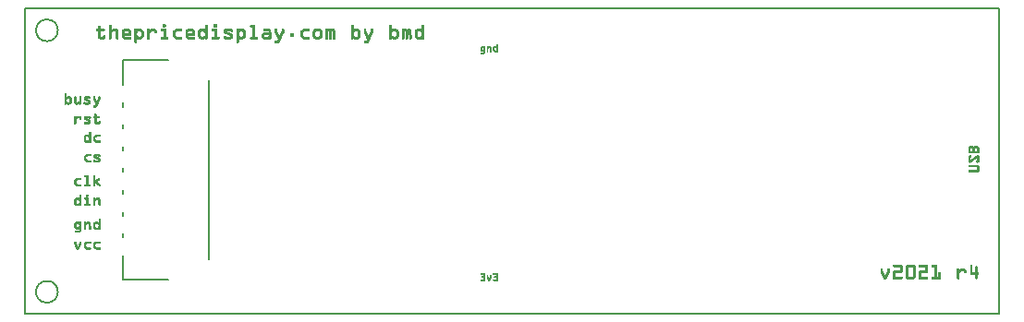
<source format=gbr>
G04 DesignSpark PCB Gerber Version 10.0 Build 5299*
G04 #@! TF.Part,Single*
G04 #@! TF.FileFunction,Legend,Top*
G04 #@! TF.FilePolarity,Positive*
%FSLAX35Y35*%
%MOIN*%
%ADD13C,0.00100*%
%ADD25C,0.00500*%
%ADD10C,0.00600*%
G04 #@! TD.AperFunction*
X0Y0D02*
D02*
D10*
X35683Y29163D02*
Y27809D01*
Y37037D02*
Y35683D01*
Y44911D02*
Y43557D01*
Y52785D02*
Y51431D01*
Y60659D02*
Y59305D01*
Y68533D02*
Y67179D01*
Y76407D02*
Y75053D01*
Y82927D02*
Y91758D01*
X51760D01*
Y12458D02*
X35683D01*
Y21289D01*
X66583Y19757D02*
Y84459D01*
D02*
D13*
X19404Y29783D02*
X18389D01*
X18343Y29786D01*
X18299Y29801D01*
X18259Y29821D01*
X18224Y29850D01*
X18193Y29884D01*
X18172Y29925D01*
X18161Y29968D01*
X18155Y30017D01*
X18161Y30063D01*
X18172Y30106D01*
X18193Y30146D01*
X18224Y30181D01*
X18259Y30210D01*
X18299Y30230D01*
X18343Y30245D01*
X18389Y30248D01*
X19404D01*
X19450Y30250D01*
X19493Y30265D01*
X19536Y30288D01*
X19577Y30317D01*
X19735Y30452D01*
X19770Y30487D01*
X19796Y30524D01*
X19810Y30568D01*
X19816Y30617D01*
Y31329D01*
X19735Y31251D01*
X19652Y31185D01*
X19571Y31127D01*
X19490Y31081D01*
X19412Y31043D01*
X19331Y31017D01*
X19254Y31003D01*
X19176Y30997D01*
X18815D01*
X18746Y31000D01*
X18680Y31009D01*
X18613Y31023D01*
X18550Y31046D01*
X18489Y31072D01*
X18429Y31104D01*
X18371Y31144D01*
X18314Y31191D01*
X18138Y31346D01*
X18097Y31387D01*
X18060Y31435D01*
X18022Y31491D01*
X17991Y31557D01*
X17962Y31626D01*
X17942Y31695D01*
X17930Y31764D01*
X17927Y31831D01*
Y32606D01*
X17930Y32687D01*
X17942Y32765D01*
X17962Y32843D01*
X17991Y32918D01*
X18022Y32987D01*
X18060Y33044D01*
X18097Y33096D01*
X18138Y33137D01*
X18331Y33301D01*
X18383Y33344D01*
X18438Y33379D01*
X18495Y33411D01*
X18556Y33434D01*
X18617Y33454D01*
X18680Y33469D01*
X18746Y33477D01*
X18815Y33480D01*
X19153D01*
X19222Y33477D01*
X19288Y33469D01*
X19352Y33451D01*
X19415Y33431D01*
X19479Y33402D01*
X19539Y33370D01*
X19597Y33330D01*
X19654Y33284D01*
X19816Y33148D01*
X19810Y33241D01*
X19816Y33287D01*
X19828Y33327D01*
X19850Y33368D01*
X19880Y33405D01*
X19917Y33434D01*
X19954Y33457D01*
X19998Y33469D01*
X20044Y33474D01*
X20090Y33469D01*
X20136Y33457D01*
X20176Y33437D01*
X20211Y33405D01*
X20243Y33370D01*
X20266Y33330D01*
X20277Y33287D01*
X20283Y33241D01*
Y30617D01*
X20280Y30542D01*
X20269Y30472D01*
X20248Y30403D01*
X20222Y30340D01*
X20191Y30276D01*
X20148Y30219D01*
X20098Y30161D01*
X20044Y30106D01*
X19854Y29942D01*
X19813Y29910D01*
X19767Y29881D01*
X19712Y29856D01*
X19649Y29830D01*
X19585Y29809D01*
X19522Y29795D01*
X19461Y29786D01*
X19404Y29783D01*
X19135Y33013D02*
X18821D01*
X18769Y33007D01*
X18720Y32993D01*
X18671Y32967D01*
X18622Y32932D01*
X18478Y32811D01*
X18441Y32774D01*
X18415Y32730D01*
X18400Y32678D01*
X18394Y32621D01*
Y31842D01*
X18400Y31793D01*
X18417Y31750D01*
X18446Y31704D01*
X18487Y31663D01*
X18639Y31525D01*
X18677Y31499D01*
X18715Y31479D01*
X18752Y31467D01*
X18792Y31465D01*
X19176D01*
X19219Y31470D01*
X19262Y31485D01*
X19308Y31511D01*
X19357Y31548D01*
X19730Y31865D01*
X19767Y31906D01*
X19796Y31949D01*
X19810Y31995D01*
X19816Y32047D01*
Y32402D01*
Y32430D01*
X19810Y32462D01*
X19802Y32491D01*
X19793Y32517D01*
X19778Y32543D01*
X19761Y32566D01*
X19741Y32589D01*
X19718Y32609D01*
X19337Y32938D01*
X19294Y32970D01*
X19245Y32993D01*
X19193Y33007D01*
X19135Y33013D01*
X22486Y32932D02*
X21846Y32517D01*
Y31020D01*
X21843Y30974D01*
X21829Y30931D01*
X21806Y30893D01*
X21777Y30856D01*
X21739Y30827D01*
X21702Y30804D01*
X21659Y30790D01*
X21613Y30787D01*
X21566Y30790D01*
X21523Y30804D01*
X21485Y30824D01*
X21448Y30856D01*
X21419Y30893D01*
X21396Y30931D01*
X21385Y30974D01*
X21379Y31020D01*
Y33241D01*
X21385Y33287D01*
X21396Y33330D01*
X21417Y33370D01*
X21448Y33408D01*
X21483Y33440D01*
X21523Y33463D01*
X21566Y33474D01*
X21613Y33480D01*
X21659Y33474D01*
X21702Y33463D01*
X21739Y33440D01*
X21777Y33408D01*
X21806Y33370D01*
X21829Y33330D01*
X21843Y33287D01*
X21846Y33241D01*
Y33085D01*
X22273Y33344D01*
X22328Y33376D01*
X22385Y33402D01*
X22443Y33425D01*
X22504Y33445D01*
X22564Y33460D01*
X22628Y33471D01*
X22691Y33477D01*
X22760Y33480D01*
X22976D01*
X23046Y33477D01*
X23112Y33469D01*
X23175Y33451D01*
X23236Y33431D01*
X23296Y33402D01*
X23354Y33368D01*
X23406Y33327D01*
X23461Y33281D01*
X23507Y33232D01*
X23550Y33177D01*
X23585Y33120D01*
X23614Y33062D01*
X23639Y32998D01*
X23657Y32935D01*
X23669Y32866D01*
X23674Y32794D01*
X23737Y31020D01*
X23735Y30974D01*
X23723Y30931D01*
X23700Y30893D01*
X23671Y30856D01*
X23634Y30824D01*
X23593Y30804D01*
X23550Y30790D01*
X23504Y30787D01*
X23461Y30790D01*
X23418Y30801D01*
X23380Y30821D01*
X23343Y30850D01*
X23311Y30882D01*
X23291Y30922D01*
X23276Y30969D01*
X23270Y31020D01*
X23201Y32768D01*
X23196Y32826D01*
X23181Y32874D01*
X23161Y32918D01*
X23132Y32952D01*
X23098Y32978D01*
X23054Y32998D01*
X23002Y33010D01*
X22944Y33013D01*
X22714D01*
X22662Y33007D01*
X22604Y32993D01*
X22547Y32967D01*
X22486Y32932D01*
X26707Y33148D02*
Y34256D01*
X26711Y34302D01*
X26725Y34345D01*
X26745Y34385D01*
X26774Y34420D01*
X26809Y34452D01*
X26849Y34472D01*
X26889Y34483D01*
X26935Y34489D01*
X26981Y34483D01*
X27028Y34472D01*
X27068Y34452D01*
X27103Y34420D01*
X27134Y34385D01*
X27157Y34345D01*
X27169Y34302D01*
X27175Y34256D01*
Y31020D01*
X27172Y30974D01*
X27157Y30931D01*
X27134Y30891D01*
X27106Y30856D01*
X27068Y30824D01*
X27031Y30804D01*
X26987Y30790D01*
X26941Y30787D01*
X26892Y30790D01*
X26849Y30804D01*
X26809Y30824D01*
X26774Y30856D01*
X26745Y30891D01*
X26725Y30931D01*
X26711Y30974D01*
X26707Y31020D01*
Y31124D01*
X26624Y31046D01*
X26541Y30977D01*
X26457Y30919D01*
X26376Y30870D01*
X26298Y30833D01*
X26217Y30807D01*
X26143Y30793D01*
X26067Y30787D01*
X25670D01*
X25609Y30790D01*
X25548Y30798D01*
X25488Y30816D01*
X25430Y30839D01*
X25370Y30868D01*
X25309Y30902D01*
X25248Y30945D01*
X25188Y30991D01*
X24995Y31156D01*
X24960Y31193D01*
X24928Y31243D01*
X24897Y31300D01*
X24868Y31372D01*
X24842Y31444D01*
X24822Y31517D01*
X24810Y31585D01*
X24807Y31652D01*
Y32606D01*
X24810Y32684D01*
X24825Y32762D01*
X24845Y32837D01*
X24874Y32912D01*
X24908Y32984D01*
X24946Y33044D01*
X24986Y33094D01*
X25030Y33137D01*
X25222Y33301D01*
X25274Y33344D01*
X25329Y33379D01*
X25387Y33411D01*
X25448Y33434D01*
X25508Y33454D01*
X25572Y33469D01*
X25638Y33477D01*
X25707Y33480D01*
X26044D01*
X26114Y33477D01*
X26180Y33469D01*
X26243Y33451D01*
X26307Y33431D01*
X26370Y33402D01*
X26431Y33370D01*
X26489Y33330D01*
X26546Y33284D01*
X26707Y33148D01*
X26027Y33007D02*
X25701D01*
X25652Y33001D01*
X25603Y32987D01*
X25557Y32964D01*
X25514Y32932D01*
X25364Y32800D01*
X25329Y32762D01*
X25306Y32722D01*
X25292Y32676D01*
X25286Y32624D01*
Y31629D01*
X25292Y31583D01*
X25309Y31537D01*
X25338Y31496D01*
X25378Y31456D01*
X25531Y31323D01*
X25569Y31294D01*
X25606Y31274D01*
X25644Y31263D01*
X25684Y31260D01*
X26067D01*
X26105Y31265D01*
X26148Y31280D01*
X26194Y31309D01*
X26246Y31346D01*
X26615Y31655D01*
X26639Y31675D01*
X26656Y31698D01*
X26673Y31721D01*
X26685Y31744D01*
X26702Y31796D01*
X26707Y31854D01*
Y32358D01*
Y32399D01*
X26702Y32439D01*
X26693Y32474D01*
X26685Y32506D01*
X26670Y32537D01*
X26653Y32563D01*
X26633Y32589D01*
X26609Y32609D01*
X26229Y32938D01*
X26189Y32967D01*
X26140Y32990D01*
X26088Y33001D01*
X26027Y33007D01*
X18204Y29871D02*
X19745D01*
X18161Y29965D02*
X19880D01*
X18160Y30059D02*
X19989D01*
X18198Y30152D02*
X20090D01*
X19377Y30246D02*
X20168D01*
X19604Y30340D02*
X20222D01*
X19713Y30433D02*
X20257D01*
X19796Y30527D02*
X20278D01*
X19816Y30621D02*
X20283D01*
X19816Y30715D02*
X20283D01*
X19816Y30808D02*
X20283D01*
X21515D02*
X21709D01*
X23404D02*
X23602D01*
X25514D02*
X26217D01*
X26840D02*
X27039D01*
X19816Y30902D02*
X20283D01*
X21414D02*
X21811D01*
X23301D02*
X23706D01*
X25309D02*
X26428D01*
X26739D02*
X27141D01*
X18855Y30996D02*
X19176D01*
X19816D02*
X20283D01*
X21382D02*
X21844D01*
X23273D02*
X23736D01*
X25183D02*
X26563D01*
X26709D02*
X27173D01*
X18457Y31089D02*
X19505D01*
X19816D02*
X20283D01*
X21379D02*
X21846D01*
X23268D02*
X23735D01*
X25073D02*
X26670D01*
X26707D02*
X27175D01*
X18323Y31183D02*
X19652D01*
X19816D02*
X20283D01*
X21379D02*
X21846D01*
X23264D02*
X23731D01*
X24970D02*
X27175D01*
X18216Y31277D02*
X19762D01*
X19816D02*
X20283D01*
X21379D02*
X21846D01*
X23260D02*
X23728D01*
X24909D02*
X25601D01*
X26139D02*
X27175D01*
X18113Y31370D02*
X20283D01*
X21379D02*
X21846D01*
X23257D02*
X23725D01*
X24869D02*
X25477D01*
X26276D02*
X27175D01*
X18040Y31464D02*
X18792D01*
X19173D02*
X20283D01*
X21379D02*
X21846D01*
X23253D02*
X23722D01*
X24837D02*
X25370D01*
X26388D02*
X27175D01*
X17990Y31558D02*
X18603D01*
X19369D02*
X20283D01*
X21379D02*
X21846D01*
X23249D02*
X23718D01*
X24815D02*
X25301D01*
X26500D02*
X27175D01*
X17954Y31652D02*
X18500D01*
X19479D02*
X20283D01*
X21379D02*
X21846D01*
X23245D02*
X23715D01*
X24807D02*
X25286D01*
X26611D02*
X27175D01*
X17933Y31745D02*
X18420D01*
X19589D02*
X20283D01*
X21379D02*
X21846D01*
X23242D02*
X23711D01*
X24807D02*
X25286D01*
X26685D02*
X27175D01*
X17927Y31839D02*
X18395D01*
X19698D02*
X20283D01*
X21379D02*
X21846D01*
X23238D02*
X23708D01*
X24807D02*
X25286D01*
X26706D02*
X27175D01*
X17927Y31933D02*
X18394D01*
X19785D02*
X20283D01*
X21379D02*
X21846D01*
X23234D02*
X23705D01*
X24807D02*
X25286D01*
X26707D02*
X27175D01*
X17927Y32026D02*
X18394D01*
X19814D02*
X20283D01*
X21379D02*
X21846D01*
X23231D02*
X23702D01*
X24807D02*
X25286D01*
X26707D02*
X27175D01*
X17927Y32120D02*
X18394D01*
X19816D02*
X20283D01*
X21379D02*
X21846D01*
X23227D02*
X23698D01*
X24807D02*
X25286D01*
X26707D02*
X27175D01*
X17927Y32214D02*
X18394D01*
X19816D02*
X20283D01*
X21379D02*
X21846D01*
X23223D02*
X23695D01*
X24807D02*
X25286D01*
X26707D02*
X27175D01*
X17927Y32307D02*
X18394D01*
X19816D02*
X20283D01*
X21379D02*
X21846D01*
X23219D02*
X23691D01*
X24807D02*
X25286D01*
X26707D02*
X27175D01*
X17927Y32401D02*
X18394D01*
X19816D02*
X20283D01*
X21379D02*
X21846D01*
X23216D02*
X23688D01*
X24807D02*
X25286D01*
X26707D02*
X27175D01*
X17927Y32495D02*
X18394D01*
X19800D02*
X20283D01*
X21379D02*
X21846D01*
X23212D02*
X23685D01*
X24807D02*
X25286D01*
X26687D02*
X27175D01*
X17927Y32589D02*
X18394D01*
X19741D02*
X20283D01*
X21379D02*
X21957D01*
X23208D02*
X23681D01*
X24807D02*
X25286D01*
X26633D02*
X27175D01*
X17930Y32682D02*
X18401D01*
X19633D02*
X20283D01*
X21379D02*
X22101D01*
X23205D02*
X23678D01*
X24810D02*
X25294D01*
X26525D02*
X27175D01*
X17944Y32776D02*
X18443D01*
X19525D02*
X20283D01*
X21379D02*
X22245D01*
X23200D02*
X23675D01*
X24828D02*
X25342D01*
X26416D02*
X27175D01*
X17972Y32870D02*
X18548D01*
X19416D02*
X20283D01*
X21379D02*
X22390D01*
X23183D02*
X23668D01*
X24857D02*
X25443D01*
X26308D02*
X27175D01*
X18011Y32963D02*
X18666D01*
X19303D02*
X20283D01*
X21379D02*
X22541D01*
X23117D02*
X23649D01*
X24898D02*
X25557D01*
X26194D02*
X27175D01*
X18069Y33057D02*
X20283D01*
X21379D02*
X23616D01*
X24956D02*
X27175D01*
X18154Y33151D02*
X19813D01*
X19816D02*
X20283D01*
X21379D02*
X21846D01*
X21954D02*
X23566D01*
X25046D02*
X26705D01*
X26707D02*
X27175D01*
X18264Y33244D02*
X19701D01*
X19811D02*
X20283D01*
X21379D02*
X21846D01*
X22108D02*
X23495D01*
X25156D02*
X26593D01*
X26707D02*
X27175D01*
X18375Y33338D02*
X19585D01*
X19834D02*
X20261D01*
X21400D02*
X21824D01*
X22263D02*
X23392D01*
X25267D02*
X26477D01*
X26707D02*
X27175D01*
X18551Y33432D02*
X19415D01*
X19914D02*
X20181D01*
X21474D02*
X21748D01*
X22463D02*
X23236D01*
X25443D02*
X26307D01*
X26707D02*
X27175D01*
X26707Y33526D02*
X27175D01*
X26707Y33619D02*
X27175D01*
X26707Y33713D02*
X27175D01*
X26707Y33807D02*
X27175D01*
X26707Y33900D02*
X27175D01*
X26707Y33994D02*
X27175D01*
X26707Y34088D02*
X27175D01*
X26707Y34181D02*
X27175D01*
X26709Y34275D02*
X27172D01*
X26737Y34369D02*
X27144D01*
X26830Y34463D02*
X27046D01*
X20289Y26154D02*
Y25707D01*
X19479Y23865D01*
X19458Y23827D01*
X19438Y23793D01*
X19412Y23764D01*
X19389Y23741D01*
X19363Y23723D01*
X19334Y23712D01*
X19306Y23703D01*
X19274Y23700D01*
X18971D01*
X18933Y23703D01*
X18896Y23712D01*
X18861Y23723D01*
X18830Y23743D01*
X18801Y23767D01*
X18775Y23795D01*
X18752Y23830D01*
X18732Y23870D01*
X17927Y25701D01*
Y26154D01*
X17933Y26200D01*
X17944Y26243D01*
X17965Y26284D01*
X17996Y26319D01*
X18031Y26350D01*
X18071Y26370D01*
X18115Y26382D01*
X18161Y26388D01*
X18207Y26382D01*
X18250Y26370D01*
X18291Y26350D01*
X18325Y26319D01*
X18357Y26284D01*
X18377Y26243D01*
X18391Y26200D01*
X18394Y26154D01*
X18400Y25796D01*
X19109Y24191D01*
X19816Y25800D01*
Y26154D01*
X19822Y26200D01*
X19833Y26243D01*
X19856Y26284D01*
X19885Y26319D01*
X19923Y26350D01*
X19963Y26370D01*
X20006Y26382D01*
X20055Y26388D01*
X20102Y26382D01*
X20145Y26370D01*
X20185Y26350D01*
X20220Y26319D01*
X20252Y26284D01*
X20272Y26243D01*
X20286Y26200D01*
X20289Y26154D01*
X23510Y23700D02*
X22509D01*
X22443Y23703D01*
X22380Y23709D01*
X22322Y23723D01*
X22264Y23741D01*
X22206Y23761D01*
X22155Y23790D01*
X22106Y23821D01*
X22056Y23859D01*
X21601Y24254D01*
X21552Y24303D01*
X21506Y24352D01*
X21468Y24407D01*
X21439Y24467D01*
X21417Y24531D01*
X21399Y24597D01*
X21387Y24669D01*
X21385Y24744D01*
Y25356D01*
X21387Y25428D01*
X21396Y25500D01*
X21413Y25566D01*
X21439Y25632D01*
X21474Y25696D01*
X21517Y25756D01*
X21569Y25817D01*
X21630Y25872D01*
X22039Y26226D01*
X22091Y26264D01*
X22140Y26295D01*
X22192Y26324D01*
X22244Y26347D01*
X22299Y26365D01*
X22354Y26376D01*
X22408Y26385D01*
X22463Y26388D01*
X23516D01*
X23562Y26382D01*
X23605Y26370D01*
X23645Y26350D01*
X23680Y26319D01*
X23712Y26284D01*
X23732Y26243D01*
X23746Y26200D01*
X23749Y26154D01*
X23746Y26105D01*
X23732Y26062D01*
X23712Y26021D01*
X23680Y25987D01*
X23645Y25958D01*
X23605Y25938D01*
X23562Y25923D01*
X23516Y25920D01*
X22506D01*
X22460Y25915D01*
X22414Y25900D01*
X22371Y25877D01*
X22328Y25846D01*
X21950Y25526D01*
X21909Y25482D01*
X21881Y25433D01*
X21863Y25378D01*
X21857Y25315D01*
Y24744D01*
X21863Y24701D01*
X21875Y24660D01*
X21898Y24623D01*
X21930Y24588D01*
X22342Y24237D01*
X22385Y24208D01*
X22434Y24185D01*
X22489Y24170D01*
X22550Y24167D01*
X23510D01*
X23556Y24161D01*
X23596Y24150D01*
X23637Y24130D01*
X23674Y24098D01*
X23703Y24063D01*
X23726Y24023D01*
X23741Y23980D01*
X23743Y23934D01*
X23741Y23888D01*
X23726Y23844D01*
X23706Y23804D01*
X23674Y23769D01*
X23639Y23738D01*
X23599Y23717D01*
X23556Y23703D01*
X23510Y23700D01*
X26956D02*
X25955D01*
X25889Y23703D01*
X25825Y23709D01*
X25768Y23723D01*
X25710Y23741D01*
X25652Y23761D01*
X25600Y23790D01*
X25551Y23821D01*
X25502Y23859D01*
X25047Y24254D01*
X24998Y24303D01*
X24952Y24352D01*
X24914Y24407D01*
X24885Y24467D01*
X24862Y24531D01*
X24845Y24597D01*
X24833Y24669D01*
X24830Y24744D01*
Y25356D01*
X24833Y25428D01*
X24842Y25500D01*
X24859Y25566D01*
X24885Y25632D01*
X24920Y25696D01*
X24963Y25756D01*
X25015Y25817D01*
X25076Y25872D01*
X25485Y26226D01*
X25537Y26264D01*
X25586Y26295D01*
X25638Y26324D01*
X25690Y26347D01*
X25744Y26365D01*
X25799Y26376D01*
X25854Y26385D01*
X25909Y26388D01*
X26961D01*
X27007Y26382D01*
X27051Y26370D01*
X27091Y26350D01*
X27126Y26319D01*
X27157Y26284D01*
X27178Y26243D01*
X27192Y26200D01*
X27195Y26154D01*
X27192Y26105D01*
X27178Y26062D01*
X27157Y26021D01*
X27126Y25987D01*
X27091Y25958D01*
X27051Y25938D01*
X27007Y25923D01*
X26961Y25920D01*
X25952D01*
X25906Y25915D01*
X25860Y25900D01*
X25817Y25877D01*
X25773Y25846D01*
X25396Y25526D01*
X25355Y25482D01*
X25326Y25433D01*
X25309Y25378D01*
X25304Y25315D01*
Y24744D01*
X25309Y24701D01*
X25320Y24660D01*
X25344Y24623D01*
X25376Y24588D01*
X25788Y24237D01*
X25831Y24208D01*
X25880Y24185D01*
X25935Y24170D01*
X25995Y24167D01*
X26956D01*
X27002Y24161D01*
X27042Y24150D01*
X27083Y24130D01*
X27120Y24098D01*
X27149Y24063D01*
X27172Y24023D01*
X27186Y23980D01*
X27189Y23934D01*
X27186Y23888D01*
X27172Y23844D01*
X27152Y23804D01*
X27120Y23769D01*
X27085Y23738D01*
X27045Y23717D01*
X27002Y23703D01*
X26956Y23700D01*
X18788Y23781D02*
X19428D01*
X22171D02*
X23685D01*
X25617D02*
X27130D01*
X18730Y23874D02*
X19483D01*
X22038D02*
X23736D01*
X25484D02*
X27182D01*
X18689Y23968D02*
X19524D01*
X21930D02*
X23741D01*
X25376D02*
X27187D01*
X18648Y24062D02*
X19565D01*
X21822D02*
X23703D01*
X25268D02*
X27149D01*
X18607Y24156D02*
X19607D01*
X21714D02*
X23577D01*
X25160D02*
X27023D01*
X18565Y24249D02*
X19083D01*
X19135D02*
X19648D01*
X21606D02*
X22327D01*
X25052D02*
X25773D01*
X18524Y24343D02*
X19042D01*
X19176D02*
X19689D01*
X21515D02*
X22217D01*
X24960D02*
X25663D01*
X18483Y24437D02*
X19001D01*
X19217D02*
X19730D01*
X21454D02*
X22107D01*
X24900D02*
X25553D01*
X18442Y24530D02*
X18959D01*
X19259D02*
X19772D01*
X21417D02*
X21998D01*
X24862D02*
X25443D01*
X18401Y24624D02*
X18918D01*
X19300D02*
X19813D01*
X21395D02*
X21898D01*
X24841D02*
X25344D01*
X18359Y24718D02*
X18876D01*
X19341D02*
X19854D01*
X21385D02*
X21861D01*
X24831D02*
X25307D01*
X18318Y24811D02*
X18835D01*
X19382D02*
X19895D01*
X21385D02*
X21857D01*
X24830D02*
X25304D01*
X18277Y24905D02*
X18794D01*
X19423D02*
X19936D01*
X21385D02*
X21857D01*
X24830D02*
X25304D01*
X18236Y24999D02*
X18752D01*
X19465D02*
X19978D01*
X21385D02*
X21857D01*
X24830D02*
X25304D01*
X18195Y25093D02*
X18711D01*
X19506D02*
X20019D01*
X21385D02*
X21857D01*
X24830D02*
X25304D01*
X18154Y25186D02*
X18670D01*
X19547D02*
X20060D01*
X21385D02*
X21857D01*
X24830D02*
X25304D01*
X18112Y25280D02*
X18628D01*
X19588D02*
X20101D01*
X21385D02*
X21857D01*
X24830D02*
X25304D01*
X18071Y25374D02*
X18587D01*
X19629D02*
X20143D01*
X21385D02*
X21863D01*
X24831D02*
X25309D01*
X18030Y25467D02*
X18545D01*
X19670D02*
X20183D01*
X21392D02*
X21901D01*
X24838D02*
X25346D01*
X17989Y25561D02*
X18504D01*
X19711D02*
X20225D01*
X21412D02*
X21991D01*
X24858D02*
X25437D01*
X17948Y25655D02*
X18463D01*
X19752D02*
X20266D01*
X21452D02*
X22102D01*
X24898D02*
X25548D01*
X17927Y25748D02*
X18421D01*
X19794D02*
X20289D01*
X21512D02*
X22213D01*
X24957D02*
X25659D01*
X17927Y25842D02*
X18399D01*
X19816D02*
X20289D01*
X21597D02*
X22323D01*
X25043D02*
X25769D01*
X17927Y25936D02*
X18398D01*
X19816D02*
X20289D01*
X21704D02*
X23599D01*
X25150D02*
X27045D01*
X17927Y26030D02*
X18396D01*
X19816D02*
X20289D01*
X21812D02*
X23716D01*
X25258D02*
X27161D01*
X17927Y26123D02*
X18395D01*
X19816D02*
X20289D01*
X21920D02*
X23747D01*
X25366D02*
X27193D01*
X17937Y26217D02*
X18386D01*
X19826D02*
X20280D01*
X22029D02*
X23741D01*
X25474D02*
X27187D01*
X17989Y26311D02*
X18332D01*
X19878D02*
X20227D01*
X22168D02*
X23687D01*
X25613D02*
X27133D01*
X20064Y46535D02*
X19063D01*
X18997Y46538D01*
X18933Y46543D01*
X18876Y46558D01*
X18818Y46575D01*
X18761Y46595D01*
X18709Y46624D01*
X18660Y46656D01*
X18611Y46693D01*
X18155Y47089D01*
X18106Y47137D01*
X18060Y47187D01*
X18022Y47241D01*
X17994Y47302D01*
X17970Y47365D01*
X17953Y47431D01*
X17942Y47504D01*
X17939Y47579D01*
Y48190D01*
X17942Y48262D01*
X17950Y48334D01*
X17968Y48400D01*
X17994Y48467D01*
X18028Y48530D01*
X18071Y48591D01*
X18123Y48651D01*
X18184Y48706D01*
X18593Y49061D01*
X18645Y49098D01*
X18694Y49130D01*
X18746Y49159D01*
X18798Y49182D01*
X18853Y49199D01*
X18907Y49211D01*
X18963Y49219D01*
X19017Y49222D01*
X20070D01*
X20116Y49217D01*
X20159Y49205D01*
X20200Y49185D01*
X20234Y49153D01*
X20266Y49119D01*
X20286Y49078D01*
X20300Y49035D01*
X20303Y48989D01*
X20300Y48940D01*
X20286Y48896D01*
X20266Y48856D01*
X20234Y48822D01*
X20200Y48793D01*
X20159Y48772D01*
X20116Y48758D01*
X20070Y48755D01*
X19061D01*
X19014Y48749D01*
X18968Y48735D01*
X18925Y48712D01*
X18882Y48680D01*
X18504Y48360D01*
X18464Y48317D01*
X18435Y48268D01*
X18417Y48213D01*
X18412Y48150D01*
Y47579D01*
X18417Y47535D01*
X18429Y47495D01*
X18452Y47457D01*
X18484Y47423D01*
X18896Y47071D01*
X18939Y47043D01*
X18989Y47019D01*
X19043Y47005D01*
X19104Y47002D01*
X20064D01*
X20110Y46996D01*
X20150Y46985D01*
X20191Y46965D01*
X20228Y46933D01*
X20257Y46898D01*
X20280Y46858D01*
X20294Y46815D01*
X20298Y46769D01*
X20294Y46722D01*
X20280Y46679D01*
X20260Y46639D01*
X20228Y46604D01*
X20194Y46572D01*
X20153Y46552D01*
X20110Y46538D01*
X20064Y46535D01*
X23268D02*
X21852D01*
X21806Y46538D01*
X21762Y46552D01*
X21722Y46575D01*
X21687Y46607D01*
X21656Y46641D01*
X21635Y46682D01*
X21624Y46728D01*
X21618Y46774D01*
X21624Y46820D01*
X21635Y46861D01*
X21656Y46901D01*
X21687Y46939D01*
X21722Y46967D01*
X21762Y46991D01*
X21806Y47002D01*
X21852Y47008D01*
X22322D01*
Y49770D01*
X21846D01*
X21800Y49773D01*
X21757Y49787D01*
X21716Y49807D01*
X21681Y49839D01*
X21650Y49874D01*
X21630Y49914D01*
X21618Y49957D01*
X21613Y50004D01*
X21618Y50050D01*
X21630Y50093D01*
X21650Y50133D01*
X21681Y50168D01*
X21716Y50200D01*
X21757Y50220D01*
X21800Y50231D01*
X21846Y50237D01*
X22561D01*
X22607Y50231D01*
X22648Y50220D01*
X22688Y50197D01*
X22726Y50168D01*
X22754Y50131D01*
X22778Y50090D01*
X22792Y50050D01*
X22794Y50004D01*
Y47008D01*
X23268D01*
X23314Y47002D01*
X23357Y46991D01*
X23394Y46967D01*
X23432Y46939D01*
X23461Y46901D01*
X23484Y46861D01*
X23498Y46820D01*
X23501Y46774D01*
X23498Y46728D01*
X23484Y46682D01*
X23464Y46641D01*
X23432Y46607D01*
X23397Y46575D01*
X23357Y46552D01*
X23314Y46538D01*
X23268Y46535D01*
X24825Y46769D02*
Y49998D01*
X24830Y50047D01*
X24842Y50090D01*
X24862Y50131D01*
X24894Y50168D01*
X24928Y50197D01*
X24969Y50220D01*
X25012Y50231D01*
X25058Y50237D01*
X25104Y50231D01*
X25148Y50220D01*
X25188Y50197D01*
X25222Y50168D01*
X25254Y50131D01*
X25274Y50090D01*
X25289Y50047D01*
X25292Y49998D01*
Y48086D01*
X26552Y49159D01*
X26592Y49188D01*
X26635Y49208D01*
X26682Y49219D01*
X26728Y49225D01*
X26777Y49219D01*
X26820Y49208D01*
X26861Y49185D01*
X26895Y49153D01*
X26924Y49116D01*
X26944Y49075D01*
X26959Y49032D01*
X26961Y48986D01*
X26956Y48937D01*
X26944Y48894D01*
X26921Y48856D01*
X26889Y48822D01*
X25903Y47991D01*
X27117Y46927D01*
X27149Y46895D01*
X27172Y46861D01*
X27183Y46820D01*
X27189Y46774D01*
X27186Y46728D01*
X27172Y46688D01*
X27152Y46647D01*
X27123Y46607D01*
X27088Y46575D01*
X27048Y46552D01*
X27005Y46541D01*
X26959Y46535D01*
X26909Y46538D01*
X26866Y46549D01*
X26823Y46569D01*
X26785Y46598D01*
X25537Y47683D01*
X25292Y47475D01*
Y46769D01*
X25289Y46722D01*
X25274Y46679D01*
X25254Y46639D01*
X25222Y46604D01*
X25188Y46572D01*
X25148Y46552D01*
X25104Y46538D01*
X25058Y46535D01*
X25012Y46538D01*
X24969Y46552D01*
X24928Y46572D01*
X24894Y46604D01*
X24862Y46639D01*
X24842Y46679D01*
X24830Y46722D01*
X24825Y46769D01*
X18881Y46556D02*
X20162D01*
X21755D02*
X23365D01*
X24960D02*
X25156D01*
X26851D02*
X27056D01*
X18669Y46650D02*
X20266D01*
X21651D02*
X23468D01*
X24857D02*
X25260D01*
X26726D02*
X27153D01*
X18552Y46744D02*
X20296D01*
X21622D02*
X23499D01*
X24828D02*
X25290D01*
X26618D02*
X27187D01*
X18444Y46837D02*
X20287D01*
X21629D02*
X23492D01*
X24825D02*
X25292D01*
X26510D02*
X27179D01*
X18337Y46931D02*
X20228D01*
X21681D02*
X23438D01*
X24825D02*
X25292D01*
X26402D02*
X27113D01*
X18229Y47025D02*
X18977D01*
X22322D02*
X22794D01*
X24825D02*
X25292D01*
X26294D02*
X27006D01*
X18125Y47119D02*
X18841D01*
X22322D02*
X22794D01*
X24825D02*
X25292D01*
X26187D02*
X26898D01*
X18043Y47212D02*
X18731D01*
X22322D02*
X22794D01*
X24825D02*
X25292D01*
X26079D02*
X26792D01*
X17992Y47306D02*
X18621D01*
X22322D02*
X22794D01*
X24825D02*
X25292D01*
X25971D02*
X26685D01*
X17961Y47400D02*
X18511D01*
X22322D02*
X22794D01*
X24825D02*
X25292D01*
X25863D02*
X26578D01*
X17943Y47493D02*
X18429D01*
X22322D02*
X22794D01*
X24825D02*
X25313D01*
X25755D02*
X26471D01*
X17939Y47587D02*
X18412D01*
X22322D02*
X22794D01*
X24825D02*
X25424D01*
X25647D02*
X26364D01*
X17939Y47681D02*
X18412D01*
X22322D02*
X22794D01*
X24825D02*
X25535D01*
X25539D02*
X26257D01*
X17939Y47774D02*
X18412D01*
X22322D02*
X22794D01*
X24825D02*
X26150D01*
X17939Y47868D02*
X18412D01*
X22322D02*
X22794D01*
X24825D02*
X26043D01*
X17939Y47962D02*
X18412D01*
X22322D02*
X22794D01*
X24825D02*
X25936D01*
X17939Y48056D02*
X18412D01*
X22322D02*
X22794D01*
X24825D02*
X25980D01*
X17939Y48149D02*
X18412D01*
X22322D02*
X22794D01*
X24825D02*
X25292D01*
X25366D02*
X26091D01*
X17941Y48243D02*
X18427D01*
X22322D02*
X22794D01*
X24825D02*
X25292D01*
X25476D02*
X26202D01*
X17951Y48337D02*
X18482D01*
X22322D02*
X22794D01*
X24825D02*
X25292D01*
X25586D02*
X26313D01*
X17980Y48430D02*
X18587D01*
X22322D02*
X22794D01*
X24825D02*
X25292D01*
X25696D02*
X26425D01*
X18025Y48524D02*
X18697D01*
X22322D02*
X22794D01*
X24825D02*
X25292D01*
X25806D02*
X26536D01*
X18094Y48618D02*
X18808D01*
X22322D02*
X22794D01*
X24825D02*
X25292D01*
X25916D02*
X26647D01*
X18190Y48711D02*
X18925D01*
X22322D02*
X22794D01*
X24825D02*
X25292D01*
X26026D02*
X26759D01*
X18298Y48805D02*
X20215D01*
X22322D02*
X22794D01*
X24825D02*
X25292D01*
X26136D02*
X26870D01*
X18406Y48899D02*
X20287D01*
X22322D02*
X22794D01*
X24825D02*
X25292D01*
X26246D02*
X26945D01*
X18515Y48993D02*
X20303D01*
X22322D02*
X22794D01*
X24825D02*
X25292D01*
X26356D02*
X26961D01*
X18628Y49086D02*
X20282D01*
X22322D02*
X22794D01*
X24825D02*
X25292D01*
X26467D02*
X26939D01*
X18794Y49180D02*
X20205D01*
X22322D02*
X22794D01*
X24825D02*
X25292D01*
X26581D02*
X26866D01*
X22322Y49274D02*
X22794D01*
X24825D02*
X25292D01*
X22322Y49367D02*
X22794D01*
X24825D02*
X25292D01*
X22322Y49461D02*
X22794D01*
X24825D02*
X25292D01*
X22322Y49555D02*
X22794D01*
X24825D02*
X25292D01*
X22322Y49648D02*
X22794D01*
X24825D02*
X25292D01*
X22322Y49742D02*
X22794D01*
X24825D02*
X25292D01*
X21685Y49836D02*
X22794D01*
X24825D02*
X25292D01*
X21626Y49930D02*
X22794D01*
X24825D02*
X25292D01*
X21615Y50023D02*
X22793D01*
X24828D02*
X25290D01*
X21642Y50117D02*
X22762D01*
X24856D02*
X25261D01*
X21738Y50211D02*
X22664D01*
X24952D02*
X25164D01*
X19816Y41810D02*
Y42917D01*
X19819Y42963D01*
X19833Y43007D01*
X19854Y43047D01*
X19882Y43081D01*
X19917Y43113D01*
X19957Y43133D01*
X19998Y43145D01*
X20044Y43151D01*
X20090Y43145D01*
X20136Y43133D01*
X20176Y43113D01*
X20211Y43081D01*
X20243Y43047D01*
X20266Y43007D01*
X20277Y42963D01*
X20283Y42917D01*
Y39682D01*
X20280Y39636D01*
X20266Y39593D01*
X20243Y39552D01*
X20214Y39517D01*
X20176Y39486D01*
X20139Y39465D01*
X20096Y39451D01*
X20050Y39448D01*
X20000Y39451D01*
X19957Y39465D01*
X19917Y39486D01*
X19882Y39517D01*
X19854Y39552D01*
X19833Y39593D01*
X19819Y39636D01*
X19816Y39682D01*
Y39785D01*
X19732Y39708D01*
X19649Y39639D01*
X19565Y39581D01*
X19484Y39532D01*
X19407Y39494D01*
X19326Y39469D01*
X19251Y39454D01*
X19176Y39448D01*
X18778D01*
X18717Y39451D01*
X18657Y39460D01*
X18596Y39477D01*
X18539Y39500D01*
X18478Y39529D01*
X18417Y39563D01*
X18357Y39607D01*
X18296Y39653D01*
X18103Y39817D01*
X18069Y39855D01*
X18037Y39904D01*
X18005Y39961D01*
X17976Y40033D01*
X17950Y40106D01*
X17930Y40178D01*
X17919Y40247D01*
X17916Y40313D01*
Y41268D01*
X17919Y41346D01*
X17933Y41424D01*
X17953Y41498D01*
X17982Y41573D01*
X18017Y41646D01*
X18054Y41706D01*
X18094Y41755D01*
X18138Y41798D01*
X18331Y41963D01*
X18383Y42006D01*
X18438Y42041D01*
X18495Y42072D01*
X18556Y42095D01*
X18617Y42115D01*
X18680Y42130D01*
X18746Y42139D01*
X18815Y42141D01*
X19153D01*
X19222Y42139D01*
X19288Y42130D01*
X19352Y42113D01*
X19415Y42093D01*
X19479Y42064D01*
X19539Y42032D01*
X19597Y41991D01*
X19654Y41945D01*
X19816Y41810D01*
X19135Y41669D02*
X18809D01*
X18761Y41663D01*
X18711Y41648D01*
X18665Y41625D01*
X18622Y41594D01*
X18472Y41461D01*
X18438Y41424D01*
X18415Y41383D01*
X18400Y41337D01*
X18394Y41285D01*
Y40290D01*
X18400Y40244D01*
X18417Y40198D01*
X18446Y40157D01*
X18487Y40117D01*
X18639Y39985D01*
X18677Y39956D01*
X18715Y39935D01*
X18752Y39924D01*
X18792Y39921D01*
X19176D01*
X19213Y39927D01*
X19257Y39941D01*
X19303Y39970D01*
X19355Y40007D01*
X19724Y40316D01*
X19747Y40336D01*
X19764Y40359D01*
X19781Y40383D01*
X19793Y40406D01*
X19810Y40457D01*
X19816Y40515D01*
Y41020D01*
Y41060D01*
X19810Y41100D01*
X19802Y41135D01*
X19793Y41167D01*
X19778Y41198D01*
X19761Y41224D01*
X19741Y41250D01*
X19718Y41270D01*
X19337Y41599D01*
X19297Y41628D01*
X19248Y41651D01*
X19196Y41663D01*
X19135Y41669D01*
X22316Y43356D02*
X22561D01*
X22607Y43350D01*
X22650Y43338D01*
X22691Y43318D01*
X22726Y43286D01*
X22757Y43252D01*
X22778Y43211D01*
X22792Y43168D01*
X22794Y43122D01*
Y42920D01*
X22792Y42874D01*
X22778Y42828D01*
X22757Y42787D01*
X22726Y42753D01*
X22691Y42721D01*
X22650Y42698D01*
X22607Y42683D01*
X22561Y42681D01*
X22310D01*
X22261Y42687D01*
X22218Y42698D01*
X22178Y42721D01*
X22143Y42753D01*
X22111Y42790D01*
X22091Y42831D01*
X22080Y42871D01*
X22077Y42914D01*
X22082Y43122D01*
X22085Y43168D01*
X22100Y43211D01*
X22120Y43252D01*
X22152Y43286D01*
X22186Y43318D01*
X22227Y43338D01*
X22270Y43350D01*
X22316Y43356D01*
X23268Y39454D02*
X21843D01*
X21797Y39457D01*
X21754Y39471D01*
X21713Y39491D01*
X21679Y39523D01*
X21647Y39558D01*
X21627Y39598D01*
X21615Y39641D01*
X21609Y39687D01*
X21615Y39734D01*
X21627Y39774D01*
X21647Y39815D01*
X21679Y39852D01*
X21713Y39881D01*
X21754Y39904D01*
X21797Y39915D01*
X21843Y39921D01*
X22322D01*
Y41669D01*
X21849D01*
X21803Y41671D01*
X21759Y41686D01*
X21719Y41706D01*
X21685Y41738D01*
X21653Y41775D01*
X21633Y41813D01*
X21621Y41856D01*
X21615Y41902D01*
X21621Y41948D01*
X21633Y41991D01*
X21653Y42032D01*
X21685Y42069D01*
X21719Y42101D01*
X21759Y42124D01*
X21803Y42136D01*
X21849Y42141D01*
X22561D01*
X22607Y42136D01*
X22650Y42124D01*
X22691Y42101D01*
X22726Y42069D01*
X22757Y42032D01*
X22778Y41991D01*
X22792Y41948D01*
X22794Y41902D01*
Y39921D01*
X23262D01*
X23308Y39915D01*
X23354Y39904D01*
X23394Y39883D01*
X23429Y39852D01*
X23461Y39817D01*
X23484Y39777D01*
X23495Y39734D01*
X23501Y39687D01*
X23498Y39641D01*
X23484Y39598D01*
X23461Y39558D01*
X23432Y39523D01*
X23394Y39491D01*
X23357Y39471D01*
X23314Y39457D01*
X23268Y39454D01*
X25932Y41594D02*
X25292Y41178D01*
Y39682D01*
X25289Y39636D01*
X25274Y39593D01*
X25252Y39555D01*
X25222Y39517D01*
X25185Y39489D01*
X25148Y39465D01*
X25104Y39451D01*
X25058Y39448D01*
X25012Y39451D01*
X24969Y39465D01*
X24931Y39486D01*
X24894Y39517D01*
X24865Y39555D01*
X24842Y39593D01*
X24830Y39636D01*
X24825Y39682D01*
Y41902D01*
X24830Y41948D01*
X24842Y41991D01*
X24862Y42032D01*
X24894Y42069D01*
X24928Y42101D01*
X24969Y42124D01*
X25012Y42136D01*
X25058Y42141D01*
X25104Y42136D01*
X25148Y42124D01*
X25185Y42101D01*
X25222Y42069D01*
X25252Y42032D01*
X25274Y41991D01*
X25289Y41948D01*
X25292Y41902D01*
Y41746D01*
X25719Y42006D01*
X25773Y42038D01*
X25831Y42064D01*
X25889Y42087D01*
X25949Y42107D01*
X26010Y42121D01*
X26073Y42133D01*
X26137Y42139D01*
X26206Y42141D01*
X26422D01*
X26491Y42139D01*
X26558Y42130D01*
X26621Y42113D01*
X26682Y42093D01*
X26742Y42064D01*
X26800Y42029D01*
X26852Y41989D01*
X26907Y41943D01*
X26953Y41893D01*
X26996Y41839D01*
X27031Y41781D01*
X27059Y41723D01*
X27085Y41660D01*
X27103Y41596D01*
X27114Y41527D01*
X27120Y41455D01*
X27183Y39682D01*
X27181Y39636D01*
X27169Y39593D01*
X27146Y39555D01*
X27117Y39517D01*
X27080Y39486D01*
X27039Y39465D01*
X26996Y39451D01*
X26950Y39448D01*
X26907Y39451D01*
X26863Y39463D01*
X26826Y39483D01*
X26789Y39512D01*
X26757Y39543D01*
X26737Y39584D01*
X26722Y39630D01*
X26716Y39682D01*
X26647Y41429D01*
X26641Y41487D01*
X26627Y41536D01*
X26607Y41579D01*
X26578Y41614D01*
X26543Y41640D01*
X26500Y41660D01*
X26448Y41671D01*
X26391Y41674D01*
X26160D01*
X26108Y41669D01*
X26050Y41654D01*
X25993Y41628D01*
X25932Y41594D01*
X18479Y39529D02*
X19478D01*
X19873D02*
X20223D01*
X21674D02*
X23437D01*
X24885D02*
X25231D01*
X26771D02*
X27126D01*
X18336Y39622D02*
X19626D01*
X19823D02*
X20276D01*
X21620D02*
X23492D01*
X24834D02*
X25285D01*
X26724D02*
X27177D01*
X18222Y39716D02*
X19741D01*
X19816D02*
X20283D01*
X21613D02*
X23498D01*
X24825D02*
X25292D01*
X26715D02*
X27182D01*
X18112Y39810D02*
X20283D01*
X21644D02*
X23465D01*
X24825D02*
X25292D01*
X26711D02*
X27179D01*
X18037Y39904D02*
X20283D01*
X21752D02*
X23354D01*
X24825D02*
X25292D01*
X26707D02*
X27176D01*
X17991Y39997D02*
X18625D01*
X19341D02*
X20283D01*
X22322D02*
X22794D01*
X24825D02*
X25292D01*
X26704D02*
X27172D01*
X17956Y40091D02*
X18517D01*
X19454D02*
X20283D01*
X22322D02*
X22794D01*
X24825D02*
X25292D01*
X26700D02*
X27169D01*
X17929Y40185D02*
X18427D01*
X19567D02*
X20283D01*
X22322D02*
X22794D01*
X24825D02*
X25292D01*
X26696D02*
X27165D01*
X17917Y40278D02*
X18396D01*
X19678D02*
X20283D01*
X22322D02*
X22794D01*
X24825D02*
X25292D01*
X26693D02*
X27162D01*
X17916Y40372D02*
X18394D01*
X19774D02*
X20283D01*
X22322D02*
X22794D01*
X24825D02*
X25292D01*
X26689D02*
X27159D01*
X17916Y40466D02*
X18394D01*
X19811D02*
X20283D01*
X22322D02*
X22794D01*
X24825D02*
X25292D01*
X26685D02*
X27156D01*
X17916Y40559D02*
X18394D01*
X19816D02*
X20283D01*
X22322D02*
X22794D01*
X24825D02*
X25292D01*
X26681D02*
X27152D01*
X17916Y40653D02*
X18394D01*
X19816D02*
X20283D01*
X22322D02*
X22794D01*
X24825D02*
X25292D01*
X26678D02*
X27149D01*
X17916Y40747D02*
X18394D01*
X19816D02*
X20283D01*
X22322D02*
X22794D01*
X24825D02*
X25292D01*
X26674D02*
X27145D01*
X17916Y40841D02*
X18394D01*
X19816D02*
X20283D01*
X22322D02*
X22794D01*
X24825D02*
X25292D01*
X26670D02*
X27142D01*
X17916Y40934D02*
X18394D01*
X19816D02*
X20283D01*
X22322D02*
X22794D01*
X24825D02*
X25292D01*
X26667D02*
X27139D01*
X17916Y41028D02*
X18394D01*
X19816D02*
X20283D01*
X22322D02*
X22794D01*
X24825D02*
X25292D01*
X26663D02*
X27135D01*
X17916Y41122D02*
X18394D01*
X19805D02*
X20283D01*
X22322D02*
X22794D01*
X24825D02*
X25292D01*
X26659D02*
X27132D01*
X17916Y41215D02*
X18394D01*
X19767D02*
X20283D01*
X22322D02*
X22794D01*
X24825D02*
X25349D01*
X26656D02*
X27129D01*
X17917Y41309D02*
X18397D01*
X19674D02*
X20283D01*
X22322D02*
X22794D01*
X24825D02*
X25493D01*
X26652D02*
X27125D01*
X17929Y41403D02*
X18426D01*
X19565D02*
X20283D01*
X22322D02*
X22794D01*
X24825D02*
X25638D01*
X26648D02*
X27122D01*
X17953Y41496D02*
X18512D01*
X19456D02*
X20283D01*
X22322D02*
X22794D01*
X24825D02*
X25782D01*
X26639D02*
X27117D01*
X17990Y41590D02*
X18618D01*
X19348D02*
X20283D01*
X22322D02*
X22794D01*
X24825D02*
X25926D01*
X26598D02*
X27104D01*
X18040Y41684D02*
X20283D01*
X21765D02*
X22794D01*
X24825D02*
X27076D01*
X18117Y41778D02*
X20283D01*
X21652D02*
X22794D01*
X24825D02*
X25292D01*
X25343D02*
X27032D01*
X18224Y41871D02*
X19743D01*
X19816D02*
X20283D01*
X21619D02*
X22794D01*
X24825D02*
X25292D01*
X25497D02*
X26970D01*
X18334Y41965D02*
X19630D01*
X19816D02*
X20283D01*
X21626D02*
X22786D01*
X24835D02*
X25283D01*
X25651D02*
X26880D01*
X18470Y42059D02*
X19489D01*
X19816D02*
X20283D01*
X21676D02*
X22735D01*
X24885D02*
X25231D01*
X25820D02*
X26751D01*
X19816Y42152D02*
X20283D01*
X19816Y42246D02*
X20283D01*
X19816Y42340D02*
X20283D01*
X19816Y42433D02*
X20283D01*
X19816Y42527D02*
X20283D01*
X19816Y42621D02*
X20283D01*
X19816Y42715D02*
X20283D01*
X22189D02*
X22680D01*
X19816Y42808D02*
X20283D01*
X22102D02*
X22768D01*
X19816Y42902D02*
X20283D01*
X22078D02*
X22793D01*
X19830Y42996D02*
X20269D01*
X22079D02*
X22794D01*
X19891Y43089D02*
X20202D01*
X22081D02*
X22794D01*
X22090Y43183D02*
X22787D01*
X22143Y43277D02*
X22734D01*
X23300Y64644D02*
Y65752D01*
X23303Y65798D01*
X23318Y65841D01*
X23338Y65881D01*
X23367Y65916D01*
X23401Y65948D01*
X23441Y65968D01*
X23482Y65980D01*
X23528Y65985D01*
X23574Y65980D01*
X23620Y65968D01*
X23661Y65948D01*
X23695Y65916D01*
X23727Y65881D01*
X23750Y65841D01*
X23761Y65798D01*
X23767Y65752D01*
Y62517D01*
X23765Y62470D01*
X23750Y62427D01*
X23727Y62387D01*
X23698Y62352D01*
X23661Y62320D01*
X23623Y62300D01*
X23580Y62286D01*
X23534Y62283D01*
X23485Y62286D01*
X23441Y62300D01*
X23401Y62320D01*
X23367Y62352D01*
X23338Y62387D01*
X23318Y62427D01*
X23303Y62470D01*
X23300Y62517D01*
Y62620D01*
X23217Y62543D01*
X23133Y62473D01*
X23049Y62415D01*
X22969Y62367D01*
X22891Y62329D01*
X22810Y62303D01*
X22735Y62289D01*
X22660Y62283D01*
X22262D01*
X22202Y62286D01*
X22141Y62294D01*
X22080Y62312D01*
X22023Y62335D01*
X21962Y62364D01*
X21902Y62398D01*
X21841Y62441D01*
X21781Y62487D01*
X21587Y62652D01*
X21553Y62689D01*
X21521Y62739D01*
X21489Y62796D01*
X21461Y62868D01*
X21435Y62940D01*
X21415Y63013D01*
X21403Y63081D01*
X21400Y63148D01*
Y64102D01*
X21403Y64180D01*
X21417Y64258D01*
X21437Y64333D01*
X21466Y64408D01*
X21501Y64480D01*
X21538Y64541D01*
X21579Y64590D01*
X21622Y64633D01*
X21815Y64797D01*
X21867Y64841D01*
X21922Y64875D01*
X21980Y64907D01*
X22040Y64930D01*
X22101Y64950D01*
X22164Y64965D01*
X22230Y64973D01*
X22300Y64976D01*
X22637D01*
X22706Y64973D01*
X22772Y64965D01*
X22836Y64947D01*
X22899Y64927D01*
X22963Y64898D01*
X23023Y64867D01*
X23081Y64826D01*
X23139Y64780D01*
X23300Y64644D01*
X22620Y64503D02*
X22294D01*
X22245Y64497D01*
X22196Y64483D01*
X22150Y64460D01*
X22106Y64428D01*
X21956Y64296D01*
X21922Y64258D01*
X21899Y64218D01*
X21884Y64172D01*
X21879Y64120D01*
Y63125D01*
X21884Y63079D01*
X21902Y63033D01*
X21931Y62992D01*
X21971Y62952D01*
X22124Y62819D01*
X22161Y62791D01*
X22199Y62770D01*
X22236Y62759D01*
X22276Y62756D01*
X22660D01*
X22698Y62761D01*
X22741Y62776D01*
X22787Y62805D01*
X22839Y62842D01*
X23208Y63151D01*
X23231Y63171D01*
X23248Y63194D01*
X23266Y63217D01*
X23277Y63240D01*
X23294Y63292D01*
X23300Y63350D01*
Y63854D01*
Y63895D01*
X23294Y63935D01*
X23286Y63970D01*
X23277Y64002D01*
X23263Y64033D01*
X23245Y64059D01*
X23225Y64085D01*
X23202Y64105D01*
X22822Y64434D01*
X22781Y64463D01*
X22732Y64486D01*
X22680Y64497D01*
X22620Y64503D01*
X26994Y62283D02*
X25993D01*
X25927Y62286D01*
X25864Y62291D01*
X25806Y62306D01*
X25748Y62323D01*
X25691Y62343D01*
X25639Y62372D01*
X25590Y62404D01*
X25541Y62441D01*
X25085Y62837D01*
X25036Y62885D01*
X24990Y62935D01*
X24952Y62989D01*
X24924Y63050D01*
X24901Y63113D01*
X24883Y63180D01*
X24872Y63252D01*
X24869Y63327D01*
Y63938D01*
X24872Y64010D01*
X24880Y64082D01*
X24898Y64148D01*
X24924Y64215D01*
X24958Y64278D01*
X25002Y64339D01*
X25054Y64399D01*
X25114Y64454D01*
X25524Y64809D01*
X25575Y64846D01*
X25624Y64878D01*
X25676Y64907D01*
X25728Y64930D01*
X25783Y64947D01*
X25838Y64959D01*
X25893Y64967D01*
X25947Y64970D01*
X27000D01*
X27046Y64965D01*
X27089Y64953D01*
X27130Y64933D01*
X27164Y64901D01*
X27196Y64867D01*
X27216Y64826D01*
X27230Y64783D01*
X27233Y64737D01*
X27230Y64688D01*
X27216Y64644D01*
X27196Y64604D01*
X27164Y64570D01*
X27130Y64541D01*
X27089Y64520D01*
X27046Y64506D01*
X27000Y64503D01*
X25991D01*
X25944Y64497D01*
X25898Y64483D01*
X25855Y64460D01*
X25812Y64428D01*
X25434Y64108D01*
X25394Y64065D01*
X25365Y64016D01*
X25348Y63961D01*
X25342Y63898D01*
Y63327D01*
X25348Y63283D01*
X25359Y63243D01*
X25382Y63206D01*
X25414Y63171D01*
X25826Y62819D01*
X25869Y62791D01*
X25919Y62767D01*
X25973Y62753D01*
X26034Y62750D01*
X26994D01*
X27040Y62744D01*
X27081Y62733D01*
X27121Y62713D01*
X27158Y62681D01*
X27187Y62646D01*
X27210Y62606D01*
X27225Y62563D01*
X27228Y62517D01*
X27225Y62470D01*
X27210Y62427D01*
X27190Y62387D01*
X27158Y62352D01*
X27124Y62320D01*
X27083Y62300D01*
X27040Y62286D01*
X26994Y62283D01*
X22106Y62304D02*
X22810D01*
X23433D02*
X23631D01*
X25811D02*
X27092D01*
X21902Y62398D02*
X23020D01*
X23332D02*
X23733D01*
X25599D02*
X27196D01*
X21776Y62492D02*
X23156D01*
X23302D02*
X23766D01*
X25482D02*
X27226D01*
X21666Y62585D02*
X23263D01*
X23300D02*
X23767D01*
X25374D02*
X27217D01*
X21562Y62679D02*
X23767D01*
X25267D02*
X27158D01*
X21502Y62773D02*
X22194D01*
X22731D02*
X23767D01*
X25159D02*
X25907D01*
X21461Y62867D02*
X22069D01*
X22868D02*
X23767D01*
X25055D02*
X25771D01*
X21429Y62960D02*
X21963D01*
X22980D02*
X23767D01*
X24972D02*
X25661D01*
X21407Y63054D02*
X21894D01*
X23092D02*
X23767D01*
X24922D02*
X25551D01*
X21400Y63148D02*
X21879D01*
X23204D02*
X23767D01*
X24892D02*
X25441D01*
X21400Y63241D02*
X21879D01*
X23278D02*
X23767D01*
X24873D02*
X25359D01*
X21400Y63335D02*
X21879D01*
X23299D02*
X23767D01*
X24869D02*
X25342D01*
X21400Y63429D02*
X21879D01*
X23300D02*
X23767D01*
X24869D02*
X25342D01*
X21400Y63522D02*
X21879D01*
X23300D02*
X23767D01*
X24869D02*
X25342D01*
X21400Y63616D02*
X21879D01*
X23300D02*
X23767D01*
X24869D02*
X25342D01*
X21400Y63710D02*
X21879D01*
X23300D02*
X23767D01*
X24869D02*
X25342D01*
X21400Y63804D02*
X21879D01*
X23300D02*
X23767D01*
X24869D02*
X25342D01*
X21400Y63897D02*
X21879D01*
X23300D02*
X23767D01*
X24869D02*
X25342D01*
X21400Y63991D02*
X21879D01*
X23280D02*
X23767D01*
X24871D02*
X25357D01*
X21400Y64085D02*
X21879D01*
X23226D02*
X23767D01*
X24881D02*
X25412D01*
X21403Y64178D02*
X21886D01*
X23118D02*
X23767D01*
X24909D02*
X25517D01*
X21421Y64272D02*
X21935D01*
X23009D02*
X23767D01*
X24955D02*
X25627D01*
X21450Y64366D02*
X22035D01*
X22900D02*
X23767D01*
X25025D02*
X25738D01*
X21491Y64459D02*
X22150D01*
X22786D02*
X23767D01*
X25120D02*
X25855D01*
X21548Y64553D02*
X23767D01*
X25228D02*
X27144D01*
X21638Y64647D02*
X23298D01*
X23300D02*
X23767D01*
X25337D02*
X27217D01*
X21748Y64741D02*
X23185D01*
X23300D02*
X23767D01*
X25445D02*
X27233D01*
X21859Y64834D02*
X23069D01*
X23300D02*
X23767D01*
X25559D02*
X27212D01*
X22035Y64928D02*
X22899D01*
X23300D02*
X23767D01*
X25724D02*
X27135D01*
X23300Y65022D02*
X23767D01*
X23300Y65115D02*
X23767D01*
X23300Y65209D02*
X23767D01*
X23300Y65303D02*
X23767D01*
X23300Y65396D02*
X23767D01*
X23300Y65490D02*
X23767D01*
X23300Y65584D02*
X23767D01*
X23300Y65678D02*
X23767D01*
X23302Y65771D02*
X23765D01*
X23330Y65865D02*
X23737D01*
X23422Y65959D02*
X23639D01*
X23548Y55196D02*
X22548D01*
X22481Y55199D01*
X22418Y55205D01*
X22360Y55219D01*
X22302Y55237D01*
X22245Y55257D01*
X22193Y55286D01*
X22144Y55317D01*
X22095Y55355D01*
X21639Y55750D01*
X21590Y55799D01*
X21544Y55848D01*
X21507Y55903D01*
X21478Y55963D01*
X21455Y56027D01*
X21437Y56093D01*
X21426Y56165D01*
X21423Y56240D01*
Y56852D01*
X21426Y56924D01*
X21435Y56996D01*
X21452Y57062D01*
X21478Y57128D01*
X21513Y57192D01*
X21556Y57252D01*
X21607Y57313D01*
X21668Y57368D01*
X22078Y57722D01*
X22130Y57760D01*
X22178Y57791D01*
X22230Y57820D01*
X22282Y57843D01*
X22337Y57861D01*
X22392Y57872D01*
X22447Y57881D01*
X22502Y57884D01*
X23554D01*
X23600Y57878D01*
X23643Y57867D01*
X23684Y57846D01*
X23719Y57815D01*
X23750Y57780D01*
X23770Y57739D01*
X23785Y57696D01*
X23787Y57650D01*
X23785Y57601D01*
X23770Y57558D01*
X23750Y57517D01*
X23719Y57483D01*
X23684Y57454D01*
X23643Y57434D01*
X23600Y57419D01*
X23554Y57417D01*
X22545D01*
X22498Y57411D01*
X22452Y57396D01*
X22409Y57373D01*
X22366Y57342D01*
X21988Y57022D01*
X21948Y56978D01*
X21919Y56929D01*
X21902Y56874D01*
X21896Y56811D01*
Y56240D01*
X21902Y56197D01*
X21913Y56156D01*
X21936Y56119D01*
X21968Y56084D01*
X22380Y55733D01*
X22424Y55704D01*
X22473Y55681D01*
X22528Y55666D01*
X22588Y55663D01*
X23548D01*
X23594Y55657D01*
X23635Y55646D01*
X23675Y55626D01*
X23713Y55594D01*
X23741Y55559D01*
X23765Y55519D01*
X23779Y55476D01*
X23782Y55430D01*
X23779Y55384D01*
X23765Y55341D01*
X23744Y55300D01*
X23713Y55265D01*
X23678Y55234D01*
X23637Y55213D01*
X23594Y55199D01*
X23548Y55196D01*
X25518Y57884D02*
X26590D01*
X26651Y57881D01*
X26711Y57875D01*
X26769Y57863D01*
X26827Y57846D01*
X26881Y57826D01*
X26933Y57800D01*
X26983Y57769D01*
X27031Y57734D01*
X27078Y57696D01*
X27118Y57659D01*
X27150Y57624D01*
X27176Y57587D01*
X27199Y57549D01*
X27213Y57515D01*
X27222Y57480D01*
X27225Y57443D01*
X27219Y57396D01*
X27207Y57350D01*
X27184Y57313D01*
X27153Y57278D01*
X27118Y57249D01*
X27078Y57229D01*
X27037Y57218D01*
X26997Y57215D01*
X26968D01*
X26942Y57220D01*
X26916Y57229D01*
X26890Y57241D01*
X26864Y57255D01*
X26841Y57272D01*
X26815Y57293D01*
X26792Y57316D01*
X26769Y57339D01*
X26746Y57359D01*
X26723Y57376D01*
X26700Y57391D01*
X26674Y57402D01*
X26651Y57411D01*
X26625Y57414D01*
X26599Y57417D01*
X25541D01*
X25503Y57414D01*
X25472Y57408D01*
X25446Y57399D01*
X25426Y57385D01*
X25408Y57365D01*
X25394Y57344D01*
X25388Y57319D01*
X25385Y57287D01*
X25388Y57267D01*
X25391Y57246D01*
X25400Y57226D01*
X25411Y57209D01*
X25426Y57192D01*
X25446Y57177D01*
X25466Y57163D01*
X25492Y57151D01*
X26735Y56595D01*
X26781Y56572D01*
X26827Y56546D01*
X26867Y56517D01*
X26907Y56485D01*
X26945Y56451D01*
X26980Y56410D01*
X27014Y56370D01*
X27046Y56327D01*
X27075Y56278D01*
X27098Y56231D01*
X27121Y56180D01*
X27138Y56131D01*
X27150Y56079D01*
X27158Y56024D01*
X27164Y55969D01*
X27167Y55914D01*
X27164Y55842D01*
X27153Y55770D01*
X27138Y55701D01*
X27115Y55637D01*
X27083Y55574D01*
X27046Y55516D01*
X27003Y55459D01*
X26954Y55404D01*
X26899Y55355D01*
X26844Y55315D01*
X26787Y55277D01*
X26726Y55248D01*
X26665Y55225D01*
X26602Y55208D01*
X26539Y55199D01*
X26469Y55196D01*
X25524D01*
X25463Y55199D01*
X25402Y55205D01*
X25344Y55217D01*
X25287Y55234D01*
X25229Y55254D01*
X25174Y55280D01*
X25120Y55309D01*
X25068Y55343D01*
X25019Y55381D01*
X24976Y55418D01*
X24941Y55453D01*
X24909Y55491D01*
X24886Y55525D01*
X24872Y55559D01*
X24860Y55597D01*
X24857Y55631D01*
X24863Y55675D01*
X24875Y55718D01*
X24895Y55756D01*
X24926Y55793D01*
X24961Y55825D01*
X25004Y55848D01*
X25050Y55859D01*
X25102Y55865D01*
X25126Y55862D01*
X25148Y55859D01*
X25172Y55851D01*
X25195Y55839D01*
X25218Y55825D01*
X25244Y55807D01*
X25270Y55787D01*
X25293Y55764D01*
X25322Y55741D01*
X25350Y55721D01*
X25382Y55704D01*
X25417Y55689D01*
X25457Y55678D01*
X25498Y55669D01*
X25541Y55663D01*
X25587D01*
X26461D01*
X26509Y55669D01*
X26556Y55683D01*
X26596Y55707D01*
X26633Y55741D01*
X26663Y55785D01*
X26685Y55828D01*
X26700Y55874D01*
X26703Y55926D01*
X26700Y55963D01*
X26694Y55998D01*
X26680Y56032D01*
X26663Y56061D01*
X26642Y56090D01*
X26613Y56113D01*
X26582Y56136D01*
X26544Y56154D01*
X25290Y56719D01*
X25204Y56765D01*
X25128Y56820D01*
X25065Y56880D01*
X25010Y56952D01*
X24987Y56993D01*
X24967Y57030D01*
X24950Y57068D01*
X24938Y57108D01*
X24926Y57148D01*
X24918Y57186D01*
X24915Y57226D01*
X24912Y57267D01*
X24915Y57327D01*
X24924Y57388D01*
X24938Y57443D01*
X24956Y57500D01*
X24981Y57552D01*
X25010Y57604D01*
X25045Y57653D01*
X25085Y57699D01*
X25131Y57743D01*
X25178Y57780D01*
X25229Y57812D01*
X25281Y57837D01*
X25336Y57858D01*
X25394Y57872D01*
X25454Y57881D01*
X25518Y57884D01*
X22209Y55277D02*
X23723D01*
X25181D02*
X26787D01*
X22077Y55370D02*
X23774D01*
X25032D02*
X26916D01*
X21969Y55464D02*
X23780D01*
X24931D02*
X27007D01*
X21861Y55558D02*
X23741D01*
X24872D02*
X27073D01*
X21753Y55652D02*
X23615D01*
X24860D02*
X27120D01*
X21645Y55745D02*
X22365D01*
X24889D02*
X25317D01*
X26636D02*
X27148D01*
X21553Y55839D02*
X22256D01*
X24987D02*
X25195D01*
X26689D02*
X27164D01*
X21493Y55933D02*
X22146D01*
X26702D02*
X27166D01*
X21455Y56026D02*
X22036D01*
X26682D02*
X27158D01*
X21433Y56120D02*
X21936D01*
X26604D02*
X27141D01*
X21424Y56214D02*
X21900D01*
X26411D02*
X27106D01*
X21423Y56307D02*
X21896D01*
X26203D02*
X27057D01*
X21423Y56401D02*
X21896D01*
X25994D02*
X26987D01*
X21423Y56495D02*
X21896D01*
X25787D02*
X26895D01*
X21423Y56589D02*
X21896D01*
X25579D02*
X26747D01*
X21423Y56682D02*
X21896D01*
X25371D02*
X26539D01*
X21423Y56776D02*
X21896D01*
X25189D02*
X26330D01*
X21424Y56870D02*
X21901D01*
X25076D02*
X26120D01*
X21431Y56963D02*
X21939D01*
X25004D02*
X25911D01*
X21451Y57057D02*
X22030D01*
X24955D02*
X25702D01*
X21490Y57151D02*
X22141D01*
X24926D02*
X25492D01*
X21550Y57244D02*
X22251D01*
X24914D02*
X25392D01*
X26883D02*
X27109D01*
X21636Y57338D02*
X22362D01*
X24917D02*
X25392D01*
X26770D02*
X27200D01*
X21742Y57432D02*
X23637D01*
X24935D02*
X27224D01*
X21850Y57526D02*
X23754D01*
X24968D02*
X27209D01*
X21959Y57619D02*
X23786D01*
X25021D02*
X27153D01*
X22067Y57713D02*
X23779D01*
X25100D02*
X27057D01*
X22206Y57807D02*
X23726D01*
X25221D02*
X26920D01*
X14928Y79531D02*
Y78430D01*
X15135Y78594D01*
X15184Y78631D01*
X15233Y78663D01*
X15282Y78692D01*
X15331Y78715D01*
X15383Y78733D01*
X15435Y78744D01*
X15487Y78753D01*
X15539Y78756D01*
X15965D01*
X16026Y78753D01*
X16081Y78744D01*
X16136Y78733D01*
X16191Y78715D01*
X16243Y78692D01*
X16291Y78663D01*
X16341Y78631D01*
X16387Y78594D01*
X16611Y78401D01*
X16655Y78358D01*
X16695Y78303D01*
X16730Y78243D01*
X16761Y78170D01*
X16787Y78095D01*
X16807Y78020D01*
X16819Y77948D01*
X16822Y77876D01*
Y76928D01*
X16819Y76864D01*
X16807Y76798D01*
X16790Y76728D01*
X16767Y76659D01*
X16738Y76593D01*
X16707Y76535D01*
X16672Y76486D01*
X16637Y76449D01*
X16435Y76259D01*
X16392Y76221D01*
X16341Y76186D01*
X16280Y76152D01*
X16211Y76123D01*
X16141Y76097D01*
X16078Y76077D01*
X16020Y76065D01*
X15965Y76062D01*
X15565D01*
X15493Y76068D01*
X15415Y76083D01*
X15340Y76109D01*
X15259Y76143D01*
X15178Y76189D01*
X15098Y76247D01*
X15014Y76310D01*
X14928Y76388D01*
Y76296D01*
X14924Y76250D01*
X14910Y76207D01*
X14890Y76166D01*
X14858Y76131D01*
X14824Y76100D01*
X14783Y76080D01*
X14740Y76065D01*
X14694Y76062D01*
X14648Y76065D01*
X14604Y76080D01*
X14564Y76100D01*
X14530Y76131D01*
X14498Y76166D01*
X14478Y76207D01*
X14466Y76250D01*
X14460Y76296D01*
Y79531D01*
X14466Y79578D01*
X14478Y79621D01*
X14501Y79661D01*
X14530Y79696D01*
X14567Y79728D01*
X14604Y79748D01*
X14648Y79759D01*
X14694Y79765D01*
X14740Y79759D01*
X14783Y79748D01*
X14824Y79728D01*
X14858Y79696D01*
X14890Y79661D01*
X14910Y79621D01*
X14924Y79578D01*
X14928Y79531D01*
X15931Y78283D02*
X15608D01*
X15553Y78280D01*
X15504Y78269D01*
X15464Y78254D01*
X15429Y78231D01*
X15008Y77870D01*
X14974Y77830D01*
X14948Y77781D01*
X14933Y77720D01*
X14928Y77654D01*
Y77124D01*
X14933Y77069D01*
X14950Y77017D01*
X14980Y76971D01*
X15020Y76930D01*
X15394Y76610D01*
X15438Y76579D01*
X15478Y76553D01*
X15521Y76541D01*
X15565Y76535D01*
X15948D01*
X15986Y76538D01*
X16023Y76547D01*
X16058Y76564D01*
X16087Y76584D01*
X16274Y76752D01*
X16306Y76783D01*
X16332Y76821D01*
X16343Y76864D01*
X16349Y76910D01*
Y77899D01*
X16343Y77954D01*
X16332Y78000D01*
X16306Y78043D01*
X16274Y78075D01*
X16104Y78219D01*
X16063Y78245D01*
X16020Y78265D01*
X15977Y78280D01*
X15931Y78283D01*
X19007Y76535D02*
X19795Y77037D01*
Y78516D01*
X19801Y78563D01*
X19812Y78606D01*
X19832Y78646D01*
X19864Y78683D01*
X19899Y78715D01*
X19939Y78738D01*
X19982Y78750D01*
X20028Y78756D01*
X20074Y78750D01*
X20118Y78738D01*
X20158Y78715D01*
X20193Y78683D01*
X20224Y78646D01*
X20245Y78606D01*
X20259Y78563D01*
X20262Y78516D01*
Y76296D01*
X20259Y76250D01*
X20245Y76207D01*
X20222Y76169D01*
X20193Y76131D01*
X20155Y76100D01*
X20118Y76080D01*
X20074Y76065D01*
X20028Y76062D01*
X19982Y76065D01*
X19939Y76080D01*
X19902Y76103D01*
X19864Y76131D01*
X19835Y76169D01*
X19812Y76207D01*
X19801Y76250D01*
X19795Y76296D01*
Y76480D01*
X19388Y76215D01*
X19328Y76181D01*
X19270Y76149D01*
X19209Y76123D01*
X19149Y76100D01*
X19089Y76083D01*
X19028Y76071D01*
X18965Y76065D01*
X18904Y76062D01*
X18687D01*
X18619Y76065D01*
X18549Y76074D01*
X18483Y76091D01*
X18422Y76111D01*
X18362Y76140D01*
X18304Y76175D01*
X18249Y76215D01*
X18194Y76261D01*
X18145Y76313D01*
X18105Y76368D01*
X18068Y76426D01*
X18039Y76486D01*
X18013Y76547D01*
X17996Y76613D01*
X17981Y76682D01*
X17975Y76752D01*
X17906Y78516D01*
X17909Y78559D01*
X17920Y78603D01*
X17941Y78643D01*
X17972Y78678D01*
X18010Y78709D01*
X18050Y78733D01*
X18094Y78744D01*
X18140Y78750D01*
X18186Y78744D01*
X18229Y78733D01*
X18267Y78709D01*
X18301Y78681D01*
X18333Y78643D01*
X18353Y78603D01*
X18367Y78563D01*
X18373Y78516D01*
X18437Y76786D01*
X18443Y76728D01*
X18457Y76677D01*
X18480Y76633D01*
X18512Y76599D01*
X18552Y76570D01*
X18601Y76550D01*
X18659Y76538D01*
X18722Y76535D01*
X19007D01*
X21995Y78750D02*
X23068D01*
X23128Y78747D01*
X23189Y78741D01*
X23246Y78730D01*
X23304Y78712D01*
X23359Y78692D01*
X23411Y78666D01*
X23460Y78635D01*
X23509Y78600D01*
X23555Y78563D01*
X23595Y78525D01*
X23627Y78490D01*
X23653Y78453D01*
X23676Y78415D01*
X23691Y78381D01*
X23699Y78346D01*
X23702Y78309D01*
X23696Y78263D01*
X23685Y78217D01*
X23662Y78179D01*
X23630Y78144D01*
X23595Y78115D01*
X23555Y78095D01*
X23515Y78084D01*
X23474Y78081D01*
X23445D01*
X23419Y78087D01*
X23394Y78095D01*
X23368Y78107D01*
X23342Y78121D01*
X23319Y78139D01*
X23293Y78159D01*
X23270Y78182D01*
X23246Y78205D01*
X23223Y78225D01*
X23200Y78243D01*
X23177Y78257D01*
X23151Y78269D01*
X23128Y78277D01*
X23102Y78280D01*
X23076Y78283D01*
X22018D01*
X21981Y78280D01*
X21949Y78274D01*
X21923Y78265D01*
X21903Y78251D01*
X21885Y78231D01*
X21871Y78211D01*
X21865Y78185D01*
X21862Y78153D01*
X21865Y78133D01*
X21868Y78113D01*
X21877Y78093D01*
X21888Y78075D01*
X21903Y78058D01*
X21923Y78043D01*
X21943Y78029D01*
X21969Y78017D01*
X23212Y77461D01*
X23258Y77438D01*
X23304Y77412D01*
X23344Y77383D01*
X23385Y77351D01*
X23422Y77317D01*
X23457Y77276D01*
X23492Y77236D01*
X23523Y77193D01*
X23552Y77144D01*
X23575Y77098D01*
X23598Y77046D01*
X23616Y76997D01*
X23627Y76945D01*
X23636Y76890D01*
X23641Y76835D01*
X23644Y76780D01*
X23641Y76708D01*
X23630Y76636D01*
X23616Y76567D01*
X23593Y76504D01*
X23561Y76440D01*
X23523Y76382D01*
X23480Y76325D01*
X23431Y76270D01*
X23376Y76221D01*
X23321Y76181D01*
X23264Y76143D01*
X23203Y76114D01*
X23143Y76091D01*
X23079Y76074D01*
X23016Y76065D01*
X22946Y76062D01*
X22001D01*
X21940Y76065D01*
X21880Y76071D01*
X21822Y76083D01*
X21764Y76100D01*
X21707Y76120D01*
X21652Y76146D01*
X21597Y76175D01*
X21545Y76209D01*
X21496Y76247D01*
X21453Y76284D01*
X21418Y76319D01*
X21387Y76357D01*
X21363Y76391D01*
X21349Y76426D01*
X21337Y76463D01*
X21335Y76498D01*
X21341Y76541D01*
X21352Y76584D01*
X21372Y76622D01*
X21404Y76659D01*
X21439Y76691D01*
X21482Y76714D01*
X21528Y76726D01*
X21580Y76731D01*
X21603Y76728D01*
X21626Y76726D01*
X21649Y76717D01*
X21672Y76706D01*
X21695Y76691D01*
X21721Y76674D01*
X21747Y76654D01*
X21770Y76630D01*
X21799Y76607D01*
X21828Y76587D01*
X21859Y76570D01*
X21894Y76556D01*
X21935Y76544D01*
X21975Y76535D01*
X22018Y76530D01*
X22064D01*
X22938D01*
X22987Y76535D01*
X23033Y76550D01*
X23074Y76573D01*
X23111Y76607D01*
X23140Y76651D01*
X23163Y76694D01*
X23177Y76740D01*
X23180Y76792D01*
X23177Y76830D01*
X23172Y76864D01*
X23157Y76898D01*
X23140Y76928D01*
X23120Y76956D01*
X23091Y76980D01*
X23059Y77002D01*
X23022Y77020D01*
X21767Y77585D01*
X21681Y77631D01*
X21606Y77686D01*
X21542Y77746D01*
X21487Y77819D01*
X21465Y77859D01*
X21444Y77896D01*
X21427Y77934D01*
X21415Y77974D01*
X21404Y78015D01*
X21395Y78052D01*
X21393Y78093D01*
X21389Y78133D01*
X21393Y78193D01*
X21401Y78254D01*
X21415Y78309D01*
X21433Y78367D01*
X21459Y78418D01*
X21487Y78470D01*
X21522Y78519D01*
X21563Y78565D01*
X21609Y78609D01*
X21655Y78646D01*
X21707Y78678D01*
X21759Y78704D01*
X21813Y78724D01*
X21871Y78738D01*
X21931Y78747D01*
X21995Y78750D01*
X27151Y78063D02*
X25888Y75212D01*
X25870Y75174D01*
X25850Y75145D01*
X25827Y75119D01*
X25801Y75096D01*
X25772Y75079D01*
X25738Y75068D01*
X25703Y75062D01*
X25666Y75059D01*
X25014D01*
X24968Y75062D01*
X24925Y75076D01*
X24884Y75096D01*
X24850Y75125D01*
X24818Y75160D01*
X24798Y75200D01*
X24786Y75243D01*
X24781Y75293D01*
X24786Y75339D01*
X24798Y75382D01*
X24818Y75422D01*
X24850Y75457D01*
X24884Y75486D01*
X24925Y75506D01*
X24968Y75520D01*
X25014Y75523D01*
X25516D01*
X25842Y76270D01*
X25724D01*
X25686Y76273D01*
X25648Y76279D01*
X25617Y76293D01*
X25588Y76310D01*
X25559Y76333D01*
X25536Y76362D01*
X25513Y76394D01*
X25493Y76434D01*
X24792Y78063D01*
Y78516D01*
X24795Y78563D01*
X24809Y78606D01*
X24830Y78646D01*
X24858Y78681D01*
X24893Y78712D01*
X24933Y78733D01*
X24974Y78744D01*
X25020Y78750D01*
X25066Y78744D01*
X25112Y78733D01*
X25152Y78712D01*
X25187Y78681D01*
X25219Y78646D01*
X25242Y78606D01*
X25254Y78563D01*
X25259Y78516D01*
X25262Y78170D01*
X25876Y76743D01*
X26044D01*
X26678Y78162D01*
Y78522D01*
X26684Y78565D01*
X26695Y78609D01*
X26718Y78646D01*
X26750Y78683D01*
X26787Y78715D01*
X26828Y78738D01*
X26871Y78750D01*
X26917Y78756D01*
X26963Y78750D01*
X27007Y78738D01*
X27044Y78715D01*
X27081Y78687D01*
X27110Y78649D01*
X27133Y78609D01*
X27148Y78568D01*
X27151Y78522D01*
Y78063D01*
X24830Y75147D02*
X25850D01*
X24787Y75241D02*
X25900D01*
X24786Y75334D02*
X25942D01*
X24824Y75428D02*
X25983D01*
X25515Y75522D02*
X26025D01*
X25556Y75615D02*
X26067D01*
X25597Y75709D02*
X26108D01*
X25638Y75803D02*
X26150D01*
X25679Y75896D02*
X26191D01*
X25720Y75990D02*
X26233D01*
X14596Y76084D02*
X14792D01*
X15411D02*
X16100D01*
X18511D02*
X19089D01*
X19932D02*
X20126D01*
X21818D02*
X23115D01*
X25761D02*
X26274D01*
X14492Y76178D02*
X14896D01*
X15199D02*
X16325D01*
X18300D02*
X19322D01*
X19830D02*
X20227D01*
X21593D02*
X23317D01*
X25801D02*
X26315D01*
X14463Y76271D02*
X14926D01*
X15065D02*
X16449D01*
X18185D02*
X19474D01*
X19798D02*
X20260D01*
X21468D02*
X23431D01*
X25696D02*
X26357D01*
X14460Y76365D02*
X14928D01*
X14953D02*
X16548D01*
X18107D02*
X19618D01*
X19795D02*
X20262D01*
X21381D02*
X23510D01*
X25534D02*
X26398D01*
X14460Y76459D02*
X16646D01*
X18052D02*
X19762D01*
X19795D02*
X20262D01*
X21339D02*
X23570D01*
X25482D02*
X26440D01*
X14460Y76552D02*
X15478D01*
X16034D02*
X16716D01*
X18011D02*
X18594D01*
X19034D02*
X20262D01*
X21344D02*
X21905D01*
X23038D02*
X23610D01*
X25442D02*
X26481D01*
X14460Y76646D02*
X15352D01*
X16156D02*
X16761D01*
X17989D02*
X18473D01*
X19181D02*
X20262D01*
X21393D02*
X21754D01*
X23137D02*
X23631D01*
X25402D02*
X26523D01*
X14460Y76740D02*
X15243D01*
X16261D02*
X16793D01*
X17976D02*
X18441D01*
X19328D02*
X20262D01*
X23177D02*
X23643D01*
X25361D02*
X26565D01*
X14460Y76833D02*
X15133D01*
X16335D02*
X16814D01*
X17972D02*
X18435D01*
X19475D02*
X20262D01*
X23176D02*
X23641D01*
X25321D02*
X25837D01*
X26084D02*
X26606D01*
X14460Y76927D02*
X15023D01*
X16349D02*
X16822D01*
X17969D02*
X18431D01*
X19622D02*
X20262D01*
X23140D02*
X23630D01*
X25281D02*
X25797D01*
X26126D02*
X26648D01*
X14460Y77021D02*
X14949D01*
X16349D02*
X16822D01*
X17965D02*
X18428D01*
X19770D02*
X20262D01*
X23019D02*
X23607D01*
X25241D02*
X25757D01*
X26168D02*
X26689D01*
X14460Y77115D02*
X14928D01*
X16349D02*
X16822D01*
X17961D02*
X18424D01*
X19795D02*
X20262D01*
X22811D02*
X23567D01*
X25200D02*
X25717D01*
X26210D02*
X26731D01*
X14460Y77208D02*
X14928D01*
X16349D02*
X16822D01*
X17957D02*
X18421D01*
X19795D02*
X20262D01*
X22603D02*
X23512D01*
X25160D02*
X25676D01*
X26252D02*
X26772D01*
X14460Y77302D02*
X14928D01*
X16349D02*
X16822D01*
X17954D02*
X18418D01*
X19795D02*
X20262D01*
X22395D02*
X23435D01*
X25120D02*
X25636D01*
X26294D02*
X26813D01*
X14460Y77396D02*
X14928D01*
X16349D02*
X16822D01*
X17950D02*
X18414D01*
X19795D02*
X20262D01*
X22187D02*
X23327D01*
X25080D02*
X25595D01*
X26335D02*
X26855D01*
X14460Y77489D02*
X14928D01*
X16349D02*
X16822D01*
X17946D02*
X18411D01*
X19795D02*
X20262D01*
X21980D02*
X23148D01*
X25039D02*
X25555D01*
X26378D02*
X26896D01*
X14460Y77583D02*
X14928D01*
X16349D02*
X16822D01*
X17943D02*
X18407D01*
X19795D02*
X20262D01*
X21772D02*
X22939D01*
X24999D02*
X25515D01*
X26419D02*
X26938D01*
X14460Y77677D02*
X14930D01*
X16349D02*
X16822D01*
X17939D02*
X18404D01*
X19795D02*
X20262D01*
X21618D02*
X22730D01*
X24958D02*
X25474D01*
X26461D02*
X26980D01*
X14460Y77770D02*
X14945D01*
X16349D02*
X16822D01*
X17935D02*
X18400D01*
X19795D02*
X20262D01*
X21524D02*
X22520D01*
X24918D02*
X25434D01*
X26503D02*
X27021D01*
X14460Y77864D02*
X15003D01*
X16349D02*
X16822D01*
X17932D02*
X18397D01*
X19795D02*
X20262D01*
X21461D02*
X22311D01*
X24878D02*
X25394D01*
X26545D02*
X27063D01*
X14460Y77958D02*
X15110D01*
X16343D02*
X16817D01*
X17928D02*
X18394D01*
X19795D02*
X20262D01*
X21420D02*
X22102D01*
X24837D02*
X25354D01*
X26587D02*
X27104D01*
X14460Y78052D02*
X15220D01*
X16298D02*
X16799D01*
X17924D02*
X18390D01*
X19795D02*
X20262D01*
X21395D02*
X21911D01*
X24797D02*
X25313D01*
X26629D02*
X27146D01*
X14460Y78145D02*
X15329D01*
X16191D02*
X16770D01*
X17921D02*
X18387D01*
X19795D02*
X20262D01*
X21390D02*
X21863D01*
X23310D02*
X23630D01*
X24792D02*
X25273D01*
X26670D02*
X27151D01*
X14460Y78239D02*
X15441D01*
X16073D02*
X16731D01*
X17917D02*
X18383D01*
X19795D02*
X20262D01*
X21399D02*
X21893D01*
X23205D02*
X23691D01*
X24792D02*
X25261D01*
X26678D02*
X27151D01*
X14460Y78333D02*
X16673D01*
X17913D02*
X18380D01*
X19795D02*
X20262D01*
X21422D02*
X23700D01*
X24792D02*
X25261D01*
X26678D02*
X27151D01*
X14460Y78426D02*
X16581D01*
X17910D02*
X18376D01*
X19795D02*
X20262D01*
X21463D02*
X23669D01*
X24792D02*
X25260D01*
X26678D02*
X27151D01*
X14460Y78520D02*
X14928D01*
X15041D02*
X16473D01*
X17907D02*
X18373D01*
X19795D02*
X20261D01*
X21523D02*
X23600D01*
X24793D02*
X25259D01*
X26678D02*
X27151D01*
X14460Y78614D02*
X14928D01*
X15161D02*
X16362D01*
X17926D02*
X18348D01*
X19816D02*
X20241D01*
X21615D02*
X23489D01*
X24813D02*
X25237D01*
X26698D02*
X27130D01*
X14460Y78707D02*
X14928D01*
X15315D02*
X16208D01*
X18007D02*
X18269D01*
X19890D02*
X20167D01*
X21769D02*
X23317D01*
X24888D02*
X25157D01*
X26778D02*
X27054D01*
X14460Y78801D02*
X14928D01*
X14460Y78895D02*
X14928D01*
X14460Y78989D02*
X14928D01*
X14460Y79082D02*
X14928D01*
X14460Y79176D02*
X14928D01*
X14460Y79270D02*
X14928D01*
X14460Y79363D02*
X14928D01*
X14460Y79457D02*
X14928D01*
X14463Y79551D02*
X14926D01*
X14491Y79644D02*
X14898D01*
X14587Y79738D02*
X14802D01*
X17933Y69209D02*
Y71430D01*
X17939Y71476D01*
X17950Y71519D01*
X17970Y71559D01*
X18002Y71597D01*
X18037Y71629D01*
X18077Y71652D01*
X18120Y71663D01*
X18167Y71669D01*
X18213Y71663D01*
X18256Y71652D01*
X18296Y71629D01*
X18331Y71600D01*
X18363Y71562D01*
X18383Y71522D01*
X18397Y71476D01*
X18400Y71430D01*
Y71135D01*
X18781Y71461D01*
X18841Y71510D01*
X18899Y71551D01*
X18957Y71585D01*
X19017Y71611D01*
X19075Y71634D01*
X19130Y71652D01*
X19187Y71660D01*
X19245Y71663D01*
X19588D01*
X19657Y71660D01*
X19727Y71649D01*
X19793Y71634D01*
X19856Y71611D01*
X19917Y71583D01*
X19974Y71548D01*
X20030Y71505D01*
X20084Y71456D01*
X20130Y71404D01*
X20174Y71349D01*
X20208Y71291D01*
X20237Y71231D01*
X20260Y71167D01*
X20277Y71101D01*
X20286Y71032D01*
X20289Y70960D01*
Y70836D01*
X20286Y70787D01*
X20272Y70743D01*
X20252Y70703D01*
X20220Y70665D01*
X20185Y70634D01*
X20145Y70614D01*
X20102Y70599D01*
X20055Y70596D01*
X20009Y70599D01*
X19966Y70614D01*
X19926Y70634D01*
X19891Y70665D01*
X19859Y70700D01*
X19839Y70741D01*
X19828Y70784D01*
X19822Y70830D01*
Y70963D01*
X19819Y71009D01*
X19804Y71052D01*
X19784Y71092D01*
X19752Y71127D01*
X19718Y71159D01*
X19678Y71179D01*
X19634Y71190D01*
X19588Y71196D01*
X19283D01*
X19259Y71193D01*
X19233Y71190D01*
X19207Y71182D01*
X19181Y71170D01*
X19153Y71156D01*
X19124Y71139D01*
X19095Y71118D01*
X19066Y71092D01*
X18400Y70516D01*
Y69209D01*
X18397Y69163D01*
X18383Y69120D01*
X18360Y69080D01*
X18331Y69045D01*
X18293Y69013D01*
X18256Y68993D01*
X18213Y68979D01*
X18167Y68976D01*
X18120Y68979D01*
X18077Y68993D01*
X18037Y69013D01*
X18002Y69045D01*
X17970Y69080D01*
X17950Y69120D01*
X17939Y69163D01*
X17933Y69209D01*
X22033Y71663D02*
X23106D01*
X23167Y71660D01*
X23227Y71655D01*
X23285Y71643D01*
X23343Y71626D01*
X23397Y71606D01*
X23449Y71580D01*
X23498Y71548D01*
X23547Y71513D01*
X23593Y71476D01*
X23634Y71438D01*
X23665Y71404D01*
X23691Y71366D01*
X23715Y71329D01*
X23729Y71294D01*
X23737Y71259D01*
X23741Y71222D01*
X23735Y71176D01*
X23723Y71130D01*
X23700Y71092D01*
X23669Y71058D01*
X23634Y71029D01*
X23593Y71009D01*
X23553Y70997D01*
X23513Y70994D01*
X23484D01*
X23458Y71000D01*
X23432Y71009D01*
X23406Y71020D01*
X23380Y71035D01*
X23357Y71052D01*
X23331Y71072D01*
X23308Y71095D01*
X23285Y71118D01*
X23262Y71139D01*
X23239Y71156D01*
X23216Y71170D01*
X23190Y71182D01*
X23167Y71190D01*
X23141Y71193D01*
X23115Y71196D01*
X22056D01*
X22019Y71193D01*
X21987Y71187D01*
X21961Y71179D01*
X21941Y71165D01*
X21924Y71144D01*
X21909Y71124D01*
X21904Y71098D01*
X21901Y71067D01*
X21904Y71046D01*
X21907Y71026D01*
X21915Y71006D01*
X21927Y70989D01*
X21941Y70971D01*
X21961Y70957D01*
X21981Y70943D01*
X22007Y70931D01*
X23250Y70374D01*
X23296Y70351D01*
X23343Y70325D01*
X23383Y70296D01*
X23423Y70265D01*
X23461Y70230D01*
X23495Y70190D01*
X23530Y70149D01*
X23562Y70106D01*
X23591Y70057D01*
X23614Y70011D01*
X23637Y69959D01*
X23654Y69910D01*
X23665Y69858D01*
X23674Y69804D01*
X23680Y69748D01*
X23683Y69694D01*
X23680Y69622D01*
X23669Y69550D01*
X23654Y69480D01*
X23631Y69417D01*
X23599Y69354D01*
X23562Y69296D01*
X23519Y69238D01*
X23469Y69183D01*
X23415Y69134D01*
X23360Y69094D01*
X23302Y69057D01*
X23242Y69028D01*
X23181Y69005D01*
X23118Y68987D01*
X23054Y68979D01*
X22985Y68976D01*
X22039D01*
X21979Y68979D01*
X21918Y68984D01*
X21860Y68996D01*
X21803Y69013D01*
X21745Y69033D01*
X21690Y69059D01*
X21635Y69088D01*
X21583Y69123D01*
X21535Y69160D01*
X21491Y69198D01*
X21457Y69232D01*
X21425Y69270D01*
X21402Y69304D01*
X21387Y69339D01*
X21376Y69377D01*
X21373Y69411D01*
X21379Y69454D01*
X21391Y69498D01*
X21411Y69535D01*
X21442Y69573D01*
X21477Y69604D01*
X21520Y69628D01*
X21566Y69639D01*
X21618Y69645D01*
X21641Y69642D01*
X21664Y69639D01*
X21687Y69630D01*
X21711Y69619D01*
X21733Y69604D01*
X21759Y69587D01*
X21785Y69567D01*
X21809Y69544D01*
X21837Y69521D01*
X21866Y69500D01*
X21898Y69483D01*
X21933Y69469D01*
X21973Y69457D01*
X22013Y69449D01*
X22056Y69443D01*
X22103D01*
X22976D01*
X23025Y69449D01*
X23072Y69463D01*
X23112Y69486D01*
X23149Y69521D01*
X23178Y69564D01*
X23201Y69607D01*
X23216Y69654D01*
X23219Y69706D01*
X23216Y69743D01*
X23210Y69778D01*
X23196Y69812D01*
X23178Y69841D01*
X23158Y69870D01*
X23129Y69893D01*
X23098Y69916D01*
X23060Y69933D01*
X21806Y70498D01*
X21719Y70544D01*
X21644Y70599D01*
X21581Y70660D01*
X21526Y70732D01*
X21503Y70772D01*
X21483Y70810D01*
X21465Y70847D01*
X21454Y70887D01*
X21442Y70928D01*
X21433Y70965D01*
X21431Y71006D01*
X21428Y71046D01*
X21431Y71107D01*
X21439Y71167D01*
X21454Y71222D01*
X21471Y71280D01*
X21497Y71331D01*
X21526Y71383D01*
X21561Y71433D01*
X21601Y71479D01*
X21647Y71522D01*
X21693Y71559D01*
X21745Y71591D01*
X21797Y71617D01*
X21852Y71637D01*
X21909Y71652D01*
X21970Y71660D01*
X22033Y71663D01*
X26469Y68976D02*
X25998D01*
X25929Y68979D01*
X25860Y68987D01*
X25794Y69005D01*
X25730Y69028D01*
X25670Y69057D01*
X25609Y69091D01*
X25554Y69134D01*
X25500Y69180D01*
X25453Y69235D01*
X25410Y69290D01*
X25372Y69348D01*
X25344Y69408D01*
X25320Y69472D01*
X25306Y69538D01*
X25295Y69607D01*
X25292Y69676D01*
Y71196D01*
X25052D01*
X25006Y71199D01*
X24963Y71213D01*
X24923Y71233D01*
X24888Y71263D01*
X24856Y71297D01*
X24836Y71337D01*
X24825Y71381D01*
X24819Y71430D01*
X24825Y71476D01*
X24836Y71519D01*
X24856Y71559D01*
X24888Y71594D01*
X24923Y71626D01*
X24963Y71646D01*
X25006Y71657D01*
X25052Y71663D01*
X25298D01*
Y72237D01*
X25304Y72283D01*
X25315Y72326D01*
X25335Y72367D01*
X25367Y72402D01*
X25402Y72433D01*
X25442Y72453D01*
X25485Y72465D01*
X25531Y72470D01*
X25577Y72465D01*
X25618Y72453D01*
X25658Y72430D01*
X25693Y72402D01*
X25724Y72364D01*
X25747Y72324D01*
X25759Y72283D01*
X25765Y72237D01*
Y71663D01*
X26707D01*
X26754Y71657D01*
X26794Y71646D01*
X26835Y71623D01*
X26872Y71594D01*
X26901Y71557D01*
X26924Y71516D01*
X26938Y71476D01*
X26941Y71430D01*
X26938Y71383D01*
X26924Y71340D01*
X26901Y71300D01*
X26872Y71265D01*
X26835Y71233D01*
X26794Y71213D01*
X26754Y71199D01*
X26707Y71196D01*
X25759D01*
Y69676D01*
X25765Y69630D01*
X25776Y69587D01*
X25799Y69550D01*
X25831Y69512D01*
X25869Y69483D01*
X25909Y69460D01*
X25952Y69446D01*
X25998Y69443D01*
X26457D01*
X26500Y69446D01*
X26541Y69454D01*
X26578Y69472D01*
X26613Y69492D01*
X26641Y69521D01*
X26665Y69556D01*
X26687Y69596D01*
X26705Y69645D01*
X26722Y69691D01*
X26742Y69734D01*
X26765Y69769D01*
X26794Y69795D01*
X26826Y69818D01*
X26861Y69835D01*
X26898Y69844D01*
X26941Y69846D01*
X26990Y69841D01*
X27033Y69829D01*
X27074Y69809D01*
X27109Y69778D01*
X27137Y69743D01*
X27157Y69702D01*
X27172Y69656D01*
X27175Y69607D01*
X27172Y69556D01*
X27163Y69500D01*
X27146Y69449D01*
X27126Y69397D01*
X27097Y69342D01*
X27062Y69290D01*
X27022Y69238D01*
X26976Y69186D01*
X26924Y69137D01*
X26869Y69094D01*
X26811Y69057D01*
X26748Y69028D01*
X26685Y69005D01*
X26615Y68990D01*
X26543Y68979D01*
X26469Y68976D01*
X17992Y69056D02*
X18341D01*
X21697D02*
X23302D01*
X25670D02*
X26811D01*
X17942Y69150D02*
X18393D01*
X21548D02*
X23432D01*
X25535D02*
X26937D01*
X17933Y69244D02*
X18400D01*
X21447D02*
X23523D01*
X25447D02*
X27026D01*
X17933Y69337D02*
X18400D01*
X21388D02*
X23589D01*
X25379D02*
X27094D01*
X17933Y69431D02*
X18400D01*
X21376D02*
X23636D01*
X25335D02*
X27139D01*
X17933Y69525D02*
X18400D01*
X21405D02*
X21832D01*
X23152D02*
X23663D01*
X25309D02*
X25820D01*
X26644D02*
X27167D01*
X17933Y69619D02*
X18400D01*
X21503D02*
X21711D01*
X23205D02*
X23680D01*
X25294D02*
X25768D01*
X26695D02*
X27174D01*
X17933Y69712D02*
X18400D01*
X23218D02*
X23682D01*
X25292D02*
X25759D01*
X26732D02*
X27153D01*
X17933Y69806D02*
X18400D01*
X23198D02*
X23674D01*
X25292D02*
X25759D01*
X26809D02*
X27078D01*
X17933Y69900D02*
X18400D01*
X23120D02*
X23656D01*
X25292D02*
X25759D01*
X17933Y69993D02*
X18400D01*
X22926D02*
X23622D01*
X25292D02*
X25759D01*
X17933Y70087D02*
X18400D01*
X22719D02*
X23573D01*
X25292D02*
X25759D01*
X17933Y70181D02*
X18400D01*
X22510D02*
X23503D01*
X25292D02*
X25759D01*
X17933Y70274D02*
X18400D01*
X22302D02*
X23411D01*
X25292D02*
X25759D01*
X17933Y70368D02*
X18400D01*
X22094D02*
X23263D01*
X25292D02*
X25759D01*
X17933Y70462D02*
X18400D01*
X21887D02*
X23055D01*
X25292D02*
X25759D01*
X17933Y70556D02*
X18446D01*
X21704D02*
X22846D01*
X25292D02*
X25759D01*
X17933Y70649D02*
X18554D01*
X19909D02*
X20202D01*
X21592D02*
X22636D01*
X25292D02*
X25759D01*
X17933Y70743D02*
X18663D01*
X19838D02*
X20272D01*
X21520D02*
X22427D01*
X25292D02*
X25759D01*
X17933Y70837D02*
X18771D01*
X19822D02*
X20289D01*
X21470D02*
X22218D01*
X25292D02*
X25759D01*
X17933Y70930D02*
X18879D01*
X19822D02*
X20289D01*
X21442D02*
X22007D01*
X25292D02*
X25759D01*
X17933Y71024D02*
X18987D01*
X19814D02*
X20286D01*
X21430D02*
X21907D01*
X23399D02*
X23624D01*
X25292D02*
X25759D01*
X17933Y71118D02*
X19095D01*
X19761D02*
X20273D01*
X21432D02*
X21908D01*
X23285D02*
X23716D01*
X25292D02*
X25759D01*
X17933Y71211D02*
X18400D01*
X18489D02*
X20244D01*
X21451D02*
X23739D01*
X24969D02*
X26789D01*
X17933Y71305D02*
X18400D01*
X18598D02*
X20200D01*
X21484D02*
X23724D01*
X24852D02*
X26904D01*
X17933Y71399D02*
X18400D01*
X18707D02*
X20134D01*
X21537D02*
X23669D01*
X24822D02*
X26939D01*
X17943Y71493D02*
X18392D01*
X18819D02*
X20043D01*
X21615D02*
X23573D01*
X24829D02*
X26932D01*
X17993Y71586D02*
X18343D01*
X18959D02*
X19909D01*
X21737D02*
X23436D01*
X24881D02*
X26878D01*
X25298Y71680D02*
X25765D01*
X25298Y71774D02*
X25765D01*
X25298Y71867D02*
X25765D01*
X25298Y71961D02*
X25765D01*
X25298Y72055D02*
X25765D01*
X25298Y72148D02*
X25765D01*
X25298Y72242D02*
X25764D01*
X25320Y72336D02*
X25740D01*
X25398Y72430D02*
X25658D01*
X28093Y99627D02*
X27466D01*
X27373Y99631D01*
X27281Y99643D01*
X27193Y99666D01*
X27108Y99696D01*
X27027Y99735D01*
X26946Y99781D01*
X26874Y99839D01*
X26800Y99900D01*
X26739Y99973D01*
X26681Y100046D01*
X26631Y100123D01*
X26593Y100204D01*
X26562Y100289D01*
X26543Y100377D01*
X26528Y100469D01*
X26524Y100561D01*
Y102587D01*
X26205D01*
X26143Y102591D01*
X26085Y102611D01*
X26031Y102637D01*
X25985Y102676D01*
X25943Y102722D01*
X25916Y102776D01*
X25901Y102833D01*
X25893Y102899D01*
X25901Y102961D01*
X25916Y103018D01*
X25943Y103072D01*
X25985Y103118D01*
X26031Y103161D01*
X26085Y103187D01*
X26143Y103203D01*
X26205Y103211D01*
X26531D01*
Y103976D01*
X26539Y104037D01*
X26554Y104095D01*
X26581Y104148D01*
X26624Y104195D01*
X26670Y104237D01*
X26724Y104264D01*
X26781Y104279D01*
X26843Y104287D01*
X26904Y104279D01*
X26958Y104264D01*
X27012Y104233D01*
X27058Y104195D01*
X27100Y104145D01*
X27131Y104091D01*
X27146Y104037D01*
X27154Y103976D01*
Y103211D01*
X28411D01*
X28473Y103203D01*
X28527Y103187D01*
X28581Y103157D01*
X28631Y103118D01*
X28669Y103068D01*
X28700Y103014D01*
X28719Y102961D01*
X28723Y102899D01*
X28719Y102837D01*
X28700Y102780D01*
X28669Y102726D01*
X28631Y102680D01*
X28581Y102637D01*
X28527Y102611D01*
X28473Y102591D01*
X28411Y102587D01*
X27146D01*
Y100561D01*
X27154Y100500D01*
X27170Y100442D01*
X27200Y100392D01*
X27243Y100342D01*
X27293Y100304D01*
X27346Y100273D01*
X27404Y100254D01*
X27466Y100250D01*
X28077D01*
X28135Y100254D01*
X28189Y100265D01*
X28239Y100289D01*
X28285Y100315D01*
X28323Y100354D01*
X28354Y100400D01*
X28385Y100454D01*
X28407Y100519D01*
X28431Y100581D01*
X28457Y100638D01*
X28488Y100685D01*
X28527Y100719D01*
X28569Y100750D01*
X28615Y100773D01*
X28665Y100784D01*
X28723Y100788D01*
X28788Y100781D01*
X28846Y100765D01*
X28900Y100738D01*
X28946Y100696D01*
X28984Y100650D01*
X29011Y100596D01*
X29030Y100535D01*
X29034Y100469D01*
X29030Y100400D01*
X29019Y100327D01*
X28996Y100258D01*
X28969Y100189D01*
X28930Y100115D01*
X28884Y100046D01*
X28831Y99977D01*
X28769Y99908D01*
X28700Y99843D01*
X28627Y99785D01*
X28550Y99735D01*
X28465Y99696D01*
X28381Y99666D01*
X28289Y99646D01*
X28192Y99631D01*
X28093Y99627D01*
X30488Y99939D02*
Y104252D01*
X30495Y104314D01*
X30511Y104368D01*
X30537Y104422D01*
X30580Y104468D01*
X30626Y104506D01*
X30680Y104533D01*
X30737Y104548D01*
X30799Y104556D01*
X30861Y104548D01*
X30918Y104533D01*
X30972Y104506D01*
X31018Y104464D01*
X31061Y104418D01*
X31087Y104364D01*
X31107Y104306D01*
X31111Y104244D01*
Y102669D01*
X31610Y102995D01*
X31695Y103045D01*
X31780Y103087D01*
X31856Y103126D01*
X31937Y103157D01*
X32010Y103180D01*
X32083Y103195D01*
X32152Y103207D01*
X32222Y103211D01*
X32610D01*
X32702Y103207D01*
X32794Y103191D01*
X32879Y103172D01*
X32964Y103141D01*
X33044Y103103D01*
X33121Y103057D01*
X33194Y103003D01*
X33267Y102937D01*
X33329Y102868D01*
X33387Y102791D01*
X33437Y102715D01*
X33475Y102634D01*
X33506Y102549D01*
X33529Y102461D01*
X33544Y102369D01*
X33552Y102276D01*
X33629Y99939D01*
X33625Y99877D01*
X33609Y99819D01*
X33579Y99766D01*
X33540Y99719D01*
X33490Y99677D01*
X33437Y99650D01*
X33379Y99631D01*
X33317Y99627D01*
X33256Y99631D01*
X33198Y99650D01*
X33144Y99681D01*
X33098Y99723D01*
X33060Y99769D01*
X33033Y99823D01*
X33014Y99881D01*
X33006Y99939D01*
X32929Y102284D01*
X32921Y102345D01*
X32902Y102399D01*
X32871Y102453D01*
X32833Y102503D01*
X32783Y102541D01*
X32729Y102572D01*
X32671Y102587D01*
X32610Y102595D01*
X32260D01*
X32198Y102587D01*
X32137Y102572D01*
X32068Y102541D01*
X31998Y102503D01*
X31111Y101922D01*
Y99939D01*
X31107Y99877D01*
X31087Y99819D01*
X31061Y99766D01*
X31018Y99719D01*
X30972Y99677D01*
X30918Y99650D01*
X30861Y99631D01*
X30799Y99627D01*
X30737Y99631D01*
X30680Y99650D01*
X30626Y99677D01*
X30580Y99719D01*
X30537Y99766D01*
X30511Y99819D01*
X30495Y99877D01*
X30488Y99939D01*
X38231Y102038D02*
Y101284D01*
X38227Y101223D01*
X38208Y101165D01*
X38177Y101115D01*
X38139Y101065D01*
X38089Y101023D01*
X38039Y100996D01*
X37981Y100977D01*
X37919Y100973D01*
X35713D01*
Y100788D01*
X35717Y100750D01*
X35720Y100711D01*
X35732Y100677D01*
X35747Y100642D01*
X35767Y100607D01*
X35789Y100577D01*
X35817Y100546D01*
X35851Y100519D01*
X36032Y100365D01*
X36105Y100315D01*
X36178Y100277D01*
X36247Y100258D01*
X36316Y100250D01*
X37919D01*
X37981Y100242D01*
X38039Y100227D01*
X38089Y100200D01*
X38139Y100158D01*
X38177Y100111D01*
X38208Y100058D01*
X38227Y100000D01*
X38231Y99939D01*
X38223Y99877D01*
X38208Y99819D01*
X38177Y99769D01*
X38135Y99719D01*
X38089Y99677D01*
X38035Y99650D01*
X37977Y99631D01*
X37919Y99627D01*
X36274D01*
X36193Y99631D01*
X36105Y99643D01*
X36020Y99666D01*
X35932Y99696D01*
X35847Y99731D01*
X35774Y99766D01*
X35713Y99800D01*
X35667Y99839D01*
X35386Y100085D01*
X35324Y100143D01*
X35267Y100208D01*
X35217Y100285D01*
X35170Y100373D01*
X35132Y100465D01*
X35105Y100550D01*
X35086Y100635D01*
X35082Y100715D01*
Y102145D01*
X35090Y102211D01*
X35105Y102288D01*
X35136Y102376D01*
X35178Y102476D01*
X35228Y102572D01*
X35286Y102661D01*
X35347Y102734D01*
X35417Y102799D01*
X35678Y103003D01*
X35739Y103053D01*
X35809Y103091D01*
X35878Y103130D01*
X35947Y103157D01*
X36016Y103180D01*
X36093Y103199D01*
X36166Y103207D01*
X36243Y103211D01*
X37120D01*
X37204Y103207D01*
X37285Y103191D01*
X37362Y103172D01*
X37443Y103141D01*
X37520Y103103D01*
X37596Y103057D01*
X37670Y102999D01*
X37743Y102937D01*
X37977Y102715D01*
X38039Y102653D01*
X38089Y102587D01*
X38131Y102511D01*
X38169Y102430D01*
X38196Y102341D01*
X38215Y102249D01*
X38227Y102145D01*
X38231Y102038D01*
X35720Y102084D02*
Y101603D01*
X37616D01*
Y102038D01*
X37608Y102119D01*
X37589Y102192D01*
X37554Y102253D01*
X37508Y102303D01*
X37328Y102465D01*
X37258Y102515D01*
X37193Y102549D01*
X37131Y102572D01*
X37074Y102580D01*
X36289D01*
X36216Y102572D01*
X36151Y102553D01*
X36085Y102522D01*
X36024Y102480D01*
X35843Y102326D01*
X35789Y102276D01*
X35751Y102219D01*
X35728Y102157D01*
X35720Y102084D01*
X40315Y99985D02*
Y98601D01*
X40311Y98535D01*
X40292Y98478D01*
X40265Y98424D01*
X40222Y98374D01*
X40176Y98335D01*
X40122Y98305D01*
X40065Y98285D01*
X40003Y98281D01*
X39942Y98285D01*
X39884Y98305D01*
X39830Y98335D01*
X39780Y98374D01*
X39738Y98424D01*
X39707Y98478D01*
X39692Y98535D01*
X39684Y98601D01*
Y103053D01*
X39692Y103114D01*
X39707Y103168D01*
X39738Y103222D01*
X39776Y103272D01*
X39826Y103310D01*
X39880Y103341D01*
X39938Y103357D01*
X40003Y103364D01*
X40065Y103357D01*
X40122Y103341D01*
X40172Y103310D01*
X40222Y103272D01*
X40261Y103222D01*
X40292Y103172D01*
X40311Y103114D01*
X40315Y103053D01*
Y102853D01*
X40372Y102915D01*
X40426Y102972D01*
X40484Y103022D01*
X40542Y103072D01*
X40595Y103118D01*
X40653Y103161D01*
X40711Y103195D01*
X40765Y103230D01*
X40822Y103260D01*
X40876Y103283D01*
X40934Y103307D01*
X40987Y103326D01*
X41045Y103337D01*
X41099Y103349D01*
X41153Y103353D01*
X41211Y103357D01*
X41353D01*
X41437Y103353D01*
X41518Y103341D01*
X41595Y103322D01*
X41672Y103295D01*
X41749Y103260D01*
X41822Y103218D01*
X41895Y103168D01*
X41964Y103111D01*
X42483Y102661D01*
X42564Y102584D01*
X42633Y102503D01*
X42691Y102415D01*
X42741Y102322D01*
X42779Y102226D01*
X42802Y102126D01*
X42822Y102019D01*
X42825Y101907D01*
Y100934D01*
X42822Y100819D01*
X42802Y100711D01*
X42775Y100607D01*
X42733Y100507D01*
X42683Y100415D01*
X42618Y100323D01*
X42545Y100239D01*
X42456Y100158D01*
X41949Y99719D01*
X41883Y99666D01*
X41814Y99619D01*
X41741Y99577D01*
X41664Y99546D01*
X41580Y99520D01*
X41495Y99504D01*
X41403Y99493D01*
X41311Y99489D01*
X41172D01*
X41084Y99493D01*
X40999Y99504D01*
X40915Y99523D01*
X40838Y99550D01*
X40761Y99589D01*
X40688Y99631D01*
X40622Y99681D01*
X40557Y99743D01*
X40315Y99985D01*
X41195Y100119D02*
X41357D01*
X41414Y100127D01*
X41476Y100146D01*
X41537Y100185D01*
X41599Y100235D01*
X42087Y100661D01*
X42118Y100688D01*
X42141Y100715D01*
X42164Y100746D01*
X42180Y100777D01*
X42202Y100846D01*
X42210Y100927D01*
Y101934D01*
X42206Y101969D01*
X42202Y102007D01*
X42191Y102042D01*
X42176Y102072D01*
X42156Y102107D01*
X42133Y102138D01*
X42106Y102169D01*
X42072Y102199D01*
X41549Y102649D01*
X41503Y102684D01*
X41457Y102707D01*
X41407Y102722D01*
X41357Y102726D01*
X41172D01*
X41145Y102722D01*
X41118Y102715D01*
X41087Y102703D01*
X41053Y102684D01*
X41019Y102661D01*
X40980Y102630D01*
X40941Y102595D01*
X40903Y102557D01*
X40438Y102095D01*
X40384Y102030D01*
X40346Y101965D01*
X40322Y101896D01*
X40315Y101819D01*
Y101023D01*
X40319Y100984D01*
X40322Y100950D01*
X40334Y100915D01*
X40349Y100877D01*
X40369Y100842D01*
X40392Y100807D01*
X40419Y100773D01*
X40453Y100738D01*
X40903Y100289D01*
X40941Y100246D01*
X40984Y100211D01*
X41022Y100185D01*
X41061Y100161D01*
X41095Y100143D01*
X41130Y100131D01*
X41165Y100123D01*
X41195Y100119D01*
X44279Y99939D02*
Y102899D01*
X44286Y102961D01*
X44302Y103018D01*
X44329Y103072D01*
X44371Y103122D01*
X44417Y103164D01*
X44471Y103195D01*
X44529Y103211D01*
X44590Y103218D01*
X44652Y103211D01*
X44709Y103195D01*
X44763Y103164D01*
X44809Y103126D01*
X44852Y103076D01*
X44878Y103022D01*
X44898Y102961D01*
X44902Y102899D01*
Y102507D01*
X45409Y102941D01*
X45490Y103007D01*
X45567Y103061D01*
X45644Y103107D01*
X45724Y103141D01*
X45801Y103172D01*
X45874Y103195D01*
X45951Y103207D01*
X46028Y103211D01*
X46485D01*
X46578Y103207D01*
X46670Y103191D01*
X46759Y103172D01*
X46843Y103141D01*
X46924Y103103D01*
X47001Y103057D01*
X47074Y102999D01*
X47147Y102933D01*
X47208Y102865D01*
X47266Y102791D01*
X47312Y102715D01*
X47351Y102634D01*
X47381Y102549D01*
X47404Y102461D01*
X47416Y102369D01*
X47420Y102272D01*
Y102107D01*
X47416Y102042D01*
X47397Y101984D01*
X47370Y101930D01*
X47328Y101880D01*
X47281Y101838D01*
X47228Y101811D01*
X47170Y101792D01*
X47108Y101788D01*
X47047Y101792D01*
X46989Y101811D01*
X46935Y101838D01*
X46889Y101880D01*
X46847Y101926D01*
X46820Y101980D01*
X46805Y102038D01*
X46797Y102099D01*
Y102276D01*
X46793Y102338D01*
X46774Y102395D01*
X46747Y102449D01*
X46705Y102495D01*
X46659Y102538D01*
X46605Y102565D01*
X46547Y102580D01*
X46485Y102587D01*
X46078D01*
X46047Y102584D01*
X46013Y102580D01*
X45978Y102569D01*
X45943Y102553D01*
X45905Y102534D01*
X45867Y102511D01*
X45828Y102484D01*
X45790Y102449D01*
X44902Y101680D01*
Y99939D01*
X44898Y99877D01*
X44878Y99819D01*
X44848Y99766D01*
X44809Y99719D01*
X44759Y99677D01*
X44709Y99650D01*
X44652Y99631D01*
X44590Y99627D01*
X44529Y99631D01*
X44471Y99650D01*
X44417Y99677D01*
X44371Y99719D01*
X44329Y99766D01*
X44302Y99819D01*
X44286Y99877D01*
X44279Y99939D01*
X50123Y104837D02*
X50450D01*
X50511Y104829D01*
X50569Y104814D01*
X50622Y104787D01*
X50669Y104744D01*
X50711Y104698D01*
X50738Y104644D01*
X50757Y104587D01*
X50761Y104525D01*
Y104256D01*
X50757Y104195D01*
X50738Y104133D01*
X50711Y104080D01*
X50669Y104033D01*
X50622Y103991D01*
X50569Y103960D01*
X50511Y103941D01*
X50450Y103937D01*
X50115D01*
X50050Y103945D01*
X49992Y103960D01*
X49938Y103991D01*
X49892Y104033D01*
X49850Y104083D01*
X49823Y104137D01*
X49807Y104191D01*
X49804Y104248D01*
X49811Y104525D01*
X49815Y104587D01*
X49834Y104644D01*
X49861Y104698D01*
X49904Y104744D01*
X49950Y104787D01*
X50004Y104814D01*
X50061Y104829D01*
X50123Y104837D01*
X51391Y99635D02*
X49492D01*
X49431Y99639D01*
X49373Y99658D01*
X49319Y99685D01*
X49273Y99727D01*
X49231Y99773D01*
X49204Y99827D01*
X49189Y99885D01*
X49181Y99946D01*
X49189Y100008D01*
X49204Y100061D01*
X49231Y100115D01*
X49273Y100165D01*
X49319Y100204D01*
X49373Y100235D01*
X49431Y100250D01*
X49492Y100258D01*
X50130D01*
Y102587D01*
X49500D01*
X49438Y102591D01*
X49381Y102611D01*
X49327Y102637D01*
X49281Y102680D01*
X49238Y102730D01*
X49211Y102780D01*
X49196Y102837D01*
X49189Y102899D01*
X49196Y102961D01*
X49211Y103018D01*
X49238Y103072D01*
X49281Y103122D01*
X49327Y103164D01*
X49381Y103195D01*
X49438Y103211D01*
X49500Y103218D01*
X50450D01*
X50511Y103211D01*
X50569Y103195D01*
X50622Y103164D01*
X50669Y103122D01*
X50711Y103072D01*
X50738Y103018D01*
X50757Y102961D01*
X50761Y102899D01*
Y100258D01*
X51384D01*
X51445Y100250D01*
X51507Y100235D01*
X51561Y100208D01*
X51607Y100165D01*
X51649Y100119D01*
X51680Y100065D01*
X51695Y100008D01*
X51703Y99946D01*
X51699Y99885D01*
X51680Y99827D01*
X51649Y99773D01*
X51611Y99727D01*
X51561Y99685D01*
X51511Y99658D01*
X51453Y99639D01*
X51391Y99635D01*
X56309Y99627D02*
X54975D01*
X54886Y99631D01*
X54802Y99639D01*
X54725Y99658D01*
X54648Y99681D01*
X54571Y99708D01*
X54502Y99746D01*
X54437Y99789D01*
X54371Y99839D01*
X53764Y100365D01*
X53698Y100431D01*
X53637Y100496D01*
X53587Y100569D01*
X53548Y100650D01*
X53518Y100734D01*
X53494Y100823D01*
X53479Y100919D01*
X53475Y101019D01*
Y101834D01*
X53479Y101930D01*
X53491Y102026D01*
X53514Y102115D01*
X53548Y102203D01*
X53594Y102288D01*
X53652Y102369D01*
X53721Y102449D01*
X53802Y102522D01*
X54348Y102995D01*
X54417Y103045D01*
X54483Y103087D01*
X54552Y103126D01*
X54621Y103157D01*
X54694Y103180D01*
X54767Y103195D01*
X54840Y103207D01*
X54913Y103211D01*
X56317D01*
X56378Y103203D01*
X56436Y103187D01*
X56489Y103161D01*
X56536Y103118D01*
X56578Y103072D01*
X56605Y103018D01*
X56624Y102961D01*
X56628Y102899D01*
X56624Y102833D01*
X56605Y102776D01*
X56578Y102722D01*
X56536Y102676D01*
X56489Y102637D01*
X56436Y102611D01*
X56378Y102591D01*
X56317Y102587D01*
X54971D01*
X54909Y102580D01*
X54848Y102561D01*
X54790Y102530D01*
X54733Y102488D01*
X54229Y102061D01*
X54175Y102003D01*
X54137Y101938D01*
X54113Y101865D01*
X54106Y101780D01*
Y101019D01*
X54113Y100961D01*
X54129Y100907D01*
X54159Y100857D01*
X54202Y100811D01*
X54752Y100342D01*
X54809Y100304D01*
X54875Y100273D01*
X54948Y100254D01*
X55029Y100250D01*
X56309D01*
X56370Y100242D01*
X56424Y100227D01*
X56478Y100200D01*
X56528Y100158D01*
X56567Y100111D01*
X56597Y100058D01*
X56617Y100000D01*
X56620Y99939D01*
X56617Y99877D01*
X56597Y99819D01*
X56570Y99766D01*
X56528Y99719D01*
X56482Y99677D01*
X56428Y99650D01*
X56370Y99631D01*
X56309Y99627D01*
X61203Y102038D02*
Y101284D01*
X61199Y101223D01*
X61180Y101165D01*
X61149Y101115D01*
X61111Y101065D01*
X61061Y101023D01*
X61011Y100996D01*
X60953Y100977D01*
X60892Y100973D01*
X58685D01*
Y100788D01*
X58689Y100750D01*
X58693Y100711D01*
X58704Y100677D01*
X58720Y100642D01*
X58739Y100607D01*
X58762Y100577D01*
X58789Y100546D01*
X58823Y100519D01*
X59004Y100365D01*
X59077Y100315D01*
X59150Y100277D01*
X59219Y100258D01*
X59289Y100250D01*
X60892D01*
X60953Y100242D01*
X61011Y100227D01*
X61061Y100200D01*
X61111Y100158D01*
X61149Y100111D01*
X61180Y100058D01*
X61199Y100000D01*
X61203Y99939D01*
X61196Y99877D01*
X61180Y99819D01*
X61149Y99769D01*
X61107Y99719D01*
X61061Y99677D01*
X61007Y99650D01*
X60950Y99631D01*
X60892Y99627D01*
X59246D01*
X59165Y99631D01*
X59077Y99643D01*
X58993Y99666D01*
X58904Y99696D01*
X58819Y99731D01*
X58746Y99766D01*
X58685Y99800D01*
X58639Y99839D01*
X58358Y100085D01*
X58296Y100143D01*
X58239Y100208D01*
X58189Y100285D01*
X58143Y100373D01*
X58104Y100465D01*
X58078Y100550D01*
X58058Y100635D01*
X58054Y100715D01*
Y102145D01*
X58062Y102211D01*
X58078Y102288D01*
X58108Y102376D01*
X58150Y102476D01*
X58200Y102572D01*
X58258Y102661D01*
X58320Y102734D01*
X58389Y102799D01*
X58650Y103003D01*
X58712Y103053D01*
X58781Y103091D01*
X58850Y103130D01*
X58919Y103157D01*
X58989Y103180D01*
X59065Y103199D01*
X59139Y103207D01*
X59215Y103211D01*
X60092D01*
X60177Y103207D01*
X60257Y103191D01*
X60334Y103172D01*
X60415Y103141D01*
X60492Y103103D01*
X60569Y103057D01*
X60642Y102999D01*
X60715Y102937D01*
X60950Y102715D01*
X61011Y102653D01*
X61061Y102587D01*
X61103Y102511D01*
X61142Y102430D01*
X61169Y102341D01*
X61188Y102249D01*
X61199Y102145D01*
X61203Y102038D01*
X58693Y102084D02*
Y101603D01*
X60588D01*
Y102038D01*
X60580Y102119D01*
X60561Y102192D01*
X60526Y102253D01*
X60480Y102303D01*
X60300Y102465D01*
X60230Y102515D01*
X60165Y102549D01*
X60104Y102572D01*
X60046Y102580D01*
X59261D01*
X59189Y102572D01*
X59123Y102553D01*
X59058Y102522D01*
X58996Y102480D01*
X58816Y102326D01*
X58762Y102276D01*
X58723Y102219D01*
X58700Y102157D01*
X58693Y102084D01*
X65167Y102776D02*
Y104252D01*
X65171Y104314D01*
X65190Y104372D01*
X65217Y104425D01*
X65256Y104472D01*
X65302Y104514D01*
X65356Y104541D01*
X65409Y104556D01*
X65471Y104564D01*
X65532Y104556D01*
X65594Y104541D01*
X65648Y104514D01*
X65694Y104472D01*
X65736Y104425D01*
X65767Y104372D01*
X65782Y104314D01*
X65790Y104252D01*
Y99939D01*
X65786Y99877D01*
X65767Y99819D01*
X65736Y99766D01*
X65698Y99719D01*
X65648Y99677D01*
X65598Y99650D01*
X65540Y99631D01*
X65478Y99627D01*
X65413Y99631D01*
X65356Y99650D01*
X65302Y99677D01*
X65256Y99719D01*
X65217Y99766D01*
X65190Y99819D01*
X65171Y99877D01*
X65167Y99939D01*
Y100077D01*
X65056Y99973D01*
X64944Y99881D01*
X64833Y99804D01*
X64725Y99739D01*
X64621Y99689D01*
X64513Y99654D01*
X64413Y99635D01*
X64313Y99627D01*
X63783D01*
X63702Y99631D01*
X63622Y99643D01*
X63541Y99666D01*
X63464Y99696D01*
X63383Y99735D01*
X63302Y99781D01*
X63222Y99839D01*
X63141Y99900D01*
X62883Y100119D01*
X62837Y100169D01*
X62795Y100235D01*
X62753Y100311D01*
X62714Y100407D01*
X62680Y100504D01*
X62653Y100600D01*
X62637Y100692D01*
X62633Y100781D01*
Y102053D01*
X62637Y102157D01*
X62657Y102261D01*
X62683Y102361D01*
X62722Y102461D01*
X62768Y102557D01*
X62818Y102637D01*
X62872Y102703D01*
X62930Y102761D01*
X63187Y102980D01*
X63256Y103037D01*
X63329Y103083D01*
X63406Y103126D01*
X63487Y103157D01*
X63568Y103183D01*
X63652Y103203D01*
X63741Y103214D01*
X63833Y103218D01*
X64283D01*
X64375Y103214D01*
X64463Y103203D01*
X64548Y103180D01*
X64633Y103153D01*
X64717Y103114D01*
X64798Y103072D01*
X64875Y103018D01*
X64952Y102957D01*
X65167Y102776D01*
X64260Y102587D02*
X63825D01*
X63760Y102580D01*
X63694Y102561D01*
X63633Y102530D01*
X63575Y102488D01*
X63376Y102311D01*
X63329Y102261D01*
X63298Y102207D01*
X63280Y102145D01*
X63272Y102076D01*
Y100750D01*
X63280Y100688D01*
X63302Y100627D01*
X63341Y100573D01*
X63395Y100519D01*
X63598Y100342D01*
X63648Y100304D01*
X63698Y100277D01*
X63748Y100261D01*
X63802Y100258D01*
X64313D01*
X64363Y100265D01*
X64421Y100285D01*
X64483Y100323D01*
X64552Y100373D01*
X65044Y100784D01*
X65075Y100811D01*
X65098Y100842D01*
X65121Y100873D01*
X65136Y100904D01*
X65159Y100973D01*
X65167Y101050D01*
Y101722D01*
Y101776D01*
X65159Y101830D01*
X65148Y101876D01*
X65136Y101919D01*
X65117Y101961D01*
X65094Y101996D01*
X65067Y102030D01*
X65036Y102057D01*
X64529Y102495D01*
X64475Y102534D01*
X64410Y102565D01*
X64341Y102580D01*
X64260Y102587D01*
X68500Y104837D02*
X68827D01*
X68889Y104829D01*
X68946Y104814D01*
X69000Y104787D01*
X69046Y104744D01*
X69089Y104698D01*
X69116Y104644D01*
X69135Y104587D01*
X69139Y104525D01*
Y104256D01*
X69135Y104195D01*
X69116Y104133D01*
X69089Y104080D01*
X69046Y104033D01*
X69000Y103991D01*
X68946Y103960D01*
X68889Y103941D01*
X68827Y103937D01*
X68493D01*
X68428Y103945D01*
X68370Y103960D01*
X68316Y103991D01*
X68270Y104033D01*
X68228Y104083D01*
X68201Y104137D01*
X68185Y104191D01*
X68181Y104248D01*
X68189Y104525D01*
X68193Y104587D01*
X68212Y104644D01*
X68239Y104698D01*
X68281Y104744D01*
X68328Y104787D01*
X68381Y104814D01*
X68439Y104829D01*
X68500Y104837D01*
X69769Y99635D02*
X67870D01*
X67808Y99639D01*
X67751Y99658D01*
X67697Y99685D01*
X67651Y99727D01*
X67609Y99773D01*
X67581Y99827D01*
X67566Y99885D01*
X67559Y99946D01*
X67566Y100008D01*
X67581Y100061D01*
X67609Y100115D01*
X67651Y100165D01*
X67697Y100204D01*
X67751Y100235D01*
X67808Y100250D01*
X67870Y100258D01*
X68508D01*
Y102587D01*
X67878D01*
X67816Y102591D01*
X67758Y102611D01*
X67705Y102637D01*
X67659Y102680D01*
X67616Y102730D01*
X67589Y102780D01*
X67574Y102837D01*
X67566Y102899D01*
X67574Y102961D01*
X67589Y103018D01*
X67616Y103072D01*
X67659Y103122D01*
X67705Y103164D01*
X67758Y103195D01*
X67816Y103211D01*
X67878Y103218D01*
X68827D01*
X68889Y103211D01*
X68946Y103195D01*
X69000Y103164D01*
X69046Y103122D01*
X69089Y103072D01*
X69116Y103018D01*
X69135Y102961D01*
X69139Y102899D01*
Y100258D01*
X69761D01*
X69823Y100250D01*
X69885Y100235D01*
X69939Y100208D01*
X69985Y100165D01*
X70027Y100119D01*
X70057Y100065D01*
X70073Y100008D01*
X70081Y99946D01*
X70077Y99885D01*
X70057Y99827D01*
X70027Y99773D01*
X69989Y99727D01*
X69939Y99685D01*
X69889Y99658D01*
X69831Y99639D01*
X69769Y99635D01*
X72718Y103211D02*
X74148D01*
X74229Y103207D01*
X74310Y103199D01*
X74387Y103183D01*
X74464Y103161D01*
X74537Y103133D01*
X74606Y103099D01*
X74671Y103057D01*
X74737Y103011D01*
X74798Y102961D01*
X74852Y102911D01*
X74894Y102865D01*
X74929Y102815D01*
X74960Y102765D01*
X74979Y102719D01*
X74991Y102672D01*
X74994Y102622D01*
X74987Y102561D01*
X74971Y102499D01*
X74941Y102449D01*
X74898Y102403D01*
X74852Y102365D01*
X74798Y102338D01*
X74744Y102322D01*
X74691Y102319D01*
X74652D01*
X74617Y102326D01*
X74583Y102338D01*
X74548Y102353D01*
X74514Y102372D01*
X74483Y102395D01*
X74448Y102422D01*
X74418Y102453D01*
X74387Y102484D01*
X74356Y102511D01*
X74325Y102534D01*
X74294Y102553D01*
X74260Y102569D01*
X74229Y102580D01*
X74194Y102584D01*
X74160Y102587D01*
X72749D01*
X72699Y102584D01*
X72657Y102576D01*
X72622Y102565D01*
X72595Y102545D01*
X72572Y102519D01*
X72553Y102491D01*
X72545Y102457D01*
X72541Y102415D01*
X72545Y102388D01*
X72549Y102361D01*
X72561Y102334D01*
X72576Y102311D01*
X72595Y102288D01*
X72622Y102269D01*
X72649Y102249D01*
X72683Y102234D01*
X74341Y101492D01*
X74402Y101461D01*
X74464Y101426D01*
X74517Y101388D01*
X74571Y101346D01*
X74621Y101300D01*
X74667Y101246D01*
X74714Y101192D01*
X74756Y101134D01*
X74794Y101069D01*
X74825Y101007D01*
X74856Y100938D01*
X74879Y100873D01*
X74894Y100804D01*
X74906Y100731D01*
X74913Y100657D01*
X74917Y100585D01*
X74913Y100488D01*
X74898Y100392D01*
X74879Y100300D01*
X74848Y100215D01*
X74806Y100131D01*
X74756Y100054D01*
X74698Y99977D01*
X74633Y99904D01*
X74560Y99839D01*
X74487Y99785D01*
X74410Y99735D01*
X74329Y99696D01*
X74248Y99666D01*
X74164Y99643D01*
X74079Y99631D01*
X73987Y99627D01*
X72726D01*
X72645Y99631D01*
X72565Y99639D01*
X72487Y99654D01*
X72411Y99677D01*
X72334Y99704D01*
X72261Y99739D01*
X72187Y99777D01*
X72119Y99823D01*
X72053Y99873D01*
X71995Y99923D01*
X71949Y99969D01*
X71907Y100019D01*
X71876Y100065D01*
X71857Y100111D01*
X71842Y100161D01*
X71838Y100208D01*
X71845Y100265D01*
X71861Y100323D01*
X71888Y100373D01*
X71930Y100423D01*
X71976Y100465D01*
X72034Y100496D01*
X72095Y100511D01*
X72165Y100519D01*
X72195Y100515D01*
X72226Y100511D01*
X72257Y100500D01*
X72287Y100485D01*
X72319Y100465D01*
X72353Y100442D01*
X72387Y100415D01*
X72418Y100385D01*
X72457Y100354D01*
X72495Y100327D01*
X72537Y100304D01*
X72583Y100285D01*
X72637Y100269D01*
X72691Y100258D01*
X72749Y100250D01*
X72811D01*
X73976D01*
X74041Y100258D01*
X74102Y100277D01*
X74156Y100307D01*
X74206Y100354D01*
X74244Y100411D01*
X74275Y100469D01*
X74294Y100531D01*
X74298Y100600D01*
X74294Y100650D01*
X74287Y100696D01*
X74268Y100742D01*
X74244Y100781D01*
X74218Y100819D01*
X74179Y100850D01*
X74137Y100881D01*
X74087Y100904D01*
X72415Y101657D01*
X72299Y101719D01*
X72199Y101792D01*
X72115Y101872D01*
X72041Y101969D01*
X72011Y102022D01*
X71984Y102072D01*
X71961Y102122D01*
X71945Y102176D01*
X71930Y102230D01*
X71919Y102280D01*
X71915Y102334D01*
X71911Y102388D01*
X71915Y102469D01*
X71926Y102549D01*
X71945Y102622D01*
X71969Y102699D01*
X72003Y102768D01*
X72041Y102837D01*
X72088Y102903D01*
X72141Y102965D01*
X72203Y103022D01*
X72265Y103072D01*
X72334Y103114D01*
X72403Y103149D01*
X72476Y103176D01*
X72553Y103195D01*
X72633Y103207D01*
X72718Y103211D01*
X77070Y99985D02*
Y98601D01*
X77067Y98535D01*
X77047Y98478D01*
X77020Y98424D01*
X76978Y98374D01*
X76932Y98335D01*
X76878Y98305D01*
X76820Y98285D01*
X76759Y98281D01*
X76698Y98285D01*
X76640Y98305D01*
X76586Y98335D01*
X76536Y98374D01*
X76494Y98424D01*
X76463Y98478D01*
X76448Y98535D01*
X76440Y98601D01*
Y103053D01*
X76448Y103114D01*
X76463Y103168D01*
X76494Y103222D01*
X76532Y103272D01*
X76582Y103310D01*
X76636Y103341D01*
X76694Y103357D01*
X76759Y103364D01*
X76820Y103357D01*
X76878Y103341D01*
X76928Y103310D01*
X76978Y103272D01*
X77017Y103222D01*
X77047Y103172D01*
X77067Y103114D01*
X77070Y103053D01*
Y102853D01*
X77128Y102915D01*
X77182Y102972D01*
X77240Y103022D01*
X77297Y103072D01*
X77351Y103118D01*
X77409Y103161D01*
X77467Y103195D01*
X77520Y103230D01*
X77578Y103260D01*
X77632Y103283D01*
X77689Y103307D01*
X77743Y103326D01*
X77801Y103337D01*
X77855Y103349D01*
X77909Y103353D01*
X77966Y103357D01*
X78109D01*
X78193Y103353D01*
X78274Y103341D01*
X78351Y103322D01*
X78428Y103295D01*
X78504Y103260D01*
X78578Y103218D01*
X78651Y103168D01*
X78720Y103111D01*
X79239Y102661D01*
X79320Y102584D01*
X79389Y102503D01*
X79446Y102415D01*
X79496Y102322D01*
X79535Y102226D01*
X79558Y102126D01*
X79577Y102019D01*
X79581Y101907D01*
Y100934D01*
X79577Y100819D01*
X79558Y100711D01*
X79531Y100607D01*
X79489Y100507D01*
X79439Y100415D01*
X79373Y100323D01*
X79300Y100239D01*
X79212Y100158D01*
X78704Y99719D01*
X78639Y99666D01*
X78570Y99619D01*
X78497Y99577D01*
X78420Y99546D01*
X78335Y99520D01*
X78251Y99504D01*
X78159Y99493D01*
X78066Y99489D01*
X77928D01*
X77839Y99493D01*
X77755Y99504D01*
X77670Y99523D01*
X77593Y99550D01*
X77517Y99589D01*
X77443Y99631D01*
X77378Y99681D01*
X77313Y99743D01*
X77070Y99985D01*
X77951Y100119D02*
X78112D01*
X78170Y100127D01*
X78231Y100146D01*
X78293Y100185D01*
X78355Y100235D01*
X78843Y100661D01*
X78874Y100688D01*
X78897Y100715D01*
X78920Y100746D01*
X78935Y100777D01*
X78958Y100846D01*
X78966Y100927D01*
Y101934D01*
X78962Y101969D01*
X78958Y102007D01*
X78946Y102042D01*
X78931Y102072D01*
X78912Y102107D01*
X78889Y102138D01*
X78862Y102169D01*
X78828Y102199D01*
X78305Y102649D01*
X78258Y102684D01*
X78212Y102707D01*
X78162Y102722D01*
X78112Y102726D01*
X77928D01*
X77901Y102722D01*
X77874Y102715D01*
X77843Y102703D01*
X77809Y102684D01*
X77774Y102661D01*
X77735Y102630D01*
X77697Y102595D01*
X77659Y102557D01*
X77193Y102095D01*
X77140Y102030D01*
X77101Y101965D01*
X77078Y101896D01*
X77070Y101819D01*
Y101023D01*
X77074Y100984D01*
X77078Y100950D01*
X77090Y100915D01*
X77105Y100877D01*
X77124Y100842D01*
X77147Y100807D01*
X77174Y100773D01*
X77209Y100738D01*
X77659Y100289D01*
X77697Y100246D01*
X77739Y100211D01*
X77778Y100185D01*
X77816Y100161D01*
X77851Y100143D01*
X77885Y100131D01*
X77920Y100123D01*
X77951Y100119D01*
X83553Y99627D02*
X81665D01*
X81604Y99631D01*
X81546Y99650D01*
X81492Y99681D01*
X81446Y99723D01*
X81404Y99769D01*
X81376Y99823D01*
X81361Y99885D01*
X81354Y99946D01*
X81361Y100008D01*
X81376Y100061D01*
X81404Y100115D01*
X81446Y100165D01*
X81492Y100204D01*
X81546Y100235D01*
X81604Y100250D01*
X81665Y100258D01*
X82292D01*
Y103941D01*
X81657D01*
X81596Y103945D01*
X81538Y103964D01*
X81484Y103991D01*
X81438Y104033D01*
X81396Y104080D01*
X81369Y104133D01*
X81354Y104191D01*
X81346Y104252D01*
X81354Y104314D01*
X81369Y104372D01*
X81396Y104425D01*
X81438Y104472D01*
X81484Y104514D01*
X81538Y104541D01*
X81596Y104556D01*
X81657Y104564D01*
X82611D01*
X82672Y104556D01*
X82726Y104541D01*
X82780Y104510D01*
X82830Y104472D01*
X82868Y104422D01*
X82899Y104368D01*
X82918Y104314D01*
X82922Y104252D01*
Y100258D01*
X83553D01*
X83614Y100250D01*
X83672Y100235D01*
X83722Y100204D01*
X83772Y100165D01*
X83810Y100115D01*
X83841Y100061D01*
X83860Y100008D01*
X83864Y99946D01*
X83860Y99885D01*
X83841Y99823D01*
X83814Y99769D01*
X83772Y99723D01*
X83726Y99681D01*
X83672Y99650D01*
X83614Y99631D01*
X83553Y99627D01*
X86559Y101876D02*
X87786D01*
X87843Y101872D01*
X87909Y101865D01*
X87989Y101853D01*
X88078Y101834D01*
X88067Y102276D01*
X88063Y102338D01*
X88043Y102395D01*
X88017Y102449D01*
X87974Y102495D01*
X87928Y102538D01*
X87874Y102565D01*
X87817Y102580D01*
X87755Y102587D01*
X86563D01*
X86502Y102591D01*
X86448Y102611D01*
X86394Y102637D01*
X86344Y102680D01*
X86306Y102730D01*
X86275Y102780D01*
X86259Y102837D01*
X86252Y102899D01*
X86259Y102961D01*
X86275Y103018D01*
X86302Y103072D01*
X86344Y103118D01*
X86390Y103161D01*
X86444Y103187D01*
X86502Y103203D01*
X86563Y103211D01*
X87751D01*
X87847Y103207D01*
X87939Y103195D01*
X88028Y103172D01*
X88109Y103141D01*
X88189Y103103D01*
X88270Y103057D01*
X88343Y103003D01*
X88412Y102937D01*
X88478Y102868D01*
X88531Y102795D01*
X88581Y102719D01*
X88620Y102637D01*
X88651Y102553D01*
X88674Y102465D01*
X88689Y102372D01*
X88697Y102276D01*
X88774Y99939D01*
X88770Y99877D01*
X88751Y99819D01*
X88720Y99766D01*
X88681Y99719D01*
X88631Y99677D01*
X88581Y99650D01*
X88524Y99631D01*
X88462Y99627D01*
X88397Y99631D01*
X88339Y99650D01*
X88285Y99677D01*
X88235Y99719D01*
X88197Y99766D01*
X88166Y99819D01*
X88151Y99877D01*
X88143Y99939D01*
X87617Y99627D01*
X86559D01*
X86463Y99631D01*
X86367Y99643D01*
X86279Y99666D01*
X86194Y99696D01*
X86113Y99735D01*
X86033Y99781D01*
X85959Y99839D01*
X85890Y99900D01*
X85825Y99973D01*
X85767Y100046D01*
X85721Y100123D01*
X85683Y100208D01*
X85652Y100292D01*
X85633Y100381D01*
X85617Y100473D01*
X85613Y100569D01*
Y100934D01*
X85617Y101030D01*
X85633Y101123D01*
X85652Y101211D01*
X85683Y101296D01*
X85721Y101376D01*
X85771Y101454D01*
X85825Y101530D01*
X85890Y101600D01*
X85963Y101665D01*
X86036Y101719D01*
X86117Y101769D01*
X86198Y101807D01*
X86282Y101838D01*
X86371Y101857D01*
X86463Y101872D01*
X86559Y101876D01*
X88120Y100661D02*
X88101Y100927D01*
X88093Y100988D01*
X88074Y101050D01*
X88047Y101100D01*
X88009Y101150D01*
X87959Y101188D01*
X87909Y101215D01*
X87851Y101230D01*
X87789Y101238D01*
X86556D01*
X86494Y101230D01*
X86436Y101215D01*
X86382Y101188D01*
X86336Y101146D01*
X86294Y101100D01*
X86267Y101046D01*
X86252Y100988D01*
X86244Y100927D01*
Y100577D01*
X86252Y100515D01*
X86267Y100457D01*
X86298Y100407D01*
X86336Y100357D01*
X86386Y100315D01*
X86440Y100289D01*
X86494Y100269D01*
X86556Y100265D01*
X87440D01*
X88120Y100661D01*
X93376Y102295D02*
X91692Y98493D01*
X91669Y98443D01*
X91642Y98404D01*
X91611Y98370D01*
X91577Y98339D01*
X91538Y98316D01*
X91492Y98301D01*
X91446Y98293D01*
X91396Y98289D01*
X90527D01*
X90465Y98293D01*
X90408Y98312D01*
X90354Y98339D01*
X90308Y98378D01*
X90265Y98424D01*
X90239Y98478D01*
X90223Y98535D01*
X90216Y98601D01*
X90223Y98662D01*
X90239Y98720D01*
X90265Y98774D01*
X90308Y98820D01*
X90354Y98858D01*
X90408Y98885D01*
X90465Y98904D01*
X90527Y98908D01*
X91196D01*
X91630Y99904D01*
X91473D01*
X91423Y99908D01*
X91373Y99915D01*
X91331Y99935D01*
X91292Y99958D01*
X91254Y99989D01*
X91223Y100027D01*
X91192Y100069D01*
X91165Y100123D01*
X90231Y102295D01*
Y102899D01*
X90235Y102961D01*
X90254Y103018D01*
X90281Y103072D01*
X90319Y103118D01*
X90365Y103161D01*
X90419Y103187D01*
X90473Y103203D01*
X90535Y103211D01*
X90596Y103203D01*
X90658Y103187D01*
X90711Y103161D01*
X90757Y103118D01*
X90800Y103072D01*
X90831Y103018D01*
X90846Y102961D01*
X90854Y102899D01*
X90857Y102438D01*
X91676Y100535D01*
X91900D01*
X92745Y102426D01*
Y102907D01*
X92753Y102965D01*
X92769Y103022D01*
X92799Y103072D01*
X92841Y103122D01*
X92891Y103164D01*
X92945Y103195D01*
X93003Y103211D01*
X93065Y103218D01*
X93126Y103211D01*
X93184Y103195D01*
X93234Y103164D01*
X93283Y103126D01*
X93322Y103076D01*
X93353Y103022D01*
X93372Y102968D01*
X93376Y102907D01*
Y102295D01*
X96063Y101596D02*
X96698D01*
X96759Y101588D01*
X96813Y101572D01*
X96867Y101546D01*
X96917Y101504D01*
X96956Y101457D01*
X96986Y101404D01*
X97006Y101346D01*
X97009Y101284D01*
Y100754D01*
X97006Y100692D01*
X96986Y100631D01*
X96959Y100577D01*
X96917Y100531D01*
X96871Y100488D01*
X96817Y100457D01*
X96759Y100439D01*
X96698Y100435D01*
X96056D01*
X95994Y100439D01*
X95937Y100457D01*
X95883Y100485D01*
X95837Y100527D01*
X95794Y100577D01*
X95767Y100627D01*
X95752Y100685D01*
X95744Y100746D01*
Y101284D01*
X95752Y101346D01*
X95767Y101404D01*
X95798Y101457D01*
X95837Y101504D01*
X95887Y101546D01*
X95941Y101572D01*
X95998Y101588D01*
X96063Y101596D01*
X102254Y99627D02*
X100919D01*
X100831Y99631D01*
X100746Y99639D01*
X100669Y99658D01*
X100593Y99681D01*
X100516Y99708D01*
X100446Y99746D01*
X100381Y99789D01*
X100316Y99839D01*
X99708Y100365D01*
X99643Y100431D01*
X99581Y100496D01*
X99531Y100569D01*
X99493Y100650D01*
X99462Y100734D01*
X99439Y100823D01*
X99424Y100919D01*
X99420Y101019D01*
Y101834D01*
X99424Y101930D01*
X99435Y102026D01*
X99458Y102115D01*
X99493Y102203D01*
X99539Y102288D01*
X99597Y102369D01*
X99666Y102449D01*
X99746Y102522D01*
X100293Y102995D01*
X100362Y103045D01*
X100427Y103087D01*
X100496Y103126D01*
X100566Y103157D01*
X100639Y103180D01*
X100712Y103195D01*
X100785Y103207D01*
X100858Y103211D01*
X102261D01*
X102322Y103203D01*
X102380Y103187D01*
X102434Y103161D01*
X102480Y103118D01*
X102522Y103072D01*
X102550Y103018D01*
X102569Y102961D01*
X102572Y102899D01*
X102569Y102833D01*
X102550Y102776D01*
X102522Y102722D01*
X102480Y102676D01*
X102434Y102637D01*
X102380Y102611D01*
X102322Y102591D01*
X102261Y102587D01*
X100915D01*
X100854Y102580D01*
X100793Y102561D01*
X100735Y102530D01*
X100677Y102488D01*
X100173Y102061D01*
X100120Y102003D01*
X100081Y101938D01*
X100058Y101865D01*
X100050Y101780D01*
Y101019D01*
X100058Y100961D01*
X100074Y100907D01*
X100104Y100857D01*
X100146Y100811D01*
X100696Y100342D01*
X100754Y100304D01*
X100819Y100273D01*
X100893Y100254D01*
X100973Y100250D01*
X102254D01*
X102315Y100242D01*
X102369Y100227D01*
X102422Y100200D01*
X102472Y100158D01*
X102511Y100111D01*
X102542Y100058D01*
X102561Y100000D01*
X102565Y99939D01*
X102561Y99877D01*
X102542Y99819D01*
X102515Y99766D01*
X102472Y99719D01*
X102426Y99677D01*
X102372Y99650D01*
X102315Y99631D01*
X102254Y99627D01*
X107148Y102084D02*
Y100769D01*
X107140Y100661D01*
X107125Y100561D01*
X107094Y100461D01*
X107048Y100361D01*
X106994Y100265D01*
X106925Y100173D01*
X106844Y100081D01*
X106752Y99993D01*
X106652Y99908D01*
X106552Y99835D01*
X106452Y99773D01*
X106352Y99723D01*
X106248Y99685D01*
X106144Y99658D01*
X106041Y99639D01*
X105937Y99635D01*
X105206D01*
X105098Y99639D01*
X104995Y99658D01*
X104891Y99685D01*
X104787Y99723D01*
X104687Y99777D01*
X104587Y99839D01*
X104487Y99912D01*
X104387Y99996D01*
X104299Y100089D01*
X104218Y100181D01*
X104153Y100273D01*
X104095Y100369D01*
X104053Y100469D01*
X104022Y100565D01*
X104007Y100665D01*
X103999Y100769D01*
Y102084D01*
X104007Y102188D01*
X104022Y102288D01*
X104053Y102384D01*
X104095Y102484D01*
X104149Y102576D01*
X104214Y102672D01*
X104291Y102765D01*
X104380Y102857D01*
X104476Y102941D01*
X104576Y103014D01*
X104676Y103076D01*
X104776Y103126D01*
X104880Y103168D01*
X104987Y103195D01*
X105094Y103211D01*
X105206Y103218D01*
X105937D01*
X106041Y103214D01*
X106144Y103199D01*
X106248Y103172D01*
X106352Y103133D01*
X106452Y103083D01*
X106552Y103026D01*
X106652Y102953D01*
X106752Y102868D01*
X106844Y102780D01*
X106925Y102687D01*
X106994Y102591D01*
X107048Y102495D01*
X107094Y102395D01*
X107125Y102295D01*
X107140Y102192D01*
X107148Y102084D01*
X104630Y102061D02*
Y100796D01*
X104637Y100715D01*
X104660Y100642D01*
X104699Y100581D01*
X104752Y100527D01*
X104987Y100323D01*
X105029Y100296D01*
X105079Y100273D01*
X105137Y100261D01*
X105206Y100258D01*
X105929D01*
X106010Y100265D01*
X106083Y100285D01*
X106152Y100323D01*
X106221Y100373D01*
X106409Y100538D01*
X106459Y100588D01*
X106498Y100646D01*
X106517Y100711D01*
X106525Y100788D01*
Y102053D01*
X106517Y102138D01*
X106498Y102215D01*
X106459Y102276D01*
X106409Y102326D01*
X106191Y102503D01*
X106133Y102541D01*
X106071Y102572D01*
X106002Y102587D01*
X105929Y102595D01*
X105283D01*
X105183Y102587D01*
X105094Y102569D01*
X105022Y102538D01*
X104956Y102495D01*
X104745Y102311D01*
X104695Y102261D01*
X104660Y102199D01*
X104637Y102134D01*
X104630Y102061D01*
X108524Y99939D02*
Y102899D01*
X108532Y102961D01*
X108547Y103018D01*
X108574Y103072D01*
X108617Y103118D01*
X108663Y103161D01*
X108717Y103187D01*
X108774Y103203D01*
X108835Y103211D01*
X108893Y103207D01*
X108943Y103195D01*
X108989Y103176D01*
X109031Y103149D01*
X109066Y103118D01*
X109097Y103076D01*
X109120Y103030D01*
X109139Y102972D01*
X109205Y103030D01*
X109274Y103080D01*
X109343Y103122D01*
X109412Y103157D01*
X109489Y103183D01*
X109562Y103203D01*
X109639Y103214D01*
X109720Y103218D01*
X109808Y103214D01*
X109897Y103199D01*
X109981Y103172D01*
X110058Y103137D01*
X110135Y103091D01*
X110204Y103037D01*
X110274Y102972D01*
X110335Y102899D01*
X110408Y102972D01*
X110485Y103037D01*
X110566Y103091D01*
X110646Y103137D01*
X110727Y103172D01*
X110812Y103199D01*
X110900Y103214D01*
X110989Y103218D01*
X111058Y103214D01*
X111127Y103207D01*
X111196Y103187D01*
X111258Y103168D01*
X111319Y103137D01*
X111381Y103103D01*
X111435Y103061D01*
X111492Y103011D01*
X111542Y102957D01*
X111585Y102903D01*
X111623Y102841D01*
X111654Y102776D01*
X111681Y102711D01*
X111700Y102637D01*
X111711Y102565D01*
X111719Y102488D01*
X111807Y99939D01*
X111804Y99877D01*
X111785Y99819D01*
X111754Y99769D01*
X111715Y99719D01*
X111665Y99677D01*
X111615Y99650D01*
X111557Y99631D01*
X111496Y99627D01*
X111435Y99631D01*
X111377Y99650D01*
X111323Y99681D01*
X111273Y99719D01*
X111231Y99769D01*
X111204Y99819D01*
X111185Y99877D01*
X111177Y99939D01*
X111104Y102388D01*
X111100Y102434D01*
X111093Y102476D01*
X111085Y102511D01*
X111069Y102538D01*
X111054Y102561D01*
X111031Y102576D01*
X111008Y102584D01*
X110981Y102587D01*
X110950Y102584D01*
X110916Y102572D01*
X110885Y102557D01*
X110850Y102530D01*
X110477Y102219D01*
Y99939D01*
X110474Y99877D01*
X110454Y99823D01*
X110427Y99769D01*
X110385Y99723D01*
X110339Y99685D01*
X110285Y99658D01*
X110228Y99639D01*
X110166Y99635D01*
X110104Y99639D01*
X110047Y99658D01*
X109997Y99685D01*
X109947Y99727D01*
X109908Y99773D01*
X109878Y99827D01*
X109862Y99885D01*
X109854Y99946D01*
Y102426D01*
X109851Y102465D01*
X109847Y102499D01*
X109835Y102526D01*
X109820Y102549D01*
X109801Y102565D01*
X109778Y102576D01*
X109751Y102584D01*
X109716Y102587D01*
X109685Y102584D01*
X109655Y102576D01*
X109624Y102561D01*
X109597Y102538D01*
X109147Y102161D01*
Y99939D01*
X109143Y99877D01*
X109124Y99819D01*
X109097Y99769D01*
X109059Y99719D01*
X109013Y99677D01*
X108959Y99650D01*
X108905Y99631D01*
X108843Y99627D01*
X108782Y99631D01*
X108720Y99650D01*
X108667Y99677D01*
X108620Y99719D01*
X108578Y99769D01*
X108547Y99819D01*
X108532Y99877D01*
X108524Y99939D01*
X118428Y104252D02*
Y102784D01*
X118705Y103003D01*
X118770Y103053D01*
X118836Y103095D01*
X118901Y103133D01*
X118967Y103164D01*
X119036Y103187D01*
X119105Y103203D01*
X119174Y103214D01*
X119243Y103218D01*
X119812D01*
X119893Y103214D01*
X119966Y103203D01*
X120039Y103187D01*
X120112Y103164D01*
X120181Y103133D01*
X120247Y103095D01*
X120312Y103053D01*
X120374Y103003D01*
X120674Y102745D01*
X120731Y102687D01*
X120785Y102615D01*
X120831Y102534D01*
X120874Y102438D01*
X120908Y102338D01*
X120935Y102238D01*
X120950Y102142D01*
X120954Y102046D01*
Y100781D01*
X120950Y100696D01*
X120935Y100607D01*
X120912Y100515D01*
X120881Y100423D01*
X120843Y100335D01*
X120800Y100258D01*
X120754Y100193D01*
X120708Y100143D01*
X120439Y99889D01*
X120381Y99839D01*
X120312Y99793D01*
X120231Y99746D01*
X120139Y99708D01*
X120047Y99673D01*
X119962Y99646D01*
X119885Y99631D01*
X119812Y99627D01*
X119278D01*
X119182Y99635D01*
X119078Y99654D01*
X118978Y99689D01*
X118870Y99735D01*
X118763Y99796D01*
X118655Y99873D01*
X118544Y99958D01*
X118428Y100061D01*
Y99939D01*
X118424Y99877D01*
X118405Y99819D01*
X118378Y99766D01*
X118336Y99719D01*
X118290Y99677D01*
X118236Y99650D01*
X118178Y99631D01*
X118117Y99627D01*
X118055Y99631D01*
X117998Y99650D01*
X117944Y99677D01*
X117898Y99719D01*
X117856Y99766D01*
X117828Y99819D01*
X117813Y99877D01*
X117806Y99939D01*
Y104252D01*
X117813Y104314D01*
X117828Y104372D01*
X117859Y104425D01*
X117898Y104472D01*
X117948Y104514D01*
X117998Y104541D01*
X118055Y104556D01*
X118117Y104564D01*
X118178Y104556D01*
X118236Y104541D01*
X118290Y104514D01*
X118336Y104472D01*
X118378Y104425D01*
X118405Y104372D01*
X118424Y104314D01*
X118428Y104252D01*
X119766Y102587D02*
X119335D01*
X119263Y102584D01*
X119197Y102569D01*
X119143Y102549D01*
X119097Y102519D01*
X118536Y102038D01*
X118490Y101984D01*
X118455Y101919D01*
X118436Y101838D01*
X118428Y101750D01*
Y101042D01*
X118436Y100969D01*
X118459Y100900D01*
X118497Y100838D01*
X118551Y100784D01*
X119051Y100357D01*
X119109Y100315D01*
X119163Y100281D01*
X119220Y100265D01*
X119278Y100258D01*
X119789D01*
X119839Y100261D01*
X119889Y100273D01*
X119935Y100296D01*
X119974Y100323D01*
X120224Y100546D01*
X120266Y100588D01*
X120301Y100638D01*
X120316Y100696D01*
X120324Y100757D01*
Y102076D01*
X120316Y102149D01*
X120301Y102211D01*
X120266Y102269D01*
X120224Y102311D01*
X119997Y102503D01*
X119943Y102538D01*
X119885Y102565D01*
X119828Y102584D01*
X119766Y102587D01*
X125537Y102295D02*
X123853Y98493D01*
X123830Y98443D01*
X123803Y98404D01*
X123772Y98370D01*
X123738Y98339D01*
X123699Y98316D01*
X123653Y98301D01*
X123607Y98293D01*
X123557Y98289D01*
X122688D01*
X122627Y98293D01*
X122569Y98312D01*
X122515Y98339D01*
X122469Y98378D01*
X122427Y98424D01*
X122400Y98478D01*
X122384Y98535D01*
X122377Y98601D01*
X122384Y98662D01*
X122400Y98720D01*
X122427Y98774D01*
X122469Y98820D01*
X122515Y98858D01*
X122569Y98885D01*
X122627Y98904D01*
X122688Y98908D01*
X123357D01*
X123792Y99904D01*
X123634D01*
X123584Y99908D01*
X123534Y99915D01*
X123492Y99935D01*
X123453Y99958D01*
X123415Y99989D01*
X123384Y100027D01*
X123353Y100069D01*
X123326Y100123D01*
X122392Y102295D01*
Y102899D01*
X122396Y102961D01*
X122415Y103018D01*
X122442Y103072D01*
X122481Y103118D01*
X122527Y103161D01*
X122581Y103187D01*
X122634Y103203D01*
X122696Y103211D01*
X122757Y103203D01*
X122819Y103187D01*
X122873Y103161D01*
X122919Y103118D01*
X122961Y103072D01*
X122992Y103018D01*
X123007Y102961D01*
X123015Y102899D01*
X123019Y102438D01*
X123838Y100535D01*
X124061D01*
X124907Y102426D01*
Y102907D01*
X124914Y102965D01*
X124930Y103022D01*
X124960Y103072D01*
X125003Y103122D01*
X125053Y103164D01*
X125107Y103195D01*
X125164Y103211D01*
X125226Y103218D01*
X125287Y103211D01*
X125345Y103195D01*
X125395Y103164D01*
X125445Y103126D01*
X125483Y103076D01*
X125514Y103022D01*
X125533Y102968D01*
X125537Y102907D01*
Y102295D01*
X132211Y104252D02*
Y102784D01*
X132489Y103003D01*
X132554Y103053D01*
X132619Y103095D01*
X132685Y103133D01*
X132750Y103164D01*
X132819Y103187D01*
X132888Y103203D01*
X132957Y103214D01*
X133027Y103218D01*
X133596D01*
X133676Y103214D01*
X133750Y103203D01*
X133822Y103187D01*
X133896Y103164D01*
X133965Y103133D01*
X134030Y103095D01*
X134096Y103053D01*
X134157Y103003D01*
X134457Y102745D01*
X134515Y102687D01*
X134569Y102615D01*
X134615Y102534D01*
X134657Y102438D01*
X134691Y102338D01*
X134719Y102238D01*
X134734Y102142D01*
X134737Y102046D01*
Y100781D01*
X134734Y100696D01*
X134719Y100607D01*
X134695Y100515D01*
X134665Y100423D01*
X134626Y100335D01*
X134584Y100258D01*
X134538Y100193D01*
X134491Y100143D01*
X134222Y99889D01*
X134165Y99839D01*
X134096Y99793D01*
X134015Y99746D01*
X133922Y99708D01*
X133830Y99673D01*
X133746Y99646D01*
X133669Y99631D01*
X133596Y99627D01*
X133061D01*
X132965Y99635D01*
X132861Y99654D01*
X132761Y99689D01*
X132654Y99735D01*
X132546Y99796D01*
X132439Y99873D01*
X132327Y99958D01*
X132211Y100061D01*
Y99939D01*
X132208Y99877D01*
X132189Y99819D01*
X132161Y99766D01*
X132119Y99719D01*
X132073Y99677D01*
X132019Y99650D01*
X131962Y99631D01*
X131900Y99627D01*
X131839Y99631D01*
X131781Y99650D01*
X131727Y99677D01*
X131681Y99719D01*
X131639Y99766D01*
X131612Y99819D01*
X131596Y99877D01*
X131589Y99939D01*
Y104252D01*
X131596Y104314D01*
X131612Y104372D01*
X131643Y104425D01*
X131681Y104472D01*
X131731Y104514D01*
X131781Y104541D01*
X131839Y104556D01*
X131900Y104564D01*
X131962Y104556D01*
X132019Y104541D01*
X132073Y104514D01*
X132119Y104472D01*
X132161Y104425D01*
X132189Y104372D01*
X132208Y104314D01*
X132211Y104252D01*
X133550Y102587D02*
X133119D01*
X133046Y102584D01*
X132981Y102569D01*
X132927Y102549D01*
X132881Y102519D01*
X132319Y102038D01*
X132273Y101984D01*
X132239Y101919D01*
X132219Y101838D01*
X132211Y101750D01*
Y101042D01*
X132219Y100969D01*
X132243Y100900D01*
X132281Y100838D01*
X132335Y100784D01*
X132834Y100357D01*
X132892Y100315D01*
X132946Y100281D01*
X133004Y100265D01*
X133061Y100258D01*
X133572D01*
X133622Y100261D01*
X133672Y100273D01*
X133719Y100296D01*
X133757Y100323D01*
X134007Y100546D01*
X134049Y100588D01*
X134084Y100638D01*
X134099Y100696D01*
X134107Y100757D01*
Y102076D01*
X134099Y102149D01*
X134084Y102211D01*
X134049Y102269D01*
X134007Y102311D01*
X133780Y102503D01*
X133726Y102538D01*
X133669Y102565D01*
X133611Y102584D01*
X133550Y102587D01*
X136091Y99939D02*
Y102899D01*
X136098Y102961D01*
X136114Y103018D01*
X136141Y103072D01*
X136183Y103118D01*
X136230Y103161D01*
X136283Y103187D01*
X136341Y103203D01*
X136402Y103211D01*
X136460Y103207D01*
X136510Y103195D01*
X136556Y103176D01*
X136598Y103149D01*
X136633Y103118D01*
X136664Y103076D01*
X136687Y103030D01*
X136706Y102972D01*
X136771Y103030D01*
X136841Y103080D01*
X136910Y103122D01*
X136979Y103157D01*
X137056Y103183D01*
X137129Y103203D01*
X137206Y103214D01*
X137287Y103218D01*
X137375Y103214D01*
X137463Y103199D01*
X137548Y103172D01*
X137625Y103137D01*
X137702Y103091D01*
X137771Y103037D01*
X137840Y102972D01*
X137902Y102899D01*
X137975Y102972D01*
X138052Y103037D01*
X138132Y103091D01*
X138213Y103137D01*
X138294Y103172D01*
X138378Y103199D01*
X138467Y103214D01*
X138556Y103218D01*
X138624Y103214D01*
X138694Y103207D01*
X138763Y103187D01*
X138824Y103168D01*
X138886Y103137D01*
X138948Y103103D01*
X139002Y103061D01*
X139059Y103011D01*
X139109Y102957D01*
X139151Y102903D01*
X139190Y102841D01*
X139220Y102776D01*
X139248Y102711D01*
X139267Y102637D01*
X139278Y102565D01*
X139286Y102488D01*
X139374Y99939D01*
X139370Y99877D01*
X139351Y99819D01*
X139320Y99769D01*
X139282Y99719D01*
X139232Y99677D01*
X139182Y99650D01*
X139124Y99631D01*
X139063Y99627D01*
X139002Y99631D01*
X138944Y99650D01*
X138890Y99681D01*
X138840Y99719D01*
X138798Y99769D01*
X138771Y99819D01*
X138752Y99877D01*
X138744Y99939D01*
X138671Y102388D01*
X138667Y102434D01*
X138659Y102476D01*
X138652Y102511D01*
X138636Y102538D01*
X138621Y102561D01*
X138598Y102576D01*
X138575Y102584D01*
X138548Y102587D01*
X138517Y102584D01*
X138482Y102572D01*
X138452Y102557D01*
X138417Y102530D01*
X138044Y102219D01*
Y99939D01*
X138040Y99877D01*
X138021Y99823D01*
X137994Y99769D01*
X137952Y99723D01*
X137906Y99685D01*
X137852Y99658D01*
X137794Y99639D01*
X137733Y99635D01*
X137671Y99639D01*
X137613Y99658D01*
X137563Y99685D01*
X137513Y99727D01*
X137475Y99773D01*
X137444Y99827D01*
X137429Y99885D01*
X137421Y99946D01*
Y102426D01*
X137417Y102465D01*
X137413Y102499D01*
X137402Y102526D01*
X137387Y102549D01*
X137367Y102565D01*
X137344Y102576D01*
X137317Y102584D01*
X137283Y102587D01*
X137252Y102584D01*
X137221Y102576D01*
X137191Y102561D01*
X137164Y102538D01*
X136714Y102161D01*
Y99939D01*
X136710Y99877D01*
X136691Y99819D01*
X136664Y99769D01*
X136625Y99719D01*
X136579Y99677D01*
X136525Y99650D01*
X136472Y99631D01*
X136410Y99627D01*
X136348Y99631D01*
X136287Y99650D01*
X136233Y99677D01*
X136187Y99719D01*
X136145Y99769D01*
X136114Y99819D01*
X136098Y99877D01*
X136091Y99939D01*
X143273Y102776D02*
Y104252D01*
X143277Y104314D01*
X143296Y104372D01*
X143323Y104425D01*
X143361Y104472D01*
X143407Y104514D01*
X143461Y104541D01*
X143515Y104556D01*
X143577Y104564D01*
X143638Y104556D01*
X143700Y104541D01*
X143754Y104514D01*
X143800Y104472D01*
X143842Y104425D01*
X143873Y104372D01*
X143888Y104314D01*
X143896Y104252D01*
Y99939D01*
X143892Y99877D01*
X143873Y99819D01*
X143842Y99766D01*
X143804Y99719D01*
X143754Y99677D01*
X143704Y99650D01*
X143646Y99631D01*
X143584Y99627D01*
X143519Y99631D01*
X143461Y99650D01*
X143407Y99677D01*
X143361Y99719D01*
X143323Y99766D01*
X143296Y99819D01*
X143277Y99877D01*
X143273Y99939D01*
Y100077D01*
X143161Y99973D01*
X143050Y99881D01*
X142939Y99804D01*
X142831Y99739D01*
X142727Y99689D01*
X142619Y99654D01*
X142519Y99635D01*
X142419Y99627D01*
X141889D01*
X141808Y99631D01*
X141727Y99643D01*
X141646Y99666D01*
X141570Y99696D01*
X141489Y99735D01*
X141408Y99781D01*
X141328Y99839D01*
X141247Y99900D01*
X140989Y100119D01*
X140943Y100169D01*
X140901Y100235D01*
X140858Y100311D01*
X140820Y100407D01*
X140785Y100504D01*
X140758Y100600D01*
X140743Y100692D01*
X140739Y100781D01*
Y102053D01*
X140743Y102157D01*
X140762Y102261D01*
X140789Y102361D01*
X140828Y102461D01*
X140874Y102557D01*
X140924Y102637D01*
X140978Y102703D01*
X141035Y102761D01*
X141293Y102980D01*
X141362Y103037D01*
X141435Y103083D01*
X141512Y103126D01*
X141593Y103157D01*
X141674Y103183D01*
X141758Y103203D01*
X141846Y103214D01*
X141939Y103218D01*
X142389D01*
X142481Y103214D01*
X142569Y103203D01*
X142654Y103180D01*
X142739Y103153D01*
X142823Y103114D01*
X142904Y103072D01*
X142981Y103018D01*
X143057Y102957D01*
X143273Y102776D01*
X142365Y102587D02*
X141931D01*
X141866Y102580D01*
X141800Y102561D01*
X141739Y102530D01*
X141681Y102488D01*
X141481Y102311D01*
X141435Y102261D01*
X141404Y102207D01*
X141385Y102145D01*
X141378Y102076D01*
Y100750D01*
X141385Y100688D01*
X141408Y100627D01*
X141446Y100573D01*
X141500Y100519D01*
X141704Y100342D01*
X141754Y100304D01*
X141804Y100277D01*
X141854Y100261D01*
X141908Y100258D01*
X142419D01*
X142469Y100265D01*
X142527Y100285D01*
X142589Y100323D01*
X142658Y100373D01*
X143150Y100784D01*
X143181Y100811D01*
X143204Y100842D01*
X143227Y100873D01*
X143242Y100904D01*
X143265Y100973D01*
X143273Y101050D01*
Y101722D01*
Y101776D01*
X143265Y101830D01*
X143254Y101876D01*
X143242Y101919D01*
X143223Y101961D01*
X143200Y101996D01*
X143173Y102030D01*
X143142Y102057D01*
X142635Y102495D01*
X142581Y102534D01*
X142515Y102565D01*
X142446Y102580D01*
X142365Y102587D01*
X39779Y98375D02*
X40222D01*
X76535D02*
X76978D01*
X90311D02*
X91616D01*
X122472D02*
X123777D01*
X39712Y98469D02*
X40287D01*
X76468D02*
X77043D01*
X90243D02*
X91681D01*
X122404D02*
X123842D01*
X39689Y98563D02*
X40313D01*
X76444D02*
X77068D01*
X90220D02*
X91723D01*
X122381D02*
X123884D01*
X39684Y98656D02*
X40315D01*
X76440D02*
X77070D01*
X90222D02*
X91765D01*
X122383D02*
X123926D01*
X39684Y98750D02*
X40315D01*
X76440D02*
X77070D01*
X90254D02*
X91806D01*
X122415D02*
X123967D01*
X39684Y98844D02*
X40315D01*
X76440D02*
X77070D01*
X90337D02*
X91848D01*
X122498D02*
X124009D01*
X39684Y98937D02*
X40315D01*
X76440D02*
X77070D01*
X91209D02*
X91889D01*
X123370D02*
X124050D01*
X39684Y99031D02*
X40315D01*
X76440D02*
X77070D01*
X91250D02*
X91930D01*
X123411D02*
X124091D01*
X39684Y99125D02*
X40315D01*
X76440D02*
X77070D01*
X91291D02*
X91972D01*
X123452D02*
X124133D01*
X39684Y99219D02*
X40315D01*
X76440D02*
X77070D01*
X91331D02*
X92013D01*
X123493D02*
X124174D01*
X39684Y99312D02*
X40315D01*
X76440D02*
X77070D01*
X91372D02*
X92055D01*
X123533D02*
X124216D01*
X39684Y99406D02*
X40315D01*
X76440D02*
X77070D01*
X91413D02*
X92096D01*
X123574D02*
X124257D01*
X39684Y99500D02*
X40315D01*
X41031D02*
X41460D01*
X76440D02*
X77070D01*
X77787D02*
X78216D01*
X91454D02*
X92138D01*
X123615D02*
X124299D01*
X39684Y99593D02*
X40315D01*
X40752D02*
X41769D01*
X76440D02*
X77070D01*
X77508D02*
X78525D01*
X91495D02*
X92180D01*
X123656D02*
X124341D01*
X27134Y99687D02*
X28439D01*
X30615D02*
X30983D01*
X33138D02*
X33502D01*
X35959D02*
X38099D01*
X39684D02*
X40315D01*
X40616D02*
X41909D01*
X44406D02*
X44771D01*
X49317D02*
X51563D01*
X54631D02*
X56493D01*
X58931D02*
X61072D01*
X63487D02*
X64621D01*
X65291D02*
X65659D01*
X67694D02*
X69941D01*
X72382D02*
X74304D01*
X76440D02*
X77070D01*
X77372D02*
X78665D01*
X81485D02*
X83732D01*
X86220D02*
X87718D01*
X88274D02*
X88643D01*
X91536D02*
X92221D01*
X100576D02*
X102437D01*
X104885D02*
X106254D01*
X108656D02*
X109023D01*
X109994D02*
X110342D01*
X111315D02*
X111677D01*
X117933D02*
X118300D01*
X118981D02*
X120083D01*
X123697D02*
X124382D01*
X131717D02*
X132084D01*
X132765D02*
X133867D01*
X136222D02*
X136590D01*
X137561D02*
X137908D01*
X138882D02*
X139244D01*
X141593D02*
X142727D01*
X143397D02*
X143765D01*
X26947Y99781D02*
X28621D01*
X30530D02*
X31068D01*
X33054D02*
X33587D01*
X35747D02*
X38184D01*
X39684D02*
X40315D01*
X40519D02*
X42020D01*
X44321D02*
X44856D01*
X49227D02*
X51654D01*
X54449D02*
X56578D01*
X58720D02*
X61156D01*
X63303D02*
X64794D01*
X65209D02*
X65745D01*
X67605D02*
X70031D01*
X72182D02*
X74481D01*
X76440D02*
X77070D01*
X77274D02*
X78776D01*
X81398D02*
X83820D01*
X86033D02*
X87876D01*
X88189D02*
X88729D01*
X91576D02*
X92263D01*
X100393D02*
X102522D01*
X104681D02*
X106464D01*
X108571D02*
X109103D01*
X109904D02*
X110433D01*
X111224D02*
X111761D01*
X117848D02*
X118386D01*
X118790D02*
X120291D01*
X123738D02*
X124424D01*
X131631D02*
X132169D01*
X132574D02*
X134075D01*
X136138D02*
X136670D01*
X137471D02*
X138000D01*
X138791D02*
X139328D01*
X141409D02*
X142900D01*
X143315D02*
X143850D01*
X26831Y99874D02*
X28733D01*
X30496D02*
X31106D01*
X33016D02*
X33624D01*
X35626D02*
X38222D01*
X39684D02*
X40315D01*
X40425D02*
X42128D01*
X44287D02*
X44897D01*
X49191D02*
X51695D01*
X54330D02*
X56616D01*
X58598D02*
X61195D01*
X63174D02*
X64935D01*
X65172D02*
X65785D01*
X67569D02*
X70073D01*
X72052D02*
X74600D01*
X76440D02*
X77070D01*
X77181D02*
X78884D01*
X81363D02*
X83857D01*
X85919D02*
X88035D01*
X88152D02*
X88769D01*
X91617D02*
X92304D01*
X100274D02*
X102560D01*
X104538D02*
X106606D01*
X108533D02*
X109143D01*
X109865D02*
X110472D01*
X111185D02*
X111803D01*
X117814D02*
X118424D01*
X118654D02*
X120423D01*
X123779D02*
X124465D01*
X131597D02*
X132207D01*
X132437D02*
X134206D01*
X136099D02*
X136709D01*
X137431D02*
X138039D01*
X138752D02*
X139370D01*
X141280D02*
X143041D01*
X143278D02*
X143891D01*
X26743Y99968D02*
X28822D01*
X30488D02*
X31111D01*
X33005D02*
X33628D01*
X35519D02*
X38229D01*
X39684D02*
X40315D01*
X40331D02*
X42237D01*
X44279D02*
X44902D01*
X49183D02*
X51700D01*
X54222D02*
X56619D01*
X58491D02*
X61201D01*
X63061D02*
X65049D01*
X65167D02*
X65790D01*
X67561D02*
X70078D01*
X71950D02*
X74690D01*
X76440D02*
X77070D01*
X77087D02*
X78992D01*
X81356D02*
X83863D01*
X85830D02*
X88773D01*
X91279D02*
X92345D01*
X100167D02*
X102563D01*
X104420D02*
X106723D01*
X108524D02*
X109147D01*
X109854D02*
X110477D01*
X111176D02*
X111806D01*
X117806D02*
X118428D01*
X118532D02*
X120523D01*
X123441D02*
X124506D01*
X131589D02*
X132211D01*
X132315D02*
X134307D01*
X136091D02*
X136714D01*
X137421D02*
X138044D01*
X138743D02*
X139373D01*
X141167D02*
X143155D01*
X143273D02*
X143896D01*
X26671Y100062D02*
X28895D01*
X30488D02*
X31111D01*
X33002D02*
X33625D01*
X35412D02*
X38206D01*
X39684D02*
X42345D01*
X44279D02*
X44902D01*
X49204D02*
X51681D01*
X54114D02*
X56595D01*
X58384D02*
X61178D01*
X62951D02*
X65150D01*
X65167D02*
X65790D01*
X67582D02*
X70058D01*
X71878D02*
X74761D01*
X76440D02*
X79101D01*
X81377D02*
X83841D01*
X85758D02*
X88770D01*
X91198D02*
X92387D01*
X100058D02*
X102539D01*
X104324D02*
X106824D01*
X108524D02*
X109147D01*
X109854D02*
X110477D01*
X111174D02*
X111803D01*
X117806D02*
X120623D01*
X123359D02*
X124548D01*
X131589D02*
X134406D01*
X136091D02*
X136714D01*
X137421D02*
X138044D01*
X138740D02*
X139370D01*
X141057D02*
X143256D01*
X143273D02*
X143896D01*
X26616Y100156D02*
X28952D01*
X30488D02*
X31111D01*
X32999D02*
X33622D01*
X35313D02*
X38141D01*
X39684D02*
X41072D01*
X41491D02*
X42454D01*
X44279D02*
X44902D01*
X49265D02*
X51616D01*
X54006D02*
X56530D01*
X58285D02*
X61113D01*
X62850D02*
X65790D01*
X67643D02*
X69994D01*
X71844D02*
X74818D01*
X76440D02*
X77827D01*
X78246D02*
X79209D01*
X81437D02*
X83779D01*
X85706D02*
X88767D01*
X91152D02*
X92428D01*
X99950D02*
X102474D01*
X104240D02*
X106909D01*
X108524D02*
X109147D01*
X109854D02*
X110477D01*
X111171D02*
X111800D01*
X117806D02*
X120720D01*
X123313D02*
X124589D01*
X131589D02*
X134504D01*
X136091D02*
X136714D01*
X137421D02*
X138044D01*
X138737D02*
X139367D01*
X140956D02*
X143896D01*
X26576Y100249D02*
X27466D01*
X28065D02*
X28992D01*
X30488D02*
X31111D01*
X32996D02*
X33619D01*
X35240D02*
X36316D01*
X39684D02*
X40939D01*
X41615D02*
X42554D01*
X44279D02*
X44902D01*
X49424D02*
X51445D01*
X53898D02*
X55029D01*
X58212D02*
X59289D01*
X62787D02*
X65790D01*
X67802D02*
X69823D01*
X71843D02*
X72749D01*
X73969D02*
X74860D01*
X76440D02*
X77694D01*
X78371D02*
X79309D01*
X81597D02*
X83614D01*
X85668D02*
X88763D01*
X91111D02*
X92470D01*
X99842D02*
X100973D01*
X104170D02*
X106982D01*
X108524D02*
X109147D01*
X109854D02*
X110477D01*
X111168D02*
X111797D01*
X117806D02*
X120794D01*
X123272D02*
X124631D01*
X131589D02*
X134578D01*
X136091D02*
X136714D01*
X137421D02*
X138044D01*
X138735D02*
X139364D01*
X140893D02*
X143896D01*
X26550Y100343D02*
X27243D01*
X28312D02*
X29021D01*
X30488D02*
X31111D01*
X32993D02*
X33615D01*
X35186D02*
X36065D01*
X39684D02*
X40849D01*
X41723D02*
X42631D01*
X44279D02*
X44902D01*
X50130D02*
X50761D01*
X53790D02*
X54752D01*
X58159D02*
X59037D01*
X62740D02*
X63598D01*
X64510D02*
X65790D01*
X68508D02*
X69139D01*
X71871D02*
X72472D01*
X74194D02*
X74888D01*
X76440D02*
X77604D01*
X78479D02*
X79387D01*
X82292D02*
X82922D01*
X85641D02*
X86354D01*
X87573D02*
X88760D01*
X91071D02*
X92511D01*
X99734D02*
X100696D01*
X104111D02*
X104964D01*
X106180D02*
X107037D01*
X108524D02*
X109147D01*
X109854D02*
X110477D01*
X111165D02*
X111793D01*
X117806D02*
X119071D01*
X119996D02*
X120846D01*
X123232D02*
X124672D01*
X131589D02*
X132854D01*
X133779D02*
X134630D01*
X136091D02*
X136714D01*
X137421D02*
X138044D01*
X138731D02*
X139360D01*
X140846D02*
X141704D01*
X142616D02*
X143896D01*
X26533Y100437D02*
X27173D01*
X28375D02*
X29032D01*
X30488D02*
X31111D01*
X32990D02*
X33612D01*
X35144D02*
X35948D01*
X39684D02*
X40755D01*
X41830D02*
X42694D01*
X44279D02*
X44902D01*
X50130D02*
X50761D01*
X53693D02*
X54641D01*
X58116D02*
X58920D01*
X62704D02*
X63490D01*
X64628D02*
X65790D01*
X68508D02*
X69139D01*
X71945D02*
X72360D01*
X74258D02*
X74905D01*
X76440D02*
X77511D01*
X78586D02*
X79450D01*
X82292D02*
X82922D01*
X85623D02*
X86280D01*
X87734D02*
X88757D01*
X91031D02*
X92553D01*
X96025D02*
X96728D01*
X99637D02*
X100586D01*
X104067D02*
X104856D01*
X106294D02*
X107083D01*
X108524D02*
X109147D01*
X109854D02*
X110477D01*
X111162D02*
X111790D01*
X117806D02*
X118959D01*
X120101D02*
X120886D01*
X123192D02*
X124714D01*
X131589D02*
X132742D01*
X133884D02*
X134669D01*
X136091D02*
X136714D01*
X137421D02*
X138044D01*
X138729D02*
X139357D01*
X140809D02*
X141596D01*
X142734D02*
X143896D01*
X26525Y100530D02*
X27150D01*
X28412D02*
X29031D01*
X30488D02*
X31111D01*
X32987D02*
X33609D01*
X35111D02*
X35837D01*
X39684D02*
X40661D01*
X41937D02*
X42743D01*
X44279D02*
X44902D01*
X50130D02*
X50761D01*
X53613D02*
X54531D01*
X58084D02*
X58809D01*
X62672D02*
X63384D01*
X64740D02*
X65790D01*
X68508D02*
X69139D01*
X74294D02*
X74915D01*
X76440D02*
X77417D01*
X78693D02*
X79498D01*
X82292D02*
X82922D01*
X85615D02*
X86250D01*
X87895D02*
X88754D01*
X90990D02*
X92594D01*
X95833D02*
X96917D01*
X99558D02*
X100476D01*
X104033D02*
X104749D01*
X106400D02*
X107115D01*
X108524D02*
X109147D01*
X109854D02*
X110477D01*
X111159D02*
X111787D01*
X117806D02*
X118849D01*
X120206D02*
X120916D01*
X123151D02*
X124756D01*
X131589D02*
X132632D01*
X133989D02*
X134699D01*
X136091D02*
X136714D01*
X137421D02*
X138044D01*
X138726D02*
X139354D01*
X140778D02*
X141489D01*
X142846D02*
X143896D01*
X26524Y100624D02*
X27146D01*
X28451D02*
X28997D01*
X30488D02*
X31111D01*
X32983D02*
X33606D01*
X35088D02*
X35757D01*
X39684D02*
X40567D01*
X42044D02*
X42780D01*
X44279D02*
X44902D01*
X50130D02*
X50761D01*
X53561D02*
X54421D01*
X58061D02*
X58730D01*
X62649D02*
X63304D01*
X64852D02*
X65790D01*
X68508D02*
X69139D01*
X74296D02*
X74915D01*
X76440D02*
X77323D01*
X78800D02*
X79535D01*
X82292D02*
X82922D01*
X85613D02*
X86244D01*
X88056D02*
X88751D01*
X90950D02*
X91638D01*
X91939D02*
X92636D01*
X95769D02*
X96983D01*
X99506D02*
X100366D01*
X104013D02*
X104672D01*
X106483D02*
X107134D01*
X108524D02*
X109147D01*
X109854D02*
X110477D01*
X111157D02*
X111784D01*
X117806D02*
X118739D01*
X120291D02*
X120938D01*
X123111D02*
X123799D01*
X124101D02*
X124797D01*
X131589D02*
X132522D01*
X134074D02*
X134721D01*
X136091D02*
X136714D01*
X137421D02*
X138044D01*
X138723D02*
X139351D01*
X140754D02*
X141410D01*
X142958D02*
X143896D01*
X26524Y100718D02*
X27146D01*
X28525D02*
X28922D01*
X30488D02*
X31111D01*
X32980D02*
X33603D01*
X35082D02*
X35720D01*
X39684D02*
X40474D01*
X42143D02*
X42804D01*
X44279D02*
X44902D01*
X50130D02*
X50761D01*
X53524D02*
X54312D01*
X58054D02*
X58692D01*
X62636D02*
X63276D01*
X64965D02*
X65790D01*
X68508D02*
X69139D01*
X74278D02*
X74907D01*
X76440D02*
X77229D01*
X78898D02*
X79559D01*
X82292D02*
X82922D01*
X85613D02*
X86244D01*
X88116D02*
X88748D01*
X90910D02*
X91598D01*
X91981D02*
X92678D01*
X95748D02*
X97007D01*
X99468D02*
X100256D01*
X104003D02*
X104637D01*
X106518D02*
X107144D01*
X108524D02*
X109147D01*
X109854D02*
X110477D01*
X111154D02*
X111781D01*
X117806D02*
X118629D01*
X120319D02*
X120952D01*
X123071D02*
X123759D01*
X124143D02*
X124839D01*
X131589D02*
X132413D01*
X134102D02*
X134735D01*
X136091D02*
X136714D01*
X137421D02*
X138044D01*
X138720D02*
X139347D01*
X140742D02*
X141381D01*
X143070D02*
X143896D01*
X26524Y100811D02*
X27146D01*
X30488D02*
X31111D01*
X32977D02*
X33600D01*
X35082D02*
X35713D01*
X39684D02*
X40389D01*
X42191D02*
X42820D01*
X44279D02*
X44902D01*
X50130D02*
X50761D01*
X53498D02*
X54202D01*
X58054D02*
X58685D01*
X62633D02*
X63272D01*
X65075D02*
X65790D01*
X68508D02*
X69139D01*
X74223D02*
X74893D01*
X76440D02*
X77144D01*
X78947D02*
X79576D01*
X82292D02*
X82922D01*
X85613D02*
X86244D01*
X88109D02*
X88745D01*
X90869D02*
X91557D01*
X92023D02*
X92719D01*
X95744D02*
X97009D01*
X99442D02*
X100146D01*
X103999D02*
X104630D01*
X106525D02*
X107148D01*
X108524D02*
X109147D01*
X109854D02*
X110477D01*
X111151D02*
X111777D01*
X117806D02*
X118524D01*
X120324D02*
X120954D01*
X123030D02*
X123719D01*
X124184D02*
X124880D01*
X131589D02*
X132307D01*
X134107D02*
X134737D01*
X136091D02*
X136714D01*
X137421D02*
X138044D01*
X138718D02*
X139344D01*
X140739D02*
X141378D01*
X143181D02*
X143896D01*
X26524Y100905D02*
X27146D01*
X30488D02*
X31111D01*
X32974D02*
X33597D01*
X35082D02*
X35713D01*
X39684D02*
X40338D01*
X42208D02*
X42824D01*
X44279D02*
X44902D01*
X50130D02*
X50761D01*
X53481D02*
X54130D01*
X58054D02*
X58685D01*
X62633D02*
X63272D01*
X65137D02*
X65790D01*
X68508D02*
X69139D01*
X74083D02*
X74867D01*
X76440D02*
X77094D01*
X78964D02*
X79580D01*
X82292D02*
X82922D01*
X85613D02*
X86244D01*
X88102D02*
X88742D01*
X90829D02*
X91517D01*
X92065D02*
X92760D01*
X95744D02*
X97009D01*
X99426D02*
X100075D01*
X103999D02*
X104630D01*
X106525D02*
X107148D01*
X108524D02*
X109147D01*
X109854D02*
X110477D01*
X111148D02*
X111774D01*
X117806D02*
X118457D01*
X120324D02*
X120954D01*
X122990D02*
X123678D01*
X124226D02*
X124921D01*
X131589D02*
X132241D01*
X134107D02*
X134737D01*
X136091D02*
X136714D01*
X137421D02*
X138044D01*
X138715D02*
X139341D01*
X140739D02*
X141378D01*
X143243D02*
X143896D01*
X26524Y100999D02*
X27146D01*
X30488D02*
X31111D01*
X32971D02*
X33594D01*
X35082D02*
X38044D01*
X39684D02*
X40317D01*
X42210D02*
X42825D01*
X44279D02*
X44902D01*
X50130D02*
X50761D01*
X53476D02*
X54109D01*
X58054D02*
X61016D01*
X62633D02*
X63272D01*
X65162D02*
X65790D01*
X68508D02*
X69139D01*
X73876D02*
X74829D01*
X76440D02*
X77073D01*
X78966D02*
X79581D01*
X82292D02*
X82922D01*
X85616D02*
X86254D01*
X88090D02*
X88739D01*
X90789D02*
X91477D01*
X92107D02*
X92802D01*
X95744D02*
X97009D01*
X99420D02*
X100053D01*
X103999D02*
X104630D01*
X106525D02*
X107148D01*
X108524D02*
X109147D01*
X109854D02*
X110477D01*
X111145D02*
X111771D01*
X117806D02*
X118433D01*
X120324D02*
X120954D01*
X122950D02*
X123638D01*
X124268D02*
X124963D01*
X131589D02*
X132216D01*
X134107D02*
X134737D01*
X136091D02*
X136714D01*
X137421D02*
X138044D01*
X138712D02*
X139337D01*
X140739D02*
X141378D01*
X143268D02*
X143896D01*
X26524Y101093D02*
X27146D01*
X30488D02*
X31111D01*
X32968D02*
X33591D01*
X35082D02*
X38160D01*
X39684D02*
X40315D01*
X42210D02*
X42825D01*
X44279D02*
X44902D01*
X50130D02*
X50761D01*
X53475D02*
X54106D01*
X58054D02*
X61132D01*
X62633D02*
X63272D01*
X65167D02*
X65790D01*
X68508D02*
X69139D01*
X73668D02*
X74781D01*
X76440D02*
X77070D01*
X78966D02*
X79581D01*
X82292D02*
X82922D01*
X85628D02*
X86291D01*
X88051D02*
X88736D01*
X90748D02*
X91436D01*
X92149D02*
X92843D01*
X95744D02*
X97009D01*
X99420D02*
X100050D01*
X103999D02*
X104630D01*
X106525D02*
X107148D01*
X108524D02*
X109147D01*
X109854D02*
X110477D01*
X111143D02*
X111768D01*
X117806D02*
X118428D01*
X120324D02*
X120954D01*
X122909D02*
X123598D01*
X124310D02*
X125004D01*
X131589D02*
X132211D01*
X134107D02*
X134737D01*
X136091D02*
X136714D01*
X137421D02*
X138044D01*
X138709D02*
X139334D01*
X140739D02*
X141378D01*
X143273D02*
X143896D01*
X26524Y101186D02*
X27146D01*
X30488D02*
X31111D01*
X32965D02*
X33588D01*
X35082D02*
X38215D01*
X39684D02*
X40315D01*
X42210D02*
X42825D01*
X44279D02*
X44902D01*
X50130D02*
X50761D01*
X53475D02*
X54106D01*
X58054D02*
X61187D01*
X62633D02*
X63272D01*
X65167D02*
X65790D01*
X68508D02*
X69139D01*
X73459D02*
X74718D01*
X76440D02*
X77070D01*
X78966D02*
X79581D01*
X82292D02*
X82922D01*
X85646D02*
X86380D01*
X87961D02*
X88733D01*
X90708D02*
X91396D01*
X92191D02*
X92885D01*
X95744D02*
X97009D01*
X99420D02*
X100050D01*
X103999D02*
X104630D01*
X106525D02*
X107148D01*
X108524D02*
X109147D01*
X109854D02*
X110477D01*
X111140D02*
X111764D01*
X117806D02*
X118428D01*
X120324D02*
X120954D01*
X122869D02*
X123557D01*
X124352D02*
X125046D01*
X131589D02*
X132211D01*
X134107D02*
X134737D01*
X136091D02*
X136714D01*
X137421D02*
X138044D01*
X138707D02*
X139331D01*
X140739D02*
X141378D01*
X143273D02*
X143896D01*
X26524Y101280D02*
X27146D01*
X30488D02*
X31111D01*
X32962D02*
X33585D01*
X35082D02*
X38230D01*
X39684D02*
X40315D01*
X42210D02*
X42825D01*
X44279D02*
X44902D01*
X50130D02*
X50761D01*
X53475D02*
X54106D01*
X58054D02*
X61203D01*
X62633D02*
X63272D01*
X65167D02*
X65790D01*
X68508D02*
X69139D01*
X73252D02*
X74638D01*
X76440D02*
X77070D01*
X78966D02*
X79581D01*
X82292D02*
X82922D01*
X85677D02*
X88730D01*
X90668D02*
X91356D01*
X92233D02*
X92926D01*
X95744D02*
X97009D01*
X99420D02*
X100050D01*
X103999D02*
X104630D01*
X106525D02*
X107148D01*
X108524D02*
X109147D01*
X109854D02*
X110477D01*
X111137D02*
X111761D01*
X117806D02*
X118428D01*
X120324D02*
X120954D01*
X122829D02*
X123517D01*
X124394D02*
X125087D01*
X131589D02*
X132211D01*
X134107D02*
X134737D01*
X136091D02*
X136714D01*
X137421D02*
X138044D01*
X138704D02*
X139328D01*
X140739D02*
X141378D01*
X143273D02*
X143896D01*
X26524Y101374D02*
X27146D01*
X30488D02*
X31111D01*
X32959D02*
X33581D01*
X35082D02*
X38231D01*
X39684D02*
X40315D01*
X42210D02*
X42825D01*
X44279D02*
X44902D01*
X50130D02*
X50761D01*
X53475D02*
X54106D01*
X58054D02*
X61203D01*
X62633D02*
X63272D01*
X65167D02*
X65790D01*
X68508D02*
X69139D01*
X73044D02*
X74536D01*
X76440D02*
X77070D01*
X78966D02*
X79581D01*
X82292D02*
X82922D01*
X85720D02*
X88726D01*
X90628D02*
X91315D01*
X92275D02*
X92968D01*
X95759D02*
X96996D01*
X99420D02*
X100050D01*
X103999D02*
X104630D01*
X106525D02*
X107148D01*
X108524D02*
X109147D01*
X109854D02*
X110477D01*
X111134D02*
X111758D01*
X117806D02*
X118428D01*
X120324D02*
X120954D01*
X122789D02*
X123477D01*
X124436D02*
X125129D01*
X131589D02*
X132211D01*
X134107D02*
X134737D01*
X136091D02*
X136714D01*
X137421D02*
X138044D01*
X138701D02*
X139324D01*
X140739D02*
X141378D01*
X143273D02*
X143896D01*
X26524Y101467D02*
X27146D01*
X30488D02*
X31111D01*
X32956D02*
X33578D01*
X35082D02*
X38231D01*
X39684D02*
X40315D01*
X42210D02*
X42825D01*
X44279D02*
X44902D01*
X50130D02*
X50761D01*
X53475D02*
X54106D01*
X58054D02*
X61203D01*
X62633D02*
X63272D01*
X65167D02*
X65790D01*
X68508D02*
X69139D01*
X72836D02*
X74389D01*
X76440D02*
X77070D01*
X78966D02*
X79581D01*
X82292D02*
X82922D01*
X85781D02*
X88723D01*
X90587D02*
X91275D01*
X92317D02*
X93009D01*
X95807D02*
X96947D01*
X99420D02*
X100050D01*
X103999D02*
X104630D01*
X106525D02*
X107148D01*
X108524D02*
X109147D01*
X109854D02*
X110477D01*
X111131D02*
X111755D01*
X117806D02*
X118428D01*
X120324D02*
X120954D01*
X122748D02*
X123437D01*
X124478D02*
X125170D01*
X131589D02*
X132211D01*
X134107D02*
X134737D01*
X136091D02*
X136714D01*
X137421D02*
X138044D01*
X138698D02*
X139321D01*
X140739D02*
X141378D01*
X143273D02*
X143896D01*
X26524Y101561D02*
X27146D01*
X30488D02*
X31111D01*
X32953D02*
X33576D01*
X35082D02*
X38231D01*
X39684D02*
X40315D01*
X42210D02*
X42825D01*
X44279D02*
X44902D01*
X50130D02*
X50761D01*
X53475D02*
X54106D01*
X58054D02*
X61203D01*
X62633D02*
X63272D01*
X65167D02*
X65790D01*
X68508D02*
X69139D01*
X72628D02*
X74186D01*
X76440D02*
X77070D01*
X78966D02*
X79581D01*
X82292D02*
X82922D01*
X85854D02*
X88720D01*
X90547D02*
X91235D01*
X92359D02*
X93051D01*
X95918D02*
X96836D01*
X99420D02*
X100050D01*
X103999D02*
X104630D01*
X106525D02*
X107148D01*
X108524D02*
X109147D01*
X109854D02*
X110477D01*
X111129D02*
X111751D01*
X117806D02*
X118428D01*
X120324D02*
X120954D01*
X122708D02*
X123396D01*
X124520D02*
X125212D01*
X131589D02*
X132211D01*
X134107D02*
X134737D01*
X136091D02*
X136714D01*
X137421D02*
X138044D01*
X138695D02*
X139318D01*
X140739D02*
X141378D01*
X143273D02*
X143896D01*
X26524Y101655D02*
X27146D01*
X30488D02*
X31111D01*
X32950D02*
X33572D01*
X35082D02*
X35720D01*
X37616D02*
X38231D01*
X39684D02*
X40315D01*
X42210D02*
X42825D01*
X44279D02*
X44902D01*
X50130D02*
X50761D01*
X53475D02*
X54106D01*
X58054D02*
X58693D01*
X60588D02*
X61203D01*
X62633D02*
X63272D01*
X65167D02*
X65790D01*
X68508D02*
X69139D01*
X72420D02*
X73977D01*
X76440D02*
X77070D01*
X78966D02*
X79581D01*
X82292D02*
X82922D01*
X85952D02*
X88717D01*
X90507D02*
X91194D01*
X92400D02*
X93092D01*
X99420D02*
X100050D01*
X103999D02*
X104630D01*
X106525D02*
X107148D01*
X108524D02*
X109147D01*
X109854D02*
X110477D01*
X111126D02*
X111748D01*
X117806D02*
X118428D01*
X120324D02*
X120954D01*
X122668D02*
X123356D01*
X124562D02*
X125253D01*
X131589D02*
X132211D01*
X134107D02*
X134737D01*
X136091D02*
X136714D01*
X137421D02*
X138044D01*
X138693D02*
X139315D01*
X140739D02*
X141378D01*
X143273D02*
X143896D01*
X26524Y101748D02*
X27146D01*
X30488D02*
X31111D01*
X32947D02*
X33569D01*
X35082D02*
X35720D01*
X37616D02*
X38231D01*
X39684D02*
X40315D01*
X42210D02*
X42825D01*
X44279D02*
X44980D01*
X50130D02*
X50761D01*
X53475D02*
X54106D01*
X58054D02*
X58693D01*
X60588D02*
X61203D01*
X62633D02*
X63272D01*
X65167D02*
X65790D01*
X68508D02*
X69139D01*
X72258D02*
X73767D01*
X76440D02*
X77070D01*
X78966D02*
X79581D01*
X82292D02*
X82922D01*
X86085D02*
X88714D01*
X90466D02*
X91154D01*
X92442D02*
X93134D01*
X99420D02*
X100050D01*
X103999D02*
X104630D01*
X106525D02*
X107148D01*
X108524D02*
X109147D01*
X109854D02*
X110477D01*
X111123D02*
X111745D01*
X117806D02*
X118428D01*
X120324D02*
X120954D01*
X122627D02*
X123315D01*
X124604D02*
X125295D01*
X131589D02*
X132211D01*
X134107D02*
X134737D01*
X136091D02*
X136714D01*
X137421D02*
X138044D01*
X138690D02*
X139311D01*
X140739D02*
X141378D01*
X143273D02*
X143896D01*
X26524Y101842D02*
X27146D01*
X30488D02*
X31111D01*
X32944D02*
X33566D01*
X35082D02*
X35720D01*
X37616D02*
X38231D01*
X39684D02*
X40317D01*
X42210D02*
X42825D01*
X44279D02*
X45089D01*
X46931D02*
X47286D01*
X50130D02*
X50761D01*
X53476D02*
X54111D01*
X58054D02*
X58693D01*
X60588D02*
X61203D01*
X62633D02*
X63272D01*
X65157D02*
X65790D01*
X68508D02*
X69139D01*
X72146D02*
X73558D01*
X76440D02*
X77073D01*
X78966D02*
X79581D01*
X82292D02*
X82922D01*
X86302D02*
X88040D01*
X88078D02*
X88711D01*
X90426D02*
X91114D01*
X92484D02*
X93175D01*
X99420D02*
X100056D01*
X103999D02*
X104630D01*
X106525D02*
X107148D01*
X108524D02*
X109147D01*
X109854D02*
X110477D01*
X111120D02*
X111742D01*
X117806D02*
X118437D01*
X120324D02*
X120954D01*
X122587D02*
X123275D01*
X124646D02*
X125336D01*
X131589D02*
X132220D01*
X134107D02*
X134737D01*
X136091D02*
X136714D01*
X137421D02*
X138044D01*
X138687D02*
X139308D01*
X140739D02*
X141378D01*
X143262D02*
X143896D01*
X26524Y101936D02*
X27146D01*
X30488D02*
X31131D01*
X32941D02*
X33563D01*
X35082D02*
X35720D01*
X37616D02*
X38231D01*
X39684D02*
X40336D01*
X42210D02*
X42824D01*
X44279D02*
X45197D01*
X46842D02*
X47372D01*
X50130D02*
X50761D01*
X53480D02*
X54136D01*
X58054D02*
X58693D01*
X60588D02*
X61203D01*
X62633D02*
X63272D01*
X65128D02*
X65790D01*
X68508D02*
X69139D01*
X72066D02*
X73349D01*
X76440D02*
X77091D01*
X78965D02*
X79580D01*
X82292D02*
X82922D01*
X88075D02*
X88708D01*
X90386D02*
X91074D01*
X92526D02*
X93217D01*
X99424D02*
X100080D01*
X103999D02*
X104630D01*
X106525D02*
X107148D01*
X108524D02*
X109147D01*
X109854D02*
X110477D01*
X111117D02*
X111739D01*
X117806D02*
X118464D01*
X120324D02*
X120954D01*
X122547D02*
X123235D01*
X124687D02*
X125378D01*
X131589D02*
X132248D01*
X134107D02*
X134737D01*
X136091D02*
X136714D01*
X137421D02*
X138044D01*
X138684D02*
X139305D01*
X140739D02*
X141378D01*
X143234D02*
X143896D01*
X26524Y102030D02*
X27146D01*
X30488D02*
X31274D01*
X32937D02*
X33560D01*
X35082D02*
X35720D01*
X37616D02*
X38231D01*
X39684D02*
X40384D01*
X42195D02*
X42820D01*
X44279D02*
X45305D01*
X46807D02*
X47412D01*
X50130D02*
X50761D01*
X53491D02*
X54200D01*
X58054D02*
X58693D01*
X60588D02*
X61203D01*
X62633D02*
X63272D01*
X65068D02*
X65790D01*
X68508D02*
X69139D01*
X72007D02*
X73140D01*
X76440D02*
X77140D01*
X78951D02*
X79575D01*
X82292D02*
X82922D01*
X88073D02*
X88705D01*
X90345D02*
X91033D01*
X92568D02*
X93258D01*
X99436D02*
X100144D01*
X103999D02*
X104630D01*
X106525D02*
X107148D01*
X108524D02*
X109147D01*
X109854D02*
X110477D01*
X111115D02*
X111735D01*
X117806D02*
X118529D01*
X120324D02*
X120954D01*
X122506D02*
X123194D01*
X124730D02*
X125419D01*
X131589D02*
X132312D01*
X134107D02*
X134737D01*
X136091D02*
X136714D01*
X137421D02*
X138044D01*
X138681D02*
X139302D01*
X140739D02*
X141378D01*
X143173D02*
X143896D01*
X26524Y102123D02*
X27146D01*
X30488D02*
X31418D01*
X32934D02*
X33557D01*
X35082D02*
X35724D01*
X37607D02*
X38228D01*
X39684D02*
X40466D01*
X42144D02*
X42803D01*
X44279D02*
X45413D01*
X46797D02*
X47420D01*
X50130D02*
X50761D01*
X53517D02*
X54302D01*
X58054D02*
X58697D01*
X60579D02*
X61200D01*
X62636D02*
X63277D01*
X64959D02*
X65790D01*
X68508D02*
X69139D01*
X71960D02*
X72930D01*
X76440D02*
X77222D01*
X78900D02*
X79558D01*
X82292D02*
X82922D01*
X88070D02*
X88702D01*
X90305D02*
X90993D01*
X92610D02*
X93300D01*
X99462D02*
X100247D01*
X104002D02*
X104636D01*
X106519D02*
X107145D01*
X108524D02*
X109147D01*
X109854D02*
X110477D01*
X111112D02*
X111732D01*
X117806D02*
X118635D01*
X120319D02*
X120951D01*
X122466D02*
X123154D01*
X124771D02*
X125461D01*
X131589D02*
X132419D01*
X134102D02*
X134735D01*
X136091D02*
X136714D01*
X137421D02*
X138044D01*
X138679D02*
X139298D01*
X140742D02*
X141383D01*
X143065D02*
X143896D01*
X26524Y102217D02*
X27146D01*
X30488D02*
X31561D01*
X32931D02*
X33554D01*
X35091D02*
X35751D01*
X37575D02*
X38219D01*
X39684D02*
X40561D01*
X42051D02*
X42781D01*
X44279D02*
X45521D01*
X46797D02*
X47420D01*
X50130D02*
X50761D01*
X53556D02*
X54413D01*
X58063D02*
X58723D01*
X60547D02*
X61191D01*
X62648D02*
X63304D01*
X64851D02*
X65790D01*
X68508D02*
X69139D01*
X71933D02*
X72721D01*
X76440D02*
X77316D01*
X78807D02*
X79537D01*
X82292D02*
X82922D01*
X88068D02*
X88699D01*
X90265D02*
X90952D01*
X92652D02*
X93341D01*
X99500D02*
X100357D01*
X104011D02*
X104670D01*
X106496D02*
X107137D01*
X108524D02*
X109214D01*
X109854D02*
X110477D01*
X111109D02*
X111729D01*
X117806D02*
X118745D01*
X120297D02*
X120938D01*
X122426D02*
X123114D01*
X124813D02*
X125502D01*
X131589D02*
X132528D01*
X134080D02*
X134722D01*
X136091D02*
X136781D01*
X137421D02*
X138044D01*
X138676D02*
X139295D01*
X140754D02*
X141410D01*
X142957D02*
X143896D01*
X26524Y102311D02*
X27146D01*
X30488D02*
X31704D01*
X32926D02*
X33549D01*
X35113D02*
X35827D01*
X37500D02*
X38203D01*
X39684D02*
X40655D01*
X41942D02*
X42746D01*
X44279D02*
X45630D01*
X46795D02*
X47418D01*
X50130D02*
X50761D01*
X53611D02*
X54524D01*
X58085D02*
X58799D01*
X60472D02*
X61175D01*
X62670D02*
X63376D01*
X64743D02*
X65790D01*
X68508D02*
X69139D01*
X71916D02*
X72576D01*
X76440D02*
X77411D01*
X78698D02*
X79501D01*
X82292D02*
X82922D01*
X88064D02*
X88694D01*
X90231D02*
X90912D01*
X92694D02*
X93376D01*
X99556D02*
X100468D01*
X104030D02*
X104745D01*
X106425D02*
X107120D01*
X108524D02*
X109326D01*
X109854D02*
X110587D01*
X111106D02*
X111726D01*
X117806D02*
X118854D01*
X120224D02*
X120915D01*
X122392D02*
X123074D01*
X124855D02*
X125537D01*
X131589D02*
X132638D01*
X134007D02*
X134699D01*
X136091D02*
X136893D01*
X137421D02*
X138154D01*
X138673D02*
X139292D01*
X140776D02*
X141481D01*
X142848D02*
X143896D01*
X26524Y102404D02*
X27146D01*
X30488D02*
X31847D01*
X32899D02*
X33538D01*
X35148D02*
X35935D01*
X37395D02*
X38177D01*
X39684D02*
X40750D01*
X41833D02*
X42696D01*
X44279D02*
X45738D01*
X46769D02*
X47411D01*
X50130D02*
X50761D01*
X53683D02*
X54634D01*
X58120D02*
X58908D01*
X60367D02*
X61150D01*
X62700D02*
X63481D01*
X64634D02*
X65790D01*
X68508D02*
X69139D01*
X71911D02*
X72543D01*
X74472D02*
X74898D01*
X76440D02*
X77505D01*
X78589D02*
X79452D01*
X82292D02*
X82922D01*
X88039D02*
X88684D01*
X90231D02*
X90872D01*
X92735D02*
X93376D01*
X99628D02*
X100579D01*
X104061D02*
X104852D01*
X106313D02*
X107090D01*
X108524D02*
X109437D01*
X109854D02*
X110700D01*
X111102D02*
X111722D01*
X117806D02*
X118964D01*
X120113D02*
X120885D01*
X122392D02*
X123033D01*
X124897D02*
X125537D01*
X131589D02*
X132747D01*
X133897D02*
X134668D01*
X136091D02*
X137004D01*
X137421D02*
X138267D01*
X138669D02*
X139289D01*
X140806D02*
X141587D01*
X142740D02*
X143896D01*
X26524Y102498D02*
X27146D01*
X30488D02*
X31991D01*
X32837D02*
X33519D01*
X35190D02*
X36050D01*
X37281D02*
X38137D01*
X39684D02*
X40844D01*
X41724D02*
X42636D01*
X44279D02*
X45848D01*
X46702D02*
X47395D01*
X50130D02*
X50761D01*
X53775D02*
X54746D01*
X58162D02*
X59023D01*
X60253D02*
X61109D01*
X62740D02*
X63589D01*
X64525D02*
X65790D01*
X68508D02*
X69139D01*
X71919D02*
X72557D01*
X74370D02*
X74971D01*
X76440D02*
X77600D01*
X78480D02*
X79392D01*
X82292D02*
X82922D01*
X87971D02*
X88665D01*
X90231D02*
X90857D01*
X92745D02*
X93376D01*
X99720D02*
X100691D01*
X104103D02*
X104961D01*
X106197D02*
X107046D01*
X108524D02*
X109549D01*
X109847D02*
X110812D01*
X111087D02*
X111718D01*
X117806D02*
X119073D01*
X120003D02*
X120847D01*
X122392D02*
X123019D01*
X124907D02*
X125537D01*
X131589D02*
X132857D01*
X133786D02*
X134630D01*
X136091D02*
X137116D01*
X137414D02*
X138379D01*
X138654D02*
X139285D01*
X140846D02*
X141695D01*
X142631D02*
X143896D01*
X26142Y102592D02*
X28473D01*
X30488D02*
X32232D01*
X32637D02*
X33490D01*
X35241D02*
X38085D01*
X39684D02*
X40938D01*
X41616D02*
X42556D01*
X44279D02*
X44902D01*
X45001D02*
X47366D01*
X49437D02*
X50761D01*
X53882D02*
X56378D01*
X58213D02*
X61058D01*
X62790D02*
X65790D01*
X67815D02*
X69139D01*
X71937D02*
X74991D01*
X76440D02*
X77694D01*
X78372D02*
X79311D01*
X82292D02*
X82922D01*
X86500D02*
X88637D01*
X90231D02*
X90856D01*
X92745D02*
X93376D01*
X99827D02*
X102322D01*
X104159D02*
X105238D01*
X105962D02*
X106994D01*
X108524D02*
X111707D01*
X117806D02*
X120798D01*
X122392D02*
X123018D01*
X124907D02*
X125537D01*
X131589D02*
X134581D01*
X136091D02*
X139274D01*
X140895D02*
X143896D01*
X25977Y102685D02*
X28635D01*
X30488D02*
X31111D01*
X31137D02*
X33450D01*
X35307D02*
X38006D01*
X39684D02*
X41053D01*
X41500D02*
X42454D01*
X44279D02*
X44902D01*
X45110D02*
X47326D01*
X49276D02*
X50761D01*
X53991D02*
X56544D01*
X58279D02*
X60979D01*
X62857D02*
X65790D01*
X67654D02*
X69139D01*
X71964D02*
X74987D01*
X76440D02*
X77809D01*
X78255D02*
X79210D01*
X82292D02*
X82922D01*
X86340D02*
X88597D01*
X90231D02*
X90856D01*
X92745D02*
X93376D01*
X99935D02*
X102489D01*
X104225D02*
X106926D01*
X108524D02*
X111687D01*
X117806D02*
X120733D01*
X122392D02*
X123017D01*
X124907D02*
X125537D01*
X131589D02*
X134516D01*
X136091D02*
X139254D01*
X140963D02*
X143896D01*
X25915Y102779D02*
X28700D01*
X30488D02*
X31111D01*
X31280D02*
X33394D01*
X35395D02*
X37909D01*
X39684D02*
X42346D01*
X44279D02*
X44902D01*
X45220D02*
X47274D01*
X49212D02*
X50761D01*
X54099D02*
X56606D01*
X58368D02*
X60881D01*
X62951D02*
X65163D01*
X65167D02*
X65790D01*
X67590D02*
X69139D01*
X72009D02*
X74951D01*
X76440D02*
X79102D01*
X82292D02*
X82922D01*
X86275D02*
X88542D01*
X90231D02*
X90855D01*
X92745D02*
X93376D01*
X100043D02*
X102551D01*
X104305D02*
X106844D01*
X108524D02*
X111652D01*
X117806D02*
X120634D01*
X122392D02*
X123016D01*
X124907D02*
X125537D01*
X131589D02*
X134418D01*
X136091D02*
X139219D01*
X141057D02*
X143269D01*
X143273D02*
X143896D01*
X25896Y102873D02*
X28721D01*
X30488D02*
X31111D01*
X31423D02*
X33324D01*
X35511D02*
X37811D01*
X39684D02*
X40315D01*
X40333D02*
X42238D01*
X44279D02*
X44902D01*
X45329D02*
X47201D01*
X49192D02*
X50761D01*
X54207D02*
X56626D01*
X58483D02*
X60783D01*
X63061D02*
X65052D01*
X65167D02*
X65790D01*
X67570D02*
X69139D01*
X72067D02*
X74887D01*
X76440D02*
X77070D01*
X77089D02*
X78994D01*
X82292D02*
X82922D01*
X86255D02*
X88473D01*
X90231D02*
X90854D01*
X92745D02*
X93376D01*
X100151D02*
X102571D01*
X104398D02*
X106746D01*
X108524D02*
X111604D01*
X117806D02*
X118428D01*
X118541D02*
X120525D01*
X122392D02*
X123015D01*
X124907D02*
X125537D01*
X131589D02*
X132211D01*
X132324D02*
X134308D01*
X136091D02*
X139170D01*
X141167D02*
X143157D01*
X143273D02*
X143896D01*
X25902Y102967D02*
X28717D01*
X30488D02*
X31111D01*
X31566D02*
X33235D01*
X35631D02*
X37708D01*
X39684D02*
X40315D01*
X40421D02*
X42130D01*
X44288D02*
X44896D01*
X45440D02*
X47110D01*
X49198D02*
X50755D01*
X54315D02*
X56622D01*
X58604D02*
X60680D01*
X63171D02*
X64940D01*
X65167D02*
X65790D01*
X67576D02*
X69133D01*
X72143D02*
X74791D01*
X76440D02*
X77070D01*
X77177D02*
X78886D01*
X82292D02*
X82922D01*
X86261D02*
X88381D01*
X90237D02*
X90844D01*
X92754D02*
X93372D01*
X100259D02*
X102567D01*
X104510D02*
X106633D01*
X108533D02*
X110278D01*
X110403D02*
X111533D01*
X117806D02*
X118428D01*
X118659D02*
X120416D01*
X122398D02*
X123006D01*
X124915D02*
X125533D01*
X131589D02*
X132211D01*
X132443D02*
X134199D01*
X136100D02*
X137845D01*
X137969D02*
X139100D01*
X141277D02*
X143045D01*
X143273D02*
X143896D01*
X25937Y103060D02*
X28674D01*
X30488D02*
X31111D01*
X31725D02*
X33115D01*
X35753D02*
X37591D01*
X39685D02*
X40314D01*
X40528D02*
X42022D01*
X44323D02*
X44859D01*
X45566D02*
X46995D01*
X49232D02*
X50717D01*
X54441D02*
X56584D01*
X58725D02*
X60563D01*
X63293D02*
X64815D01*
X65167D02*
X65790D01*
X67610D02*
X69094D01*
X72250D02*
X74666D01*
X76441D02*
X77070D01*
X77284D02*
X78778D01*
X82292D02*
X82922D01*
X86296D02*
X88264D01*
X90275D02*
X90807D01*
X92792D02*
X93331D01*
X100385D02*
X102528D01*
X104650D02*
X106493D01*
X108568D02*
X109105D01*
X109247D02*
X110175D01*
X110519D02*
X111435D01*
X117806D02*
X118428D01*
X118782D02*
X120301D01*
X122436D02*
X122968D01*
X124953D02*
X125493D01*
X131589D02*
X132211D01*
X132565D02*
X134084D01*
X136135D02*
X136672D01*
X136814D02*
X137742D01*
X138086D02*
X139002D01*
X141398D02*
X142921D01*
X143273D02*
X143896D01*
X26024Y103154D02*
X28584D01*
X30488D02*
X31111D01*
X31930D02*
X32929D01*
X35940D02*
X37409D01*
X39703D02*
X40298D01*
X40644D02*
X41912D01*
X44406D02*
X44775D01*
X45756D02*
X46808D01*
X49316D02*
X50633D01*
X54615D02*
X56497D01*
X58912D02*
X60382D01*
X63480D02*
X64633D01*
X65167D02*
X65790D01*
X67694D02*
X69011D01*
X72417D02*
X74482D01*
X76459D02*
X77053D01*
X77400D02*
X78668D01*
X82292D02*
X82922D01*
X86383D02*
X88076D01*
X90358D02*
X90719D01*
X92879D02*
X93247D01*
X100559D02*
X102441D01*
X104844D02*
X106297D01*
X108656D02*
X109024D01*
X109407D02*
X110022D01*
X110685D02*
X111286D01*
X117806D02*
X118428D01*
X118945D02*
X120135D01*
X122520D02*
X122880D01*
X125041D02*
X125408D01*
X131589D02*
X132211D01*
X132728D02*
X133919D01*
X136222D02*
X136591D01*
X136974D02*
X137588D01*
X138252D02*
X138853D01*
X141586D02*
X142739D01*
X143273D02*
X143896D01*
X26531Y103248D02*
X27154D01*
X30488D02*
X31111D01*
X39758D02*
X40241D01*
X40799D02*
X41771D01*
X65167D02*
X65790D01*
X76513D02*
X76997D01*
X77554D02*
X78526D01*
X82292D02*
X82922D01*
X117806D02*
X118428D01*
X131589D02*
X132211D01*
X143273D02*
X143896D01*
X26531Y103341D02*
X27154D01*
X30488D02*
X31111D01*
X39880D02*
X40122D01*
X41064D02*
X41518D01*
X65167D02*
X65790D01*
X76636D02*
X76878D01*
X77819D02*
X78274D01*
X82292D02*
X82922D01*
X117806D02*
X118428D01*
X131589D02*
X132211D01*
X143273D02*
X143896D01*
X26531Y103435D02*
X27154D01*
X30488D02*
X31111D01*
X65167D02*
X65790D01*
X82292D02*
X82922D01*
X117806D02*
X118428D01*
X131589D02*
X132211D01*
X143273D02*
X143896D01*
X26531Y103529D02*
X27154D01*
X30488D02*
X31111D01*
X65167D02*
X65790D01*
X82292D02*
X82922D01*
X117806D02*
X118428D01*
X131589D02*
X132211D01*
X143273D02*
X143896D01*
X26531Y103622D02*
X27154D01*
X30488D02*
X31111D01*
X65167D02*
X65790D01*
X82292D02*
X82922D01*
X117806D02*
X118428D01*
X131589D02*
X132211D01*
X143273D02*
X143896D01*
X26531Y103716D02*
X27154D01*
X30488D02*
X31111D01*
X65167D02*
X65790D01*
X82292D02*
X82922D01*
X117806D02*
X118428D01*
X131589D02*
X132211D01*
X143273D02*
X143896D01*
X26531Y103810D02*
X27154D01*
X30488D02*
X31111D01*
X65167D02*
X65790D01*
X82292D02*
X82922D01*
X117806D02*
X118428D01*
X131589D02*
X132211D01*
X143273D02*
X143896D01*
X26531Y103904D02*
X27154D01*
X30488D02*
X31111D01*
X65167D02*
X65790D01*
X82292D02*
X82922D01*
X117806D02*
X118428D01*
X131589D02*
X132211D01*
X143273D02*
X143896D01*
X26534Y103997D02*
X27152D01*
X30488D02*
X31111D01*
X49931D02*
X50629D01*
X65167D02*
X65790D01*
X68309D02*
X69007D01*
X81478D02*
X82922D01*
X117806D02*
X118428D01*
X131589D02*
X132211D01*
X143273D02*
X143896D01*
X26553Y104091D02*
X27131D01*
X30488D02*
X31111D01*
X49846D02*
X50717D01*
X65167D02*
X65790D01*
X68224D02*
X69094D01*
X81390D02*
X82922D01*
X117806D02*
X118428D01*
X131589D02*
X132211D01*
X143273D02*
X143896D01*
X26614Y104185D02*
X27067D01*
X30488D02*
X31111D01*
X49809D02*
X50754D01*
X65167D02*
X65790D01*
X68187D02*
X69132D01*
X81355D02*
X82922D01*
X117806D02*
X118428D01*
X131589D02*
X132211D01*
X143273D02*
X143896D01*
X26775Y104278D02*
X26904D01*
X30491D02*
X31109D01*
X49804D02*
X50761D01*
X65169D02*
X65787D01*
X68182D02*
X69139D01*
X81349D02*
X82920D01*
X117809D02*
X118427D01*
X131592D02*
X132210D01*
X143274D02*
X143893D01*
X30513Y104372D02*
X31083D01*
X49807D02*
X50761D01*
X65191D02*
X65767D01*
X68185D02*
X69139D01*
X81369D02*
X82897D01*
X117829D02*
X118405D01*
X131612D02*
X132189D01*
X143296D02*
X143873D01*
X30578Y104466D02*
X31016D01*
X49810D02*
X50761D01*
X65251D02*
X65699D01*
X68187D02*
X69139D01*
X81433D02*
X82834D01*
X117893D02*
X118341D01*
X131676D02*
X132125D01*
X143357D02*
X143805D01*
X49813Y104559D02*
X50759D01*
X65437D02*
X65505D01*
X68191D02*
X69137D01*
X81623D02*
X82644D01*
X118083D02*
X118151D01*
X131866D02*
X131934D01*
X143543D02*
X143611D01*
X49839Y104653D02*
X50733D01*
X68217D02*
X69111D01*
X49906Y104747D02*
X50666D01*
X68284D02*
X69044D01*
X165985Y14497D02*
Y13913D01*
X165983Y13863D01*
X165977Y13815D01*
X165967Y13770D01*
X165954Y13728D01*
X165935Y13688D01*
X165913Y13649D01*
X165889Y13615D01*
X165858Y13582D01*
X165889Y13546D01*
X165915Y13507D01*
X165939Y13469D01*
X165956Y13430D01*
X165971Y13390D01*
X165981Y13349D01*
X165987Y13309D01*
X165989Y13267D01*
Y12656D01*
X165987Y12625D01*
X165983Y12594D01*
X165975Y12565D01*
X165965Y12536D01*
X165952Y12509D01*
X165937Y12484D01*
X165917Y12459D01*
X165896Y12436D01*
X165871Y12415D01*
X165846Y12396D01*
X165821Y12381D01*
X165794Y12367D01*
X165765Y12357D01*
X165735Y12350D01*
X165704Y12346D01*
X165673Y12344D01*
X164570D01*
X164539Y12346D01*
X164510Y12356D01*
X164483Y12369D01*
X164460Y12390D01*
X164439Y12413D01*
X164426Y12440D01*
X164418Y12469D01*
X164414Y12500D01*
X164418Y12530D01*
X164426Y12559D01*
X164439Y12586D01*
X164460Y12609D01*
X164483Y12630D01*
X164510Y12644D01*
X164539Y12652D01*
X164570Y12656D01*
X165669D01*
Y13267D01*
X165667Y13298D01*
X165658Y13326D01*
X165644Y13353D01*
X165623Y13378D01*
X165600Y13399D01*
X165573Y13415D01*
X165544Y13422D01*
X165514Y13426D01*
X164885D01*
X164854Y13428D01*
X164825Y13438D01*
X164798Y13451D01*
X164776Y13470D01*
X164754Y13494D01*
X164741Y13520D01*
X164733Y13549D01*
X164729Y13582D01*
X164733Y13613D01*
X164741Y13642D01*
X164754Y13669D01*
X164776Y13692D01*
X164798Y13713D01*
X164825Y13726D01*
X164854Y13734D01*
X164885Y13738D01*
X165517D01*
X165548Y13740D01*
X165577Y13749D01*
X165602Y13763D01*
X165627Y13784D01*
X165646Y13807D01*
X165662Y13834D01*
X165671Y13863D01*
X165673Y13893D01*
Y14497D01*
X164558D01*
X164528Y14499D01*
X164498Y14509D01*
X164472Y14522D01*
X164448Y14543D01*
X164428Y14566D01*
X164414Y14593D01*
X164406Y14622D01*
X164402Y14653D01*
X164406Y14683D01*
X164414Y14712D01*
X164428Y14739D01*
X164448Y14762D01*
X164472Y14783D01*
X164498Y14797D01*
X164528Y14805D01*
X164558Y14809D01*
X165673D01*
X165704Y14807D01*
X165735Y14803D01*
X165765Y14795D01*
X165793Y14785D01*
X165819Y14772D01*
X165846Y14757D01*
X165871Y14737D01*
X165894Y14716D01*
X165915Y14693D01*
X165933Y14668D01*
X165950Y14643D01*
X165961Y14616D01*
X165971Y14587D01*
X165979Y14559D01*
X165983Y14528D01*
X165985Y14497D01*
X168282Y13976D02*
Y13678D01*
X167742Y12450D01*
X167728Y12425D01*
X167715Y12402D01*
X167697Y12382D01*
X167682Y12367D01*
X167665Y12356D01*
X167646Y12348D01*
X167626Y12342D01*
X167605Y12340D01*
X167403D01*
X167378Y12342D01*
X167353Y12348D01*
X167330Y12356D01*
X167309Y12369D01*
X167290Y12384D01*
X167272Y12404D01*
X167257Y12427D01*
X167244Y12454D01*
X166707Y13674D01*
Y13976D01*
X166711Y14007D01*
X166719Y14036D01*
X166732Y14063D01*
X166754Y14086D01*
X166777Y14107D01*
X166804Y14120D01*
X166832Y14128D01*
X166863Y14132D01*
X166894Y14128D01*
X166923Y14120D01*
X166950Y14107D01*
X166973Y14086D01*
X166994Y14063D01*
X167007Y14036D01*
X167017Y14007D01*
X167019Y13976D01*
X167023Y13738D01*
X167496Y12667D01*
X167967Y13740D01*
Y13976D01*
X167970Y14007D01*
X167978Y14036D01*
X167993Y14063D01*
X168013Y14086D01*
X168038Y14107D01*
X168065Y14120D01*
X168093Y14128D01*
X168126Y14132D01*
X168157Y14128D01*
X168186Y14120D01*
X168213Y14107D01*
X168236Y14086D01*
X168257Y14063D01*
X168270Y14036D01*
X168280Y14007D01*
X168282Y13976D01*
X170579Y14497D02*
Y13913D01*
X170577Y13863D01*
X170571Y13815D01*
X170562Y13770D01*
X170548Y13728D01*
X170529Y13688D01*
X170508Y13649D01*
X170483Y13615D01*
X170452Y13582D01*
X170483Y13546D01*
X170510Y13507D01*
X170533Y13469D01*
X170550Y13430D01*
X170566Y13390D01*
X170575Y13349D01*
X170581Y13309D01*
X170583Y13267D01*
Y12656D01*
X170581Y12625D01*
X170577Y12594D01*
X170569Y12565D01*
X170560Y12536D01*
X170546Y12509D01*
X170531Y12484D01*
X170512Y12459D01*
X170491Y12436D01*
X170466Y12415D01*
X170441Y12396D01*
X170416Y12381D01*
X170389Y12367D01*
X170360Y12357D01*
X170329Y12350D01*
X170298Y12346D01*
X170268Y12344D01*
X169164D01*
X169133Y12346D01*
X169105Y12356D01*
X169078Y12369D01*
X169055Y12390D01*
X169033Y12413D01*
X169020Y12440D01*
X169012Y12469D01*
X169008Y12500D01*
X169012Y12530D01*
X169020Y12559D01*
X169033Y12586D01*
X169055Y12609D01*
X169078Y12630D01*
X169105Y12644D01*
X169133Y12652D01*
X169164Y12656D01*
X170264D01*
Y13267D01*
X170262Y13298D01*
X170252Y13326D01*
X170239Y13353D01*
X170218Y13378D01*
X170194Y13399D01*
X170168Y13415D01*
X170139Y13422D01*
X170108Y13426D01*
X169480D01*
X169449Y13428D01*
X169420Y13438D01*
X169393Y13451D01*
X169370Y13470D01*
X169349Y13494D01*
X169335Y13520D01*
X169328Y13549D01*
X169324Y13582D01*
X169328Y13613D01*
X169335Y13642D01*
X169349Y13669D01*
X169370Y13692D01*
X169393Y13713D01*
X169420Y13726D01*
X169449Y13734D01*
X169480Y13738D01*
X170112D01*
X170143Y13740D01*
X170172Y13749D01*
X170196Y13763D01*
X170222Y13784D01*
X170241Y13807D01*
X170256Y13834D01*
X170266Y13863D01*
X170268Y13893D01*
Y14497D01*
X169153D01*
X169122Y14499D01*
X169093Y14509D01*
X169066Y14522D01*
X169043Y14543D01*
X169022Y14566D01*
X169008Y14593D01*
X169001Y14622D01*
X168997Y14653D01*
X169001Y14683D01*
X169008Y14712D01*
X169022Y14739D01*
X169043Y14762D01*
X169066Y14783D01*
X169093Y14797D01*
X169122Y14805D01*
X169153Y14809D01*
X170268D01*
X170298Y14807D01*
X170329Y14803D01*
X170360Y14795D01*
X170387Y14785D01*
X170414Y14772D01*
X170441Y14757D01*
X170466Y14737D01*
X170489Y14716D01*
X170510Y14693D01*
X170527Y14668D01*
X170544Y14643D01*
X170556Y14616D01*
X170566Y14587D01*
X170573Y14559D01*
X170577Y14528D01*
X170579Y14497D01*
X164437Y12417D02*
X165874D01*
X167264D02*
X167724D01*
X169031D02*
X170468D01*
X164415Y12511D02*
X165952D01*
X167219D02*
X167769D01*
X169010D02*
X170546D01*
X164456Y12604D02*
X165984D01*
X167178D02*
X167810D01*
X169050D02*
X170578D01*
X165669Y12698D02*
X165989D01*
X167136D02*
X167482D01*
X167509D02*
X167851D01*
X170264D02*
X170583D01*
X165669Y12792D02*
X165989D01*
X167095D02*
X167441D01*
X167550D02*
X167892D01*
X170264D02*
X170583D01*
X165669Y12885D02*
X165989D01*
X167054D02*
X167399D01*
X167592D02*
X167933D01*
X170264D02*
X170583D01*
X165669Y12979D02*
X165989D01*
X167013D02*
X167358D01*
X167633D02*
X167974D01*
X170264D02*
X170583D01*
X165669Y13073D02*
X165989D01*
X166972D02*
X167317D01*
X167674D02*
X168016D01*
X170264D02*
X170583D01*
X165669Y13167D02*
X165989D01*
X166931D02*
X167275D01*
X167715D02*
X168057D01*
X170264D02*
X170583D01*
X165669Y13260D02*
X165989D01*
X166889D02*
X167234D01*
X167756D02*
X168098D01*
X170264D02*
X170583D01*
X165644Y13354D02*
X165980D01*
X166848D02*
X167193D01*
X167797D02*
X168139D01*
X170238D02*
X170574D01*
X164806Y13448D02*
X165948D01*
X166807D02*
X167151D01*
X167838D02*
X168181D01*
X169400D02*
X170543D01*
X164735Y13541D02*
X165892D01*
X166766D02*
X167109D01*
X167880D02*
X168222D01*
X169330D02*
X170486D01*
X164739Y13635D02*
X165903D01*
X166725D02*
X167068D01*
X167920D02*
X168263D01*
X169333D02*
X170498D01*
X164835Y13729D02*
X165954D01*
X166707D02*
X167027D01*
X167962D02*
X168282D01*
X169430D02*
X170548D01*
X165655Y13822D02*
X165978D01*
X166707D02*
X167021D01*
X167967D02*
X168282D01*
X170249D02*
X170572D01*
X165673Y13916D02*
X165985D01*
X166707D02*
X167020D01*
X167967D02*
X168282D01*
X170268D02*
X170579D01*
X165673Y14010D02*
X165985D01*
X166712D02*
X167016D01*
X167971D02*
X168279D01*
X170268D02*
X170579D01*
X165673Y14104D02*
X165985D01*
X166773D02*
X166953D01*
X168034D02*
X168216D01*
X170268D02*
X170579D01*
X165673Y14197D02*
X165985D01*
X170268D02*
X170579D01*
X165673Y14291D02*
X165985D01*
X170268D02*
X170579D01*
X165673Y14385D02*
X165985D01*
X170268D02*
X170579D01*
X165673Y14478D02*
X165985D01*
X170268D02*
X170579D01*
X164425Y14572D02*
X165975D01*
X169019D02*
X170570D01*
X164404Y14666D02*
X165934D01*
X168998D02*
X170529D01*
X164446Y14759D02*
X165841D01*
X169041D02*
X170436D01*
X165394Y94348D02*
X164718D01*
X164687Y94350D01*
X164658Y94360D01*
X164631Y94373D01*
X164608Y94393D01*
X164587Y94416D01*
X164574Y94443D01*
X164566Y94471D01*
X164562Y94504D01*
X164566Y94535D01*
X164574Y94564D01*
X164587Y94591D01*
X164608Y94614D01*
X164631Y94633D01*
X164658Y94646D01*
X164687Y94656D01*
X164718Y94658D01*
X165394D01*
X165425Y94660D01*
X165454Y94669D01*
X165483Y94685D01*
X165510Y94704D01*
X165615Y94794D01*
X165639Y94817D01*
X165656Y94843D01*
X165665Y94871D01*
X165669Y94904D01*
Y95379D01*
X165615Y95327D01*
X165560Y95283D01*
X165506Y95244D01*
X165452Y95213D01*
X165400Y95189D01*
X165346Y95171D01*
X165294Y95161D01*
X165243Y95157D01*
X165002D01*
X164956Y95159D01*
X164912Y95165D01*
X164868Y95175D01*
X164825Y95190D01*
X164785Y95207D01*
X164744Y95229D01*
X164706Y95256D01*
X164668Y95287D01*
X164550Y95390D01*
X164524Y95417D01*
X164498Y95450D01*
X164474Y95486D01*
X164452Y95531D01*
X164433Y95577D01*
X164420Y95623D01*
X164412Y95669D01*
X164410Y95713D01*
Y96230D01*
X164412Y96284D01*
X164420Y96336D01*
X164433Y96388D01*
X164452Y96438D01*
X164474Y96484D01*
X164498Y96522D01*
X164524Y96557D01*
X164550Y96584D01*
X164679Y96694D01*
X164714Y96722D01*
X164750Y96746D01*
X164789Y96767D01*
X164829Y96782D01*
X164870Y96796D01*
X164912Y96805D01*
X164956Y96811D01*
X165002Y96813D01*
X165227D01*
X165273Y96811D01*
X165317Y96805D01*
X165360Y96794D01*
X165402Y96780D01*
X165444Y96761D01*
X165485Y96740D01*
X165523Y96713D01*
X165562Y96682D01*
X165669Y96592D01*
X165665Y96653D01*
X165669Y96684D01*
X165677Y96711D01*
X165693Y96738D01*
X165711Y96763D01*
X165737Y96782D01*
X165761Y96797D01*
X165791Y96805D01*
X165821Y96809D01*
X165852Y96805D01*
X165883Y96797D01*
X165909Y96784D01*
X165933Y96763D01*
X165954Y96740D01*
X165969Y96713D01*
X165977Y96684D01*
X165981Y96653D01*
Y94904D01*
X165979Y94854D01*
X165971Y94808D01*
X165957Y94762D01*
X165941Y94719D01*
X165919Y94677D01*
X165891Y94639D01*
X165858Y94600D01*
X165821Y94564D01*
X165694Y94454D01*
X165667Y94433D01*
X165637Y94414D01*
X165600Y94396D01*
X165558Y94379D01*
X165515Y94366D01*
X165473Y94356D01*
X165433Y94350D01*
X165394Y94348D01*
X165216Y96502D02*
X165006D01*
X164972Y96498D01*
X164939Y96488D01*
X164906Y96470D01*
X164874Y96448D01*
X164777Y96367D01*
X164752Y96342D01*
X164735Y96313D01*
X164726Y96278D01*
X164722Y96240D01*
Y95721D01*
X164726Y95688D01*
X164737Y95659D01*
X164756Y95629D01*
X164783Y95602D01*
X164885Y95509D01*
X164910Y95492D01*
X164935Y95479D01*
X164960Y95471D01*
X164987Y95469D01*
X165243D01*
X165271Y95473D01*
X165300Y95483D01*
X165331Y95500D01*
X165364Y95525D01*
X165612Y95736D01*
X165637Y95763D01*
X165656Y95792D01*
X165665Y95823D01*
X165669Y95857D01*
Y96094D01*
Y96113D01*
X165665Y96134D01*
X165660Y96154D01*
X165654Y96171D01*
X165644Y96188D01*
X165633Y96204D01*
X165619Y96219D01*
X165604Y96232D01*
X165350Y96452D01*
X165321Y96472D01*
X165289Y96488D01*
X165254Y96498D01*
X165216Y96502D01*
X167450Y96448D02*
X167023Y96171D01*
Y95173D01*
X167021Y95142D01*
X167011Y95113D01*
X166996Y95089D01*
X166976Y95063D01*
X166952Y95044D01*
X166926Y95029D01*
X166898Y95019D01*
X166867Y95017D01*
X166836Y95019D01*
X166807Y95029D01*
X166782Y95042D01*
X166757Y95063D01*
X166738Y95089D01*
X166723Y95113D01*
X166715Y95142D01*
X166711Y95173D01*
Y96653D01*
X166715Y96684D01*
X166723Y96713D01*
X166736Y96740D01*
X166757Y96765D01*
X166780Y96786D01*
X166807Y96801D01*
X166836Y96809D01*
X166867Y96813D01*
X166898Y96809D01*
X166926Y96801D01*
X166952Y96786D01*
X166976Y96765D01*
X166996Y96740D01*
X167011Y96713D01*
X167021Y96684D01*
X167023Y96653D01*
Y96550D01*
X167307Y96722D01*
X167344Y96744D01*
X167382Y96761D01*
X167420Y96776D01*
X167461Y96790D01*
X167501Y96799D01*
X167544Y96807D01*
X167586Y96811D01*
X167632Y96813D01*
X167776D01*
X167822Y96811D01*
X167867Y96805D01*
X167909Y96794D01*
X167949Y96780D01*
X167990Y96761D01*
X168028Y96738D01*
X168063Y96711D01*
X168099Y96680D01*
X168130Y96648D01*
X168159Y96611D01*
X168182Y96572D01*
X168201Y96534D01*
X168219Y96492D01*
X168230Y96450D01*
X168237Y96403D01*
X168241Y96355D01*
X168284Y95173D01*
X168282Y95142D01*
X168274Y95113D01*
X168259Y95089D01*
X168239Y95063D01*
X168215Y95042D01*
X168188Y95029D01*
X168159Y95019D01*
X168128Y95017D01*
X168099Y95019D01*
X168070Y95027D01*
X168045Y95041D01*
X168020Y95059D01*
X167999Y95081D01*
X167986Y95107D01*
X167976Y95139D01*
X167972Y95173D01*
X167926Y96338D01*
X167922Y96376D01*
X167913Y96409D01*
X167899Y96438D01*
X167880Y96461D01*
X167857Y96478D01*
X167828Y96492D01*
X167794Y96500D01*
X167755Y96502D01*
X167601D01*
X167567Y96498D01*
X167528Y96488D01*
X167490Y96470D01*
X167450Y96448D01*
X170264Y96592D02*
Y97330D01*
X170266Y97361D01*
X170275Y97389D01*
X170289Y97417D01*
X170308Y97439D01*
X170331Y97461D01*
X170358Y97474D01*
X170385Y97482D01*
X170416Y97486D01*
X170446Y97482D01*
X170477Y97474D01*
X170504Y97461D01*
X170527Y97439D01*
X170548Y97417D01*
X170564Y97389D01*
X170571Y97361D01*
X170575Y97330D01*
Y95173D01*
X170573Y95142D01*
X170564Y95113D01*
X170548Y95087D01*
X170529Y95063D01*
X170504Y95042D01*
X170479Y95029D01*
X170450Y95019D01*
X170419Y95017D01*
X170387Y95019D01*
X170358Y95029D01*
X170331Y95042D01*
X170308Y95063D01*
X170289Y95087D01*
X170275Y95113D01*
X170266Y95142D01*
X170264Y95173D01*
Y95242D01*
X170208Y95190D01*
X170152Y95144D01*
X170096Y95106D01*
X170043Y95073D01*
X169991Y95048D01*
X169937Y95031D01*
X169887Y95021D01*
X169837Y95017D01*
X169572D01*
X169531Y95019D01*
X169491Y95025D01*
X169451Y95037D01*
X169412Y95052D01*
X169372Y95071D01*
X169331Y95094D01*
X169291Y95123D01*
X169251Y95154D01*
X169122Y95263D01*
X169099Y95288D01*
X169078Y95321D01*
X169057Y95359D01*
X169037Y95407D01*
X169020Y95456D01*
X169007Y95504D01*
X168999Y95550D01*
X168997Y95594D01*
Y96230D01*
X168999Y96282D01*
X169008Y96334D01*
X169022Y96384D01*
X169041Y96434D01*
X169064Y96482D01*
X169089Y96522D01*
X169116Y96555D01*
X169145Y96584D01*
X169274Y96694D01*
X169308Y96722D01*
X169345Y96746D01*
X169383Y96767D01*
X169424Y96782D01*
X169464Y96796D01*
X169506Y96805D01*
X169550Y96811D01*
X169597Y96813D01*
X169822D01*
X169868Y96811D01*
X169912Y96805D01*
X169954Y96794D01*
X169996Y96780D01*
X170039Y96761D01*
X170079Y96740D01*
X170118Y96713D01*
X170156Y96682D01*
X170264Y96592D01*
X169810Y96498D02*
X169593D01*
X169560Y96494D01*
X169528Y96484D01*
X169497Y96469D01*
X169468Y96448D01*
X169368Y96359D01*
X169345Y96334D01*
X169330Y96307D01*
X169320Y96276D01*
X169316Y96242D01*
Y95579D01*
X169320Y95548D01*
X169331Y95517D01*
X169351Y95490D01*
X169378Y95463D01*
X169480Y95375D01*
X169504Y95356D01*
X169530Y95342D01*
X169554Y95335D01*
X169581Y95333D01*
X169837D01*
X169862Y95337D01*
X169891Y95346D01*
X169922Y95365D01*
X169956Y95390D01*
X170202Y95596D01*
X170218Y95609D01*
X170229Y95625D01*
X170241Y95640D01*
X170248Y95656D01*
X170260Y95690D01*
X170264Y95729D01*
Y96065D01*
Y96092D01*
X170260Y96119D01*
X170254Y96142D01*
X170248Y96163D01*
X170239Y96184D01*
X170227Y96202D01*
X170214Y96219D01*
X170198Y96232D01*
X169944Y96452D01*
X169918Y96470D01*
X169885Y96486D01*
X169850Y96494D01*
X169810Y96498D01*
X164576Y94438D02*
X165674D01*
X164565Y94532D02*
X165785D01*
X164622Y94626D02*
X165880D01*
X165528Y94719D02*
X165941D01*
X165634Y94813D02*
X165972D01*
X165669Y94907D02*
X165981D01*
X165669Y95000D02*
X165981D01*
X165669Y95094D02*
X165981D01*
X166735D02*
X166999D01*
X167993D02*
X168262D01*
X169331D02*
X170077D01*
X170285D02*
X170553D01*
X164832Y95188D02*
X165400D01*
X165669D02*
X165981D01*
X166711D02*
X167023D01*
X167972D02*
X168283D01*
X169211D02*
X170205D01*
X170264D02*
X170575D01*
X164674Y95281D02*
X165560D01*
X165669D02*
X165981D01*
X166711D02*
X167023D01*
X167968D02*
X168280D01*
X169105D02*
X170575D01*
X164567Y95375D02*
X165666D01*
X165669D02*
X165981D01*
X166711D02*
X167023D01*
X167965D02*
X168277D01*
X169050D02*
X169480D01*
X169935D02*
X170575D01*
X164485Y95469D02*
X164987D01*
X165243D02*
X165981D01*
X166711D02*
X167023D01*
X167961D02*
X168273D01*
X169017D02*
X169372D01*
X170050D02*
X170575D01*
X164439Y95563D02*
X164826D01*
X165408D02*
X165981D01*
X166711D02*
X167023D01*
X167957D02*
X168270D01*
X168998D02*
X169318D01*
X170162D02*
X170575D01*
X164414Y95656D02*
X164739D01*
X165518D02*
X165981D01*
X166711D02*
X167023D01*
X167953D02*
X168267D01*
X168997D02*
X169316D01*
X170249D02*
X170575D01*
X164410Y95750D02*
X164722D01*
X165624D02*
X165981D01*
X166711D02*
X167023D01*
X167950D02*
X168263D01*
X168997D02*
X169316D01*
X170264D02*
X170575D01*
X164410Y95844D02*
X164722D01*
X165668D02*
X165981D01*
X166711D02*
X167023D01*
X167946D02*
X168260D01*
X168997D02*
X169316D01*
X170264D02*
X170575D01*
X164410Y95937D02*
X164722D01*
X165669D02*
X165981D01*
X166711D02*
X167023D01*
X167942D02*
X168256D01*
X168997D02*
X169316D01*
X170264D02*
X170575D01*
X164410Y96031D02*
X164722D01*
X165669D02*
X165981D01*
X166711D02*
X167023D01*
X167938D02*
X168253D01*
X168997D02*
X169316D01*
X170264D02*
X170575D01*
X164410Y96125D02*
X164722D01*
X165667D02*
X165981D01*
X166711D02*
X167023D01*
X167935D02*
X168250D01*
X168997D02*
X169316D01*
X170258D02*
X170575D01*
X164410Y96219D02*
X164722D01*
X165620D02*
X165981D01*
X166711D02*
X167096D01*
X167931D02*
X168246D01*
X168997D02*
X169316D01*
X170214D02*
X170575D01*
X164416Y96312D02*
X164735D01*
X165511D02*
X165981D01*
X166711D02*
X167241D01*
X167927D02*
X168243D01*
X169004D02*
X169332D01*
X170106D02*
X170575D01*
X164440Y96406D02*
X164824D01*
X165403D02*
X165981D01*
X166711D02*
X167385D01*
X167913D02*
X168237D01*
X169030D02*
X169421D01*
X169997D02*
X170575D01*
X164483Y96500D02*
X164989D01*
X165235D02*
X165981D01*
X166711D02*
X167584D01*
X167794D02*
X168215D01*
X169075D02*
X170575D01*
X164561Y96593D02*
X165981D01*
X166711D02*
X167023D01*
X167095D02*
X168169D01*
X169156D02*
X170575D01*
X164671Y96687D02*
X165556D01*
X165670D02*
X165976D01*
X166716D02*
X167020D01*
X167249D02*
X168091D01*
X169266D02*
X170150D01*
X170264D02*
X170575D01*
X164826Y96781D02*
X165402D01*
X165735D02*
X165913D01*
X166775D02*
X166957D01*
X167433D02*
X167949D01*
X169420D02*
X169996D01*
X170264D02*
X170575D01*
X170264Y96874D02*
X170575D01*
X170264Y96968D02*
X170575D01*
X170264Y97062D02*
X170575D01*
X170264Y97156D02*
X170575D01*
X170264Y97249D02*
X170575D01*
X170265Y97343D02*
X170574D01*
X170306Y97437D02*
X170530D01*
X311877Y16285D02*
Y15689D01*
X310796Y13232D01*
X310769Y13182D01*
X310743Y13136D01*
X310708Y13098D01*
X310677Y13067D01*
X310643Y13044D01*
X310604Y13028D01*
X310566Y13017D01*
X310523Y13013D01*
X310120D01*
X310070Y13017D01*
X310020Y13028D01*
X309974Y13044D01*
X309931Y13070D01*
X309893Y13102D01*
X309858Y13140D01*
X309828Y13186D01*
X309800Y13240D01*
X308728Y15681D01*
Y16285D01*
X308735Y16346D01*
X308751Y16404D01*
X308778Y16458D01*
X308820Y16504D01*
X308866Y16546D01*
X308920Y16573D01*
X308978Y16589D01*
X309039Y16596D01*
X309101Y16589D01*
X309158Y16573D01*
X309212Y16546D01*
X309258Y16504D01*
X309301Y16458D01*
X309328Y16404D01*
X309347Y16346D01*
X309351Y16285D01*
X309358Y15808D01*
X310304Y13667D01*
X311246Y15812D01*
Y16285D01*
X311254Y16346D01*
X311269Y16404D01*
X311300Y16458D01*
X311338Y16504D01*
X311388Y16546D01*
X311442Y16573D01*
X311500Y16589D01*
X311565Y16596D01*
X311627Y16589D01*
X311684Y16573D01*
X311738Y16546D01*
X311784Y16504D01*
X311827Y16458D01*
X311854Y16404D01*
X311873Y16346D01*
X311877Y16285D01*
X316160Y13020D02*
X313322D01*
Y15178D01*
X313326Y15239D01*
X313334Y15301D01*
X313349Y15362D01*
X313369Y15416D01*
X313395Y15474D01*
X313426Y15524D01*
X313465Y15574D01*
X313507Y15624D01*
X313553Y15666D01*
X313603Y15704D01*
X313653Y15735D01*
X313707Y15762D01*
X313765Y15781D01*
X313822Y15796D01*
X313883Y15804D01*
X313945Y15808D01*
X315841D01*
Y17327D01*
X313611D01*
X313549Y17331D01*
X313487Y17350D01*
X313437Y17377D01*
X313388Y17419D01*
X313349Y17465D01*
X313322Y17519D01*
X313303Y17577D01*
X313299Y17638D01*
X313303Y17700D01*
X313322Y17757D01*
X313349Y17811D01*
X313388Y17857D01*
X313437Y17900D01*
X313487Y17926D01*
X313549Y17942D01*
X313611Y17950D01*
X315841D01*
X315902Y17946D01*
X315964Y17938D01*
X316025Y17923D01*
X316083Y17904D01*
X316137Y17876D01*
X316187Y17846D01*
X316237Y17807D01*
X316287Y17765D01*
X316329Y17719D01*
X316367Y17669D01*
X316398Y17619D01*
X316425Y17565D01*
X316444Y17507D01*
X316459Y17450D01*
X316467Y17388D01*
X316471Y17327D01*
Y15808D01*
X316467Y15743D01*
X316459Y15681D01*
X316444Y15620D01*
X316425Y15566D01*
X316398Y15508D01*
X316367Y15458D01*
X316329Y15408D01*
X316287Y15362D01*
X316237Y15316D01*
X316187Y15281D01*
X316137Y15251D01*
X316083Y15224D01*
X316025Y15204D01*
X315964Y15189D01*
X315902Y15181D01*
X315841Y15178D01*
X313945D01*
Y13644D01*
X316160D01*
X316221Y13636D01*
X316279Y13620D01*
X316329Y13594D01*
X316379Y13551D01*
X316417Y13505D01*
X316448Y13451D01*
X316467Y13394D01*
X316471Y13332D01*
X316467Y13270D01*
X316448Y13213D01*
X316417Y13159D01*
X316379Y13113D01*
X316329Y13070D01*
X316279Y13044D01*
X316221Y13024D01*
X316160Y13020D01*
X317909Y13620D02*
Y17354D01*
X317913Y17415D01*
X317920Y17473D01*
X317936Y17531D01*
X317955Y17584D01*
X317978Y17634D01*
X318009Y17684D01*
X318047Y17734D01*
X318086Y17780D01*
X318132Y17819D01*
X318182Y17857D01*
X318232Y17888D01*
X318282Y17911D01*
X318336Y17930D01*
X318393Y17946D01*
X318451Y17954D01*
X318509Y17957D01*
X320454D01*
X320516Y17954D01*
X320573Y17946D01*
X320627Y17930D01*
X320681Y17911D01*
X320731Y17888D01*
X320781Y17857D01*
X320827Y17819D01*
X320873Y17780D01*
X320916Y17734D01*
X320950Y17684D01*
X320981Y17634D01*
X321008Y17584D01*
X321027Y17531D01*
X321039Y17473D01*
X321046Y17415D01*
X321050Y17354D01*
Y13620D01*
X321046Y13563D01*
X321039Y13501D01*
X321027Y13444D01*
X321008Y13390D01*
X320981Y13340D01*
X320950Y13290D01*
X320916Y13244D01*
X320873Y13198D01*
X320827Y13155D01*
X320781Y13120D01*
X320731Y13090D01*
X320681Y13063D01*
X320623Y13044D01*
X320570Y13032D01*
X320508Y13024D01*
X320450Y13020D01*
X318509D01*
X318447Y13024D01*
X318390Y13032D01*
X318332Y13044D01*
X318278Y13063D01*
X318224Y13090D01*
X318174Y13120D01*
X318128Y13155D01*
X318082Y13198D01*
X318044Y13244D01*
X318009Y13290D01*
X317978Y13340D01*
X317951Y13390D01*
X317932Y13444D01*
X317920Y13501D01*
X317913Y13563D01*
X317909Y13620D01*
X320435Y13644D02*
Y17327D01*
X318532D01*
Y13644D01*
X320435D01*
X325348Y13020D02*
X322511D01*
Y15178D01*
X322515Y15239D01*
X322523Y15301D01*
X322538Y15362D01*
X322557Y15416D01*
X322584Y15474D01*
X322615Y15524D01*
X322654Y15574D01*
X322696Y15624D01*
X322742Y15666D01*
X322792Y15704D01*
X322842Y15735D01*
X322896Y15762D01*
X322953Y15781D01*
X323011Y15796D01*
X323072Y15804D01*
X323134Y15808D01*
X325030D01*
Y17327D01*
X322800D01*
X322738Y17331D01*
X322676Y17350D01*
X322626Y17377D01*
X322576Y17419D01*
X322538Y17465D01*
X322511Y17519D01*
X322492Y17577D01*
X322488Y17638D01*
X322492Y17700D01*
X322511Y17757D01*
X322538Y17811D01*
X322576Y17857D01*
X322626Y17900D01*
X322676Y17926D01*
X322738Y17942D01*
X322800Y17950D01*
X325030D01*
X325091Y17946D01*
X325152Y17938D01*
X325214Y17923D01*
X325272Y17904D01*
X325326Y17876D01*
X325376Y17846D01*
X325426Y17807D01*
X325476Y17765D01*
X325518Y17719D01*
X325556Y17669D01*
X325587Y17619D01*
X325614Y17565D01*
X325633Y17507D01*
X325648Y17450D01*
X325656Y17388D01*
X325660Y17327D01*
Y15808D01*
X325656Y15743D01*
X325648Y15681D01*
X325633Y15620D01*
X325614Y15566D01*
X325587Y15508D01*
X325556Y15458D01*
X325518Y15408D01*
X325476Y15362D01*
X325426Y15316D01*
X325376Y15281D01*
X325326Y15251D01*
X325272Y15224D01*
X325214Y15204D01*
X325152Y15189D01*
X325091Y15181D01*
X325030Y15178D01*
X323134D01*
Y13644D01*
X325348D01*
X325410Y13636D01*
X325468Y13620D01*
X325518Y13594D01*
X325568Y13551D01*
X325606Y13505D01*
X325637Y13451D01*
X325656Y13394D01*
X325660Y13332D01*
X325656Y13270D01*
X325637Y13213D01*
X325606Y13159D01*
X325568Y13113D01*
X325518Y13070D01*
X325468Y13044D01*
X325410Y13024D01*
X325348Y13020D01*
X327406Y13644D02*
X328363D01*
Y17327D01*
X327421D01*
X327359Y17331D01*
X327302Y17350D01*
X327248Y17377D01*
X327202Y17419D01*
X327159Y17465D01*
X327133Y17519D01*
X327117Y17577D01*
X327109Y17638D01*
X327117Y17700D01*
X327133Y17757D01*
X327159Y17811D01*
X327202Y17857D01*
X327248Y17900D01*
X327302Y17926D01*
X327359Y17942D01*
X327421Y17950D01*
X328986D01*
Y13644D01*
X329612D01*
Y14943D01*
X329620Y15005D01*
X329635Y15058D01*
X329662Y15112D01*
X329705Y15162D01*
X329751Y15201D01*
X329805Y15231D01*
X329862Y15247D01*
X329924Y15254D01*
X329985Y15247D01*
X330043Y15231D01*
X330097Y15204D01*
X330143Y15162D01*
X330185Y15116D01*
X330212Y15062D01*
X330231Y15005D01*
X330235Y14943D01*
Y13332D01*
X330231Y13270D01*
X330212Y13213D01*
X330185Y13159D01*
X330143Y13113D01*
X330097Y13070D01*
X330043Y13044D01*
X329985Y13024D01*
X329924Y13020D01*
X327406D01*
X327344Y13024D01*
X327286Y13044D01*
X327233Y13074D01*
X327186Y13113D01*
X327144Y13163D01*
X327117Y13217D01*
X327102Y13278D01*
X327094Y13340D01*
X327102Y13401D01*
X327117Y13455D01*
X327144Y13509D01*
X327186Y13555D01*
X327233Y13594D01*
X327286Y13620D01*
X327344Y13636D01*
X327406Y13644D01*
X336302Y13324D02*
Y16285D01*
X336310Y16346D01*
X336325Y16404D01*
X336352Y16458D01*
X336394Y16508D01*
X336441Y16550D01*
X336494Y16581D01*
X336552Y16596D01*
X336614Y16604D01*
X336675Y16596D01*
X336733Y16581D01*
X336787Y16550D01*
X336833Y16512D01*
X336875Y16462D01*
X336902Y16408D01*
X336921Y16346D01*
X336925Y16285D01*
Y15893D01*
X337433Y16327D01*
X337513Y16393D01*
X337590Y16446D01*
X337667Y16493D01*
X337748Y16527D01*
X337825Y16558D01*
X337898Y16581D01*
X337975Y16593D01*
X338052Y16596D01*
X338509D01*
X338602Y16593D01*
X338694Y16577D01*
X338782Y16558D01*
X338867Y16527D01*
X338947Y16489D01*
X339024Y16443D01*
X339097Y16385D01*
X339170Y16319D01*
X339232Y16250D01*
X339290Y16177D01*
X339336Y16100D01*
X339374Y16020D01*
X339405Y15935D01*
X339428Y15846D01*
X339439Y15754D01*
X339443Y15658D01*
Y15493D01*
X339439Y15428D01*
X339420Y15370D01*
X339393Y15316D01*
X339351Y15266D01*
X339305Y15224D01*
X339251Y15197D01*
X339193Y15178D01*
X339132Y15174D01*
X339070Y15178D01*
X339013Y15197D01*
X338959Y15224D01*
X338913Y15266D01*
X338870Y15312D01*
X338844Y15366D01*
X338828Y15424D01*
X338820Y15485D01*
Y15662D01*
X338817Y15724D01*
X338798Y15781D01*
X338770Y15835D01*
X338728Y15881D01*
X338682Y15924D01*
X338628Y15950D01*
X338570Y15966D01*
X338509Y15973D01*
X338102D01*
X338071Y15970D01*
X338036Y15966D01*
X338002Y15954D01*
X337967Y15939D01*
X337929Y15920D01*
X337890Y15896D01*
X337852Y15870D01*
X337813Y15835D01*
X336925Y15066D01*
Y13324D01*
X336921Y13263D01*
X336902Y13205D01*
X336871Y13152D01*
X336833Y13105D01*
X336783Y13063D01*
X336733Y13036D01*
X336675Y13017D01*
X336614Y13013D01*
X336552Y13017D01*
X336494Y13036D01*
X336441Y13063D01*
X336394Y13105D01*
X336352Y13152D01*
X336325Y13205D01*
X336310Y13263D01*
X336302Y13324D01*
X342938Y13332D02*
Y14635D01*
X341058D01*
Y17638D01*
X341066Y17700D01*
X341081Y17757D01*
X341112Y17811D01*
X341154Y17861D01*
X341204Y17904D01*
X341258Y17934D01*
X341316Y17950D01*
X341377Y17957D01*
X341439Y17950D01*
X341496Y17934D01*
X341546Y17904D01*
X341596Y17861D01*
X341635Y17811D01*
X341666Y17757D01*
X341685Y17700D01*
X341689Y17638D01*
Y15266D01*
X342938D01*
Y17092D01*
X342946Y17154D01*
X342961Y17211D01*
X342988Y17265D01*
X343031Y17315D01*
X343077Y17357D01*
X343130Y17388D01*
X343188Y17404D01*
X343250Y17411D01*
X343311Y17404D01*
X343369Y17388D01*
X343423Y17357D01*
X343469Y17315D01*
X343511Y17265D01*
X343538Y17211D01*
X343557Y17154D01*
X343561Y17092D01*
Y15266D01*
X343622Y15258D01*
X343680Y15243D01*
X343734Y15216D01*
X343780Y15174D01*
X343822Y15128D01*
X343850Y15074D01*
X343869Y15016D01*
X343872Y14955D01*
X343869Y14893D01*
X343850Y14835D01*
X343822Y14781D01*
X343780Y14735D01*
X343734Y14693D01*
X343680Y14666D01*
X343622Y14647D01*
X343561Y14643D01*
Y13332D01*
X343557Y13270D01*
X343538Y13213D01*
X343507Y13159D01*
X343469Y13113D01*
X343419Y13070D01*
X343369Y13044D01*
X343311Y13024D01*
X343250Y13020D01*
X343188Y13024D01*
X343130Y13044D01*
X343077Y13070D01*
X343031Y13113D01*
X342988Y13159D01*
X342961Y13213D01*
X342946Y13270D01*
X342938Y13332D01*
X309928Y13073D02*
X310683D01*
X313322D02*
X316331D01*
X318258D02*
X320700D01*
X322511D02*
X325520D01*
X327235D02*
X330100D01*
X336430D02*
X336794D01*
X343074D02*
X343422D01*
X309841Y13167D02*
X310760D01*
X313322D02*
X316422D01*
X318116D02*
X320839D01*
X322511D02*
X325611D01*
X327143D02*
X330189D01*
X336345D02*
X336880D01*
X342985D02*
X343511D01*
X309791Y13260D02*
X310809D01*
X313322D02*
X316464D01*
X318031D02*
X320928D01*
X322511D02*
X325653D01*
X327106D02*
X330228D01*
X336311D02*
X336920D01*
X342949D02*
X343554D01*
X309750Y13354D02*
X310850D01*
X313322D02*
X316470D01*
X317970D02*
X320989D01*
X322511D02*
X325659D01*
X327096D02*
X330235D01*
X336302D02*
X336925D01*
X342938D02*
X343561D01*
X309709Y13448D02*
X310891D01*
X313322D02*
X316449D01*
X317931D02*
X321028D01*
X322511D02*
X325638D01*
X327115D02*
X330235D01*
X336302D02*
X336925D01*
X342938D02*
X343561D01*
X309668Y13541D02*
X310932D01*
X313322D02*
X316387D01*
X317916D02*
X321044D01*
X322511D02*
X325576D01*
X327174D02*
X330235D01*
X336302D02*
X336925D01*
X342938D02*
X343561D01*
X309627Y13635D02*
X310974D01*
X313322D02*
X316221D01*
X317909D02*
X321050D01*
X322511D02*
X325410D01*
X327338D02*
X330235D01*
X336302D02*
X336925D01*
X342938D02*
X343561D01*
X309585Y13729D02*
X310277D01*
X310331D02*
X311015D01*
X313322D02*
X313945D01*
X317909D02*
X318532D01*
X320435D02*
X321050D01*
X322511D02*
X323134D01*
X328363D02*
X328986D01*
X329612D02*
X330235D01*
X336302D02*
X336925D01*
X342938D02*
X343561D01*
X309544Y13822D02*
X310235D01*
X310373D02*
X311056D01*
X313322D02*
X313945D01*
X317909D02*
X318532D01*
X320435D02*
X321050D01*
X322511D02*
X323134D01*
X328363D02*
X328986D01*
X329612D02*
X330235D01*
X336302D02*
X336925D01*
X342938D02*
X343561D01*
X309503Y13916D02*
X310194D01*
X310414D02*
X311097D01*
X313322D02*
X313945D01*
X317909D02*
X318532D01*
X320435D02*
X321050D01*
X322511D02*
X323134D01*
X328363D02*
X328986D01*
X329612D02*
X330235D01*
X336302D02*
X336925D01*
X342938D02*
X343561D01*
X309462Y14010D02*
X310153D01*
X310455D02*
X311138D01*
X313322D02*
X313945D01*
X317909D02*
X318532D01*
X320435D02*
X321050D01*
X322511D02*
X323134D01*
X328363D02*
X328986D01*
X329612D02*
X330235D01*
X336302D02*
X336925D01*
X342938D02*
X343561D01*
X309421Y14104D02*
X310111D01*
X310496D02*
X311180D01*
X313322D02*
X313945D01*
X317909D02*
X318532D01*
X320435D02*
X321050D01*
X322511D02*
X323134D01*
X328363D02*
X328986D01*
X329612D02*
X330235D01*
X336302D02*
X336925D01*
X342938D02*
X343561D01*
X309380Y14197D02*
X310070D01*
X310537D02*
X311221D01*
X313322D02*
X313945D01*
X317909D02*
X318532D01*
X320435D02*
X321050D01*
X322511D02*
X323134D01*
X328363D02*
X328986D01*
X329612D02*
X330235D01*
X336302D02*
X336925D01*
X342938D02*
X343561D01*
X309339Y14291D02*
X310028D01*
X310578D02*
X311262D01*
X313322D02*
X313945D01*
X317909D02*
X318532D01*
X320435D02*
X321050D01*
X322511D02*
X323134D01*
X328363D02*
X328986D01*
X329612D02*
X330235D01*
X336302D02*
X336925D01*
X342938D02*
X343561D01*
X309298Y14385D02*
X309987D01*
X310620D02*
X311303D01*
X313322D02*
X313945D01*
X317909D02*
X318532D01*
X320435D02*
X321050D01*
X322511D02*
X323134D01*
X328363D02*
X328986D01*
X329612D02*
X330235D01*
X336302D02*
X336925D01*
X342938D02*
X343561D01*
X309256Y14478D02*
X309946D01*
X310661D02*
X311344D01*
X313322D02*
X313945D01*
X317909D02*
X318532D01*
X320435D02*
X321050D01*
X322511D02*
X323134D01*
X328363D02*
X328986D01*
X329612D02*
X330235D01*
X336302D02*
X336925D01*
X342938D02*
X343561D01*
X309215Y14572D02*
X309904D01*
X310702D02*
X311385D01*
X313322D02*
X313945D01*
X317909D02*
X318532D01*
X320435D02*
X321050D01*
X322511D02*
X323134D01*
X328363D02*
X328986D01*
X329612D02*
X330235D01*
X336302D02*
X336925D01*
X342938D02*
X343561D01*
X309174Y14666D02*
X309863D01*
X310743D02*
X311427D01*
X313322D02*
X313945D01*
X317909D02*
X318532D01*
X320435D02*
X321050D01*
X322511D02*
X323134D01*
X328363D02*
X328986D01*
X329612D02*
X330235D01*
X336302D02*
X336925D01*
X341058D02*
X343680D01*
X309133Y14759D02*
X309822D01*
X310784D02*
X311468D01*
X313322D02*
X313945D01*
X317909D02*
X318532D01*
X320435D02*
X321050D01*
X322511D02*
X323134D01*
X328363D02*
X328986D01*
X329612D02*
X330235D01*
X336302D02*
X336925D01*
X341058D02*
X343802D01*
X309092Y14853D02*
X309780D01*
X310825D02*
X311509D01*
X313322D02*
X313945D01*
X317909D02*
X318532D01*
X320435D02*
X321050D01*
X322511D02*
X323134D01*
X328363D02*
X328986D01*
X329612D02*
X330235D01*
X336302D02*
X336925D01*
X341058D02*
X343856D01*
X309050Y14947D02*
X309739D01*
X310867D02*
X311550D01*
X313322D02*
X313945D01*
X317909D02*
X318532D01*
X320435D02*
X321050D01*
X322511D02*
X323134D01*
X328363D02*
X328986D01*
X329613D02*
X330235D01*
X336302D02*
X336925D01*
X341058D02*
X343872D01*
X309009Y15041D02*
X309697D01*
X310907D02*
X311592D01*
X313322D02*
X313945D01*
X317909D02*
X318532D01*
X320435D02*
X321050D01*
X322511D02*
X323134D01*
X328363D02*
X328986D01*
X329630D02*
X330219D01*
X336302D02*
X336925D01*
X341058D02*
X343861D01*
X308968Y15134D02*
X309656D01*
X310949D02*
X311633D01*
X313322D02*
X313945D01*
X317909D02*
X318532D01*
X320435D02*
X321050D01*
X322511D02*
X323134D01*
X328363D02*
X328986D01*
X329681D02*
X330169D01*
X336302D02*
X337004D01*
X341058D02*
X343816D01*
X308927Y15228D02*
X309615D01*
X310990D02*
X311674D01*
X313325D02*
X316091D01*
X317909D02*
X318532D01*
X320435D02*
X321050D01*
X322514D02*
X325280D01*
X328363D02*
X328986D01*
X329798D02*
X330050D01*
X336302D02*
X337112D01*
X338954D02*
X339310D01*
X341058D02*
X343711D01*
X308886Y15322D02*
X309573D01*
X311031D02*
X311715D01*
X313339D02*
X316243D01*
X317909D02*
X318532D01*
X320435D02*
X321050D01*
X322528D02*
X325431D01*
X328363D02*
X328986D01*
X336302D02*
X337220D01*
X338866D02*
X339396D01*
X341058D02*
X341689D01*
X342938D02*
X343561D01*
X308845Y15415D02*
X309532D01*
X311072D02*
X311756D01*
X313369D02*
X316334D01*
X317909D02*
X318532D01*
X320435D02*
X321050D01*
X322557D02*
X325523D01*
X328363D02*
X328986D01*
X336302D02*
X337329D01*
X338831D02*
X339435D01*
X341058D02*
X341689D01*
X342938D02*
X343561D01*
X308804Y15509D02*
X309491D01*
X311113D02*
X311798D01*
X313417D02*
X316398D01*
X317909D02*
X318532D01*
X320435D02*
X321050D01*
X322606D02*
X325587D01*
X328363D02*
X328986D01*
X336302D02*
X337437D01*
X338820D02*
X339443D01*
X341058D02*
X341689D01*
X342938D02*
X343561D01*
X308762Y15603D02*
X309449D01*
X311154D02*
X311839D01*
X313489D02*
X316438D01*
X317909D02*
X318532D01*
X320435D02*
X321050D01*
X322678D02*
X325627D01*
X328363D02*
X328986D01*
X336302D02*
X337545D01*
X338820D02*
X339443D01*
X341058D02*
X341689D01*
X342938D02*
X343561D01*
X308728Y15696D02*
X309407D01*
X311195D02*
X311877D01*
X313593D02*
X316461D01*
X317909D02*
X318532D01*
X320435D02*
X321050D01*
X322781D02*
X325650D01*
X328363D02*
X328986D01*
X336302D02*
X337653D01*
X338818D02*
X339442D01*
X341058D02*
X341689D01*
X342938D02*
X343561D01*
X308728Y15790D02*
X309366D01*
X311237D02*
X311877D01*
X313798D02*
X316470D01*
X317909D02*
X318532D01*
X320435D02*
X321050D01*
X322987D02*
X325659D01*
X328363D02*
X328986D01*
X336302D02*
X337761D01*
X338793D02*
X339435D01*
X341058D02*
X341689D01*
X342938D02*
X343561D01*
X308728Y15884D02*
X309357D01*
X311246D02*
X311877D01*
X315841D02*
X316471D01*
X317909D02*
X318532D01*
X320435D02*
X321050D01*
X325030D02*
X325660D01*
X328363D02*
X328986D01*
X336302D02*
X337872D01*
X338725D02*
X339419D01*
X341058D02*
X341689D01*
X342938D02*
X343561D01*
X308728Y15978D02*
X309356D01*
X311246D02*
X311877D01*
X315841D02*
X316471D01*
X317909D02*
X318532D01*
X320435D02*
X321050D01*
X325030D02*
X325660D01*
X328363D02*
X328986D01*
X336302D02*
X336925D01*
X337024D02*
X339389D01*
X341058D02*
X341689D01*
X342938D02*
X343561D01*
X308728Y16071D02*
X309354D01*
X311246D02*
X311877D01*
X315841D02*
X316471D01*
X317909D02*
X318532D01*
X320435D02*
X321050D01*
X325030D02*
X325660D01*
X328363D02*
X328986D01*
X336302D02*
X336925D01*
X337134D02*
X339350D01*
X341058D02*
X341689D01*
X342938D02*
X343561D01*
X308728Y16165D02*
X309353D01*
X311246D02*
X311877D01*
X315841D02*
X316471D01*
X317909D02*
X318532D01*
X320435D02*
X321050D01*
X325030D02*
X325660D01*
X328363D02*
X328986D01*
X336302D02*
X336925D01*
X337243D02*
X339297D01*
X341058D02*
X341689D01*
X342938D02*
X343561D01*
X308728Y16259D02*
X309351D01*
X311246D02*
X311877D01*
X315841D02*
X316471D01*
X317909D02*
X318532D01*
X320435D02*
X321050D01*
X325030D02*
X325660D01*
X328363D02*
X328986D01*
X336302D02*
X336925D01*
X337353D02*
X339224D01*
X341058D02*
X341689D01*
X342938D02*
X343561D01*
X308737Y16352D02*
X309345D01*
X311256D02*
X311871D01*
X315841D02*
X316471D01*
X317909D02*
X318532D01*
X320435D02*
X321050D01*
X325030D02*
X325660D01*
X328363D02*
X328986D01*
X336311D02*
X336919D01*
X337464D02*
X339133D01*
X341058D02*
X341689D01*
X342938D02*
X343561D01*
X308772Y16446D02*
X309307D01*
X311293D02*
X311833D01*
X315841D02*
X316471D01*
X317909D02*
X318532D01*
X320435D02*
X321050D01*
X325030D02*
X325660D01*
X328363D02*
X328986D01*
X336346D02*
X336883D01*
X337589D02*
X339019D01*
X341058D02*
X341689D01*
X342938D02*
X343561D01*
X308859Y16540D02*
X309219D01*
X311380D02*
X311745D01*
X315841D02*
X316471D01*
X317909D02*
X318532D01*
X320435D02*
X321050D01*
X325030D02*
X325660D01*
X328363D02*
X328986D01*
X336430D02*
X336799D01*
X337780D02*
X338832D01*
X341058D02*
X341689D01*
X342938D02*
X343561D01*
X315841Y16633D02*
X316471D01*
X317909D02*
X318532D01*
X320435D02*
X321050D01*
X325030D02*
X325660D01*
X328363D02*
X328986D01*
X341058D02*
X341689D01*
X342938D02*
X343561D01*
X315841Y16727D02*
X316471D01*
X317909D02*
X318532D01*
X320435D02*
X321050D01*
X325030D02*
X325660D01*
X328363D02*
X328986D01*
X341058D02*
X341689D01*
X342938D02*
X343561D01*
X315841Y16821D02*
X316471D01*
X317909D02*
X318532D01*
X320435D02*
X321050D01*
X325030D02*
X325660D01*
X328363D02*
X328986D01*
X341058D02*
X341689D01*
X342938D02*
X343561D01*
X315841Y16915D02*
X316471D01*
X317909D02*
X318532D01*
X320435D02*
X321050D01*
X325030D02*
X325660D01*
X328363D02*
X328986D01*
X341058D02*
X341689D01*
X342938D02*
X343561D01*
X315841Y17008D02*
X316471D01*
X317909D02*
X318532D01*
X320435D02*
X321050D01*
X325030D02*
X325660D01*
X328363D02*
X328986D01*
X341058D02*
X341689D01*
X342938D02*
X343561D01*
X315841Y17102D02*
X316471D01*
X317909D02*
X318532D01*
X320435D02*
X321050D01*
X325030D02*
X325660D01*
X328363D02*
X328986D01*
X341058D02*
X341689D01*
X342939D02*
X343560D01*
X315841Y17196D02*
X316471D01*
X317909D02*
X318532D01*
X320435D02*
X321050D01*
X325030D02*
X325660D01*
X328363D02*
X328986D01*
X341058D02*
X341689D01*
X342957D02*
X343543D01*
X315841Y17289D02*
X316471D01*
X317909D02*
X318532D01*
X320435D02*
X321050D01*
X325030D02*
X325660D01*
X328363D02*
X328986D01*
X341058D02*
X341689D01*
X343009D02*
X343491D01*
X313430Y17383D02*
X316468D01*
X317911D02*
X321048D01*
X322619D02*
X325657D01*
X327241D02*
X328986D01*
X341058D02*
X341689D01*
X343121D02*
X343378D01*
X313343Y17477D02*
X316452D01*
X317922D02*
X321038D01*
X322532D02*
X325641D01*
X327154D02*
X328986D01*
X341058D02*
X341689D01*
X313305Y17570D02*
X316422D01*
X317950D02*
X321013D01*
X322494D02*
X325611D01*
X327119D02*
X328986D01*
X341058D02*
X341689D01*
X313301Y17664D02*
X316370D01*
X317997D02*
X320963D01*
X322490D02*
X325559D01*
X327113D02*
X328986D01*
X341061D02*
X341687D01*
X313323Y17758D02*
X316293D01*
X318067D02*
X320894D01*
X322511D02*
X325482D01*
X327133D02*
X328986D01*
X341081D02*
X341666D01*
X313383Y17852D02*
X316177D01*
X318174D02*
X320788D01*
X322572D02*
X325366D01*
X327196D02*
X328986D01*
X341146D02*
X341604D01*
X313577Y17945D02*
X315902D01*
X318391D02*
X320573D01*
X322766D02*
X325091D01*
X327387D02*
X328986D01*
X341300D02*
X341455D01*
X343422Y51608D02*
X340659D01*
X340613Y51614D01*
X340570Y51626D01*
X340530Y51649D01*
X340492Y51678D01*
X340461Y51715D01*
X340437Y51752D01*
X340426Y51796D01*
X340420Y51842D01*
X340426Y51888D01*
X340437Y51931D01*
X340461Y51969D01*
X340489Y52006D01*
X340527Y52035D01*
X340567Y52058D01*
X340607Y52072D01*
X340654Y52076D01*
X343422D01*
X343465Y52081D01*
X343508Y52093D01*
X343546Y52116D01*
X343581Y52145D01*
X343612Y52182D01*
X343632Y52222D01*
X343647Y52263D01*
X343650Y52309D01*
Y53269D01*
X343647Y53315D01*
X343632Y53359D01*
X343612Y53399D01*
X343583Y53433D01*
X343549Y53465D01*
X343508Y53485D01*
X343468Y53500D01*
X343422Y53503D01*
X340659D01*
X340611Y53509D01*
X340567Y53520D01*
X340527Y53540D01*
X340489Y53572D01*
X340461Y53607D01*
X340437Y53647D01*
X340426Y53690D01*
X340420Y53736D01*
X340426Y53783D01*
X340437Y53826D01*
X340461Y53866D01*
X340489Y53901D01*
X340527Y53933D01*
X340567Y53953D01*
X340611Y53967D01*
X340659Y53970D01*
X343416D01*
X343485Y53967D01*
X343555Y53958D01*
X343621Y53941D01*
X343684Y53918D01*
X343745Y53889D01*
X343806Y53855D01*
X343860Y53811D01*
X343915Y53762D01*
X343964Y53711D01*
X344004Y53653D01*
X344042Y53595D01*
X344071Y53535D01*
X344094Y53471D01*
X344111Y53408D01*
X344120Y53339D01*
X344123Y53269D01*
Y52309D01*
X344120Y52240D01*
X344111Y52170D01*
X344094Y52104D01*
X344071Y52041D01*
X344042Y51980D01*
X344007Y51923D01*
X343964Y51868D01*
X343918Y51816D01*
X343863Y51767D01*
X343808Y51724D01*
X343751Y51689D01*
X343690Y51660D01*
X343627Y51637D01*
X343560Y51623D01*
X343491Y51611D01*
X343422Y51608D01*
X340420Y55588D02*
Y56804D01*
X340423Y56862D01*
X340432Y56917D01*
X340446Y56969D01*
X340466Y57024D01*
X340495Y57076D01*
X340527Y57128D01*
X340564Y57176D01*
X340607Y57228D01*
X340657Y57274D01*
X340709Y57315D01*
X340760Y57350D01*
X340815Y57378D01*
X340873Y57398D01*
X340933Y57416D01*
X340997Y57424D01*
X341063Y57427D01*
X341112Y57422D01*
X341156Y57410D01*
X341196Y57387D01*
X341233Y57355D01*
X341265Y57320D01*
X341285Y57280D01*
X341300Y57240D01*
X341302Y57200D01*
X341300Y57142D01*
X341288Y57099D01*
X341274Y57061D01*
X341248Y57035D01*
X341233Y57024D01*
X341216Y57012D01*
X341196Y57000D01*
X341170Y56989D01*
X341144Y56980D01*
X341115Y56969D01*
X341083Y56960D01*
X341046Y56949D01*
X341011Y56937D01*
X340982Y56923D01*
X340957Y56906D01*
X340936Y56882D01*
X340919Y56859D01*
X340907Y56833D01*
X340902Y56802D01*
X340899Y56770D01*
Y55611D01*
X340902Y55573D01*
X340913Y55547D01*
X340928Y55533D01*
X340951Y55527D01*
X340968Y55530D01*
X340988Y55536D01*
X341008Y55547D01*
X341029Y55565D01*
X343252Y57300D01*
X343292Y57332D01*
X343333Y57358D01*
X343376Y57378D01*
X343419Y57396D01*
X343462Y57410D01*
X343506Y57419D01*
X343552Y57424D01*
X343598Y57427D01*
X343650Y57424D01*
X343699Y57419D01*
X343748Y57407D01*
X343794Y57390D01*
X343837Y57367D01*
X343883Y57341D01*
X343924Y57312D01*
X343964Y57274D01*
X344002Y57237D01*
X344033Y57197D01*
X344062Y57156D01*
X344082Y57116D01*
X344100Y57073D01*
X344114Y57030D01*
X344120Y56983D01*
X344123Y56937D01*
Y55674D01*
X344120Y55614D01*
X344111Y55553D01*
X344097Y55495D01*
X344076Y55441D01*
X344048Y55389D01*
X344016Y55337D01*
X343976Y55288D01*
X343932Y55239D01*
X343883Y55196D01*
X343834Y55158D01*
X343785Y55126D01*
X343733Y55100D01*
X343679Y55080D01*
X343627Y55066D01*
X343569Y55057D01*
X343514Y55054D01*
X343454Y55057D01*
X343399Y55069D01*
X343356Y55089D01*
X343318Y55115D01*
X343289Y55149D01*
X343269Y55193D01*
X343255Y55242D01*
X343252Y55299D01*
X343257Y55345D01*
X343269Y55386D01*
X343289Y55426D01*
X343321Y55461D01*
X343356Y55490D01*
X343393Y55510D01*
X343436Y55524D01*
X343480Y55527D01*
X343517Y55530D01*
X343549Y55541D01*
X343578Y55556D01*
X343606Y55579D01*
X343627Y55605D01*
X343644Y55637D01*
X343653Y55671D01*
X343656Y55709D01*
Y56874D01*
X343653Y56906D01*
X343641Y56931D01*
X343621Y56943D01*
X343595Y56949D01*
X343581Y56946D01*
X343563Y56940D01*
X343546Y56928D01*
X343523Y56914D01*
X341302Y55178D01*
X341262Y55149D01*
X341222Y55123D01*
X341181Y55103D01*
X341138Y55086D01*
X341095Y55072D01*
X341049Y55063D01*
X341003Y55057D01*
X340957Y55054D01*
X340905Y55057D01*
X340853Y55063D01*
X340804Y55077D01*
X340755Y55094D01*
X340709Y55115D01*
X340665Y55144D01*
X340622Y55175D01*
X340581Y55210D01*
X340544Y55250D01*
X340509Y55294D01*
X340483Y55337D01*
X340461Y55383D01*
X340443Y55432D01*
X340432Y55481D01*
X340423Y55533D01*
X340420Y55588D01*
X342975Y60862D02*
X343183D01*
X343278Y60859D01*
X343367Y60844D01*
X343457Y60824D01*
X343540Y60793D01*
X343624Y60755D01*
X343702Y60709D01*
X343774Y60651D01*
X343846Y60588D01*
X343912Y60519D01*
X343967Y60444D01*
X344016Y60366D01*
X344054Y60285D01*
X344085Y60201D01*
X344106Y60112D01*
X344120Y60020D01*
X344123Y59924D01*
Y58494D01*
X340420D01*
Y59924D01*
X340426Y60020D01*
X340437Y60112D01*
X340461Y60201D01*
X340489Y60285D01*
X340527Y60366D01*
X340576Y60444D01*
X340631Y60519D01*
X340697Y60588D01*
X340766Y60651D01*
X340841Y60709D01*
X340919Y60755D01*
X341000Y60793D01*
X341086Y60824D01*
X341176Y60844D01*
X341268Y60859D01*
X341363Y60862D01*
X341559D01*
X341663Y60856D01*
X341761Y60841D01*
X341856Y60815D01*
X341946Y60781D01*
X342032Y60738D01*
X342116Y60683D01*
X342194Y60617D01*
X342269Y60542D01*
X342343Y60617D01*
X342424Y60683D01*
X342508Y60738D01*
X342594Y60781D01*
X342684Y60815D01*
X342779Y60841D01*
X342874Y60856D01*
X342975Y60862D01*
X341554Y60383D02*
X341363D01*
X341314Y60380D01*
X341268Y60374D01*
X341225Y60363D01*
X341181Y60348D01*
X341141Y60328D01*
X341101Y60305D01*
X341063Y60276D01*
X341026Y60244D01*
X340994Y60210D01*
X340965Y60172D01*
X340942Y60135D01*
X340922Y60094D01*
X340907Y60052D01*
X340896Y60008D01*
X340890Y59962D01*
X340887Y59916D01*
Y58961D01*
X342023D01*
Y59916D01*
X342020Y59962D01*
X342015Y60005D01*
X342003Y60048D01*
X341989Y60092D01*
X341969Y60132D01*
X341946Y60170D01*
X341917Y60207D01*
X341885Y60244D01*
X341850Y60276D01*
X341813Y60305D01*
X341776Y60328D01*
X341735Y60348D01*
X341692Y60363D01*
X341648Y60374D01*
X341602Y60380D01*
X341554Y60383D01*
X343183D02*
X342987D01*
X342941Y60380D01*
X342894Y60374D01*
X342848Y60363D01*
X342808Y60348D01*
X342765Y60328D01*
X342727Y60305D01*
X342689Y60276D01*
X342652Y60244D01*
X342620Y60210D01*
X342591Y60172D01*
X342569Y60135D01*
X342548Y60094D01*
X342534Y60052D01*
X342522Y60008D01*
X342517Y59962D01*
X342514Y59916D01*
Y58967D01*
X343650D01*
Y59916D01*
X343647Y59962D01*
X343641Y60005D01*
X343630Y60048D01*
X343615Y60092D01*
X343595Y60132D01*
X343572Y60170D01*
X343543Y60207D01*
X343511Y60244D01*
X343477Y60276D01*
X343439Y60305D01*
X343402Y60328D01*
X343361Y60348D01*
X343318Y60363D01*
X343275Y60374D01*
X343229Y60380D01*
X343183Y60383D01*
X340479Y51693D02*
X343758D01*
X340428Y51787D02*
X343885D01*
X340425Y51881D02*
X343974D01*
X340465Y51974D02*
X344038D01*
X340595Y52068D02*
X344081D01*
X343595Y52162D02*
X344109D01*
X343644Y52256D02*
X344120D01*
X343650Y52349D02*
X344123D01*
X343650Y52443D02*
X344123D01*
X343650Y52537D02*
X344123D01*
X343650Y52630D02*
X344123D01*
X343650Y52724D02*
X344123D01*
X343650Y52818D02*
X344123D01*
X343650Y52911D02*
X344123D01*
X343650Y53005D02*
X344123D01*
X343650Y53099D02*
X344123D01*
X343650Y53193D02*
X344123D01*
X343648Y53286D02*
X344122D01*
X343622Y53380D02*
X344115D01*
X343532Y53474D02*
X344093D01*
X340495Y53567D02*
X344055D01*
X340434Y53661D02*
X343998D01*
X340422Y53755D02*
X343922D01*
X340450Y53848D02*
X343813D01*
X340546Y53942D02*
X343621D01*
X340841Y55067D02*
X341068D01*
X343408D02*
X343627D01*
X340643Y55160D02*
X341278D01*
X343284D02*
X343837D01*
X340541Y55254D02*
X341399D01*
X343254D02*
X343946D01*
X340478Y55348D02*
X341519D01*
X343258D02*
X344023D01*
X340441Y55441D02*
X341639D01*
X343303D02*
X344076D01*
X340423Y55535D02*
X340925D01*
X340987D02*
X341759D01*
X343531D02*
X344107D01*
X340420Y55629D02*
X340899D01*
X341111D02*
X341878D01*
X343640D02*
X344120D01*
X340420Y55722D02*
X340899D01*
X341231D02*
X34199
... [3095 chars truncated]
</source>
